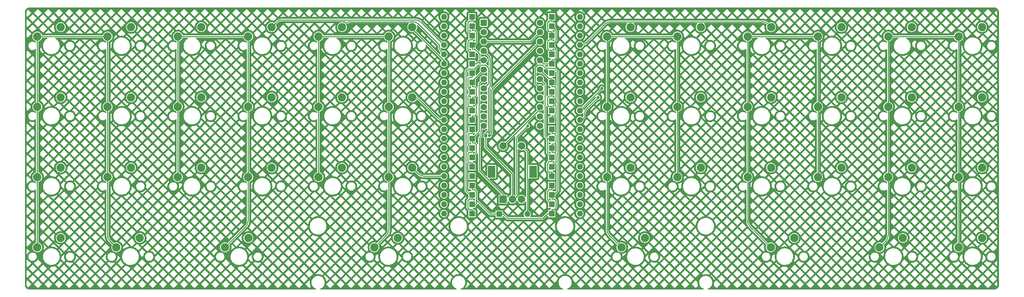
<source format=gbr>
%TF.GenerationSoftware,KiCad,Pcbnew,(6.0.7)*%
%TF.CreationDate,2022-11-26T03:08:02+01:00*%
%TF.ProjectId,skoosk pcb no leds rgb,736b6f6f-736b-4207-9063-62206e6f206c,rev?*%
%TF.SameCoordinates,Original*%
%TF.FileFunction,Copper,L2,Bot*%
%TF.FilePolarity,Positive*%
%FSLAX46Y46*%
G04 Gerber Fmt 4.6, Leading zero omitted, Abs format (unit mm)*
G04 Created by KiCad (PCBNEW (6.0.7)) date 2022-11-26 03:08:02*
%MOMM*%
%LPD*%
G01*
G04 APERTURE LIST*
%TA.AperFunction,ComponentPad*%
%ADD10R,1.600000X1.600000*%
%TD*%
%TA.AperFunction,ComponentPad*%
%ADD11O,1.600000X1.600000*%
%TD*%
%TA.AperFunction,ComponentPad*%
%ADD12C,2.250000*%
%TD*%
%TA.AperFunction,ComponentPad*%
%ADD13R,1.752600X1.752600*%
%TD*%
%TA.AperFunction,ComponentPad*%
%ADD14C,1.752600*%
%TD*%
%TA.AperFunction,ComponentPad*%
%ADD15R,2.000000X2.000000*%
%TD*%
%TA.AperFunction,ComponentPad*%
%ADD16C,2.000000*%
%TD*%
%TA.AperFunction,ComponentPad*%
%ADD17R,2.000000X3.200000*%
%TD*%
%TA.AperFunction,ComponentPad*%
%ADD18R,0.850000X0.850000*%
%TD*%
%TA.AperFunction,ComponentPad*%
%ADD19O,0.850000X0.850000*%
%TD*%
%TA.AperFunction,ViaPad*%
%ADD20C,0.800000*%
%TD*%
%TA.AperFunction,Conductor*%
%ADD21C,0.254000*%
%TD*%
G04 APERTURE END LIST*
D10*
%TO.P,D28,1,K*%
%TO.N,ROW5*%
X128270000Y-51689000D03*
D11*
%TO.P,D28,2,A*%
%TO.N,Net-(D28-Pad2)*%
X120650000Y-51689000D03*
%TD*%
D12*
%TO.P,MX30,1,COL*%
%TO.N,COL2*%
X105727500Y-57023000D03*
%TO.P,MX30,2,ROW*%
%TO.N,Net-(D30-Pad2)*%
X112077500Y-54483000D03*
%TD*%
D13*
%TO.P,U1,1,TX0/PD3*%
%TO.N,unconnected-(U1-Pad1)*%
X131445000Y-15194700D03*
D14*
%TO.P,U1,2,RX1/PD2*%
%TO.N,unconnected-(U1-Pad2)*%
X131445000Y-17734700D03*
%TO.P,U1,3,GND*%
%TO.N,GND*%
X131445000Y-20274700D03*
%TO.P,U1,4,GND*%
X131445000Y-22814700D03*
%TO.P,U1,5,2/PD1*%
%TO.N,ROW1*%
X131445000Y-25354700D03*
%TO.P,U1,6,3/PD0*%
%TO.N,ROW3*%
X131445000Y-27894700D03*
%TO.P,U1,7,4/PD4*%
%TO.N,ROW5*%
X131445000Y-30434700D03*
%TO.P,U1,8,5/PC6*%
%TO.N,ROW7*%
X131445000Y-32974700D03*
%TO.P,U1,9,6/PD7*%
%TO.N,COL1*%
X131445000Y-35514700D03*
%TO.P,U1,10,7/PE6*%
%TO.N,COL3*%
X131445000Y-38054700D03*
%TO.P,U1,11,8/PB4*%
%TO.N,COL5*%
X131445000Y-40594700D03*
%TO.P,U1,12,9/PB5*%
%TO.N,rotary_a*%
X131445000Y-43134700D03*
%TO.P,U1,13,10/PB6*%
%TO.N,rotary_b*%
X146685000Y-43134700D03*
%TO.P,U1,14,16/PB2*%
%TO.N,COL4*%
X146685000Y-40594700D03*
%TO.P,U1,15,14/PB3*%
%TO.N,COL2*%
X146685000Y-38054700D03*
%TO.P,U1,16,15/PB1*%
%TO.N,COL0*%
X146685000Y-35514700D03*
%TO.P,U1,17,A0/PF7*%
%TO.N,ROW6*%
X146685000Y-32974700D03*
%TO.P,U1,18,A1/PF6*%
%TO.N,ROW4*%
X146685000Y-30434700D03*
%TO.P,U1,19,A2/PF5*%
%TO.N,ROW2*%
X146685000Y-27894700D03*
%TO.P,U1,20,A3/PF4*%
%TO.N,ROW0*%
X146685000Y-25354700D03*
%TO.P,U1,21,VCC*%
%TO.N,VCC*%
X146685000Y-22814700D03*
%TO.P,U1,22,RST*%
%TO.N,Net-(SW1-Pad2)*%
X146685000Y-20274700D03*
%TO.P,U1,23,GND*%
%TO.N,GND*%
X146685000Y-17734700D03*
%TO.P,U1,24,RAW*%
%TO.N,unconnected-(U1-Pad24)*%
X146685000Y-15194700D03*
%TD*%
D12*
%TO.P,MX16,1,COL*%
%TO.N,COL1*%
X67627500Y-37973000D03*
%TO.P,MX16,2,ROW*%
%TO.N,Net-(D16-Pad2)*%
X73977500Y-35433000D03*
%TD*%
D10*
%TO.P,D3,1,K*%
%TO.N,ROW0*%
X128270000Y-18669000D03*
D11*
%TO.P,D3,2,A*%
%TO.N,Net-(D3-Pad2)*%
X120650000Y-18669000D03*
%TD*%
D12*
%TO.P,MX14,1,COL*%
%TO.N,COL0*%
X29527500Y-37973000D03*
%TO.P,MX14,2,ROW*%
%TO.N,Net-(D14-Pad2)*%
X35877500Y-35433000D03*
%TD*%
%TO.P,MX44,1,COL*%
%TO.N,COL5*%
X260096000Y-76073000D03*
%TO.P,MX44,2,ROW*%
%TO.N,Net-(D44-Pad2)*%
X266446000Y-73533000D03*
%TD*%
%TO.P,MX28,1,COL*%
%TO.N,COL1*%
X67627500Y-57023000D03*
%TO.P,MX28,2,ROW*%
%TO.N,Net-(D28-Pad2)*%
X73977500Y-54483000D03*
%TD*%
D10*
%TO.P,D14,1,K*%
%TO.N,ROW3*%
X128270000Y-31369000D03*
D11*
%TO.P,D14,2,A*%
%TO.N,Net-(D14-Pad2)*%
X120650000Y-31369000D03*
%TD*%
D10*
%TO.P,D43,1,K*%
%TO.N,ROW6*%
X149860000Y-61849000D03*
D11*
%TO.P,D43,2,A*%
%TO.N,Net-(D43-Pad2)*%
X157480000Y-61849000D03*
%TD*%
D12*
%TO.P,MX41,1,COL*%
%TO.N,COL3*%
X168741100Y-76079000D03*
%TO.P,MX41,2,ROW*%
%TO.N,Net-(D41-Pad2)*%
X175091100Y-73539000D03*
%TD*%
D10*
%TO.P,D2,1,K*%
%TO.N,ROW1*%
X128270000Y-16129000D03*
D11*
%TO.P,D2,2,A*%
%TO.N,Net-(D2-Pad2)*%
X120650000Y-16129000D03*
%TD*%
D10*
%TO.P,D23,1,K*%
%TO.N,ROW2*%
X149860000Y-31369000D03*
D11*
%TO.P,D23,2,A*%
%TO.N,Net-(D23-Pad2)*%
X157480000Y-31369000D03*
%TD*%
D12*
%TO.P,MX35,1,COL*%
%TO.N,COL5*%
X241046000Y-57023000D03*
%TO.P,MX35,2,ROW*%
%TO.N,Net-(D35-Pad2)*%
X247396000Y-54483000D03*
%TD*%
%TO.P,MX24,1,COL*%
%TO.N,COL5*%
X260096000Y-37973000D03*
%TO.P,MX24,2,ROW*%
%TO.N,Net-(D24-Pad2)*%
X266446000Y-35433000D03*
%TD*%
%TO.P,MX43,1,COL*%
%TO.N,COL5*%
X238658400Y-76073000D03*
%TO.P,MX43,2,ROW*%
%TO.N,Net-(D43-Pad2)*%
X245008400Y-73533000D03*
%TD*%
D15*
%TO.P,SW2,A,A*%
%TO.N,rotary_a*%
X136692000Y-63062500D03*
D16*
%TO.P,SW2,B,B*%
%TO.N,rotary_b*%
X141692000Y-63062500D03*
%TO.P,SW2,C,C*%
%TO.N,GND*%
X139192000Y-63062500D03*
D17*
%TO.P,SW2,MP*%
%TO.N,N/C*%
X133592000Y-55562500D03*
X144792000Y-55562500D03*
D16*
%TO.P,SW2,S1,S1*%
%TO.N,Net-(D51-Pad2)*%
X141692000Y-48562500D03*
%TO.P,SW2,S2,S2*%
%TO.N,COL2*%
X136692000Y-48562500D03*
%TD*%
D10*
%TO.P,D6,1,K*%
%TO.N,ROW1*%
X128270000Y-26289000D03*
D11*
%TO.P,D6,2,A*%
%TO.N,Net-(D6-Pad2)*%
X120650000Y-26289000D03*
%TD*%
D12*
%TO.P,MX26,1,COL*%
%TO.N,COL0*%
X29527500Y-57023000D03*
%TO.P,MX26,2,ROW*%
%TO.N,Net-(D26-Pad2)*%
X35877500Y-54483000D03*
%TD*%
D10*
%TO.P,D34,1,K*%
%TO.N,ROW5*%
X149860000Y-49149000D03*
D11*
%TO.P,D34,2,A*%
%TO.N,Net-(D34-Pad2)*%
X157480000Y-49149000D03*
%TD*%
D12*
%TO.P,MX7,1,COL*%
%TO.N,COL3*%
X164846000Y-18923000D03*
%TO.P,MX7,2,ROW*%
%TO.N,Net-(D7-Pad2)*%
X171196000Y-16383000D03*
%TD*%
D18*
%TO.P,SW1,1,1*%
%TO.N,GND*%
X131971257Y-45811315D03*
D19*
%TO.P,SW1,2,2*%
%TO.N,Net-(SW1-Pad2)*%
X132971257Y-45811315D03*
%TD*%
D12*
%TO.P,MX5,1,COL*%
%TO.N,COL2*%
X86677500Y-18923000D03*
%TO.P,MX5,2,ROW*%
%TO.N,Net-(D5-Pad2)*%
X93027500Y-16383000D03*
%TD*%
D10*
%TO.P,D5,1,K*%
%TO.N,ROW0*%
X128270000Y-23749000D03*
D11*
%TO.P,D5,2,A*%
%TO.N,Net-(D5-Pad2)*%
X120650000Y-23749000D03*
%TD*%
D12*
%TO.P,MX15,1,COL*%
%TO.N,COL1*%
X48577500Y-37973000D03*
%TO.P,MX15,2,ROW*%
%TO.N,Net-(D15-Pad2)*%
X54927500Y-35433000D03*
%TD*%
D10*
%TO.P,D40,1,K*%
%TO.N,ROW7*%
X128270000Y-66929000D03*
D11*
%TO.P,D40,2,A*%
%TO.N,Net-(D40-Pad2)*%
X120650000Y-66929000D03*
%TD*%
D10*
%TO.P,D4,1,K*%
%TO.N,ROW1*%
X128270000Y-21209000D03*
D11*
%TO.P,D4,2,A*%
%TO.N,Net-(D4-Pad2)*%
X120650000Y-21209000D03*
%TD*%
D10*
%TO.P,D24,1,K*%
%TO.N,ROW3*%
X149860000Y-28829000D03*
D11*
%TO.P,D24,2,A*%
%TO.N,Net-(D24-Pad2)*%
X157480000Y-28829000D03*
%TD*%
D12*
%TO.P,MX18,1,COL*%
%TO.N,COL2*%
X105727500Y-37973000D03*
%TO.P,MX18,2,ROW*%
%TO.N,Net-(D18-Pad2)*%
X112077500Y-35433000D03*
%TD*%
%TO.P,MX21,1,COL*%
%TO.N,COL4*%
X202946000Y-37973000D03*
%TO.P,MX21,2,ROW*%
%TO.N,Net-(D21-Pad2)*%
X209296000Y-35433000D03*
%TD*%
D10*
%TO.P,D39,1,K*%
%TO.N,ROW6*%
X128270000Y-64389000D03*
D11*
%TO.P,D39,2,A*%
%TO.N,Net-(D39-Pad2)*%
X120650000Y-64389000D03*
%TD*%
D12*
%TO.P,MX11,1,COL*%
%TO.N,COL5*%
X241046000Y-18923000D03*
%TO.P,MX11,2,ROW*%
%TO.N,Net-(D11-Pad2)*%
X247396000Y-16383000D03*
%TD*%
D10*
%TO.P,D27,1,K*%
%TO.N,ROW4*%
X128270000Y-49149000D03*
D11*
%TO.P,D27,2,A*%
%TO.N,Net-(D27-Pad2)*%
X120650000Y-49149000D03*
%TD*%
D10*
%TO.P,D30,1,K*%
%TO.N,ROW5*%
X128270000Y-56769000D03*
D11*
%TO.P,D30,2,A*%
%TO.N,Net-(D30-Pad2)*%
X120650000Y-56769000D03*
%TD*%
D10*
%TO.P,D22,1,K*%
%TO.N,ROW3*%
X149860000Y-33909000D03*
D11*
%TO.P,D22,2,A*%
%TO.N,Net-(D22-Pad2)*%
X157480000Y-33909000D03*
%TD*%
D10*
%TO.P,D18,1,K*%
%TO.N,ROW3*%
X128270000Y-41529000D03*
D11*
%TO.P,D18,2,A*%
%TO.N,Net-(D18-Pad2)*%
X120650000Y-41529000D03*
%TD*%
D12*
%TO.P,MX40,1,COL*%
%TO.N,COL2*%
X101803200Y-76073000D03*
%TO.P,MX40,2,ROW*%
%TO.N,Net-(D40-Pad2)*%
X108153200Y-73533000D03*
%TD*%
D10*
%TO.P,D21,1,K*%
%TO.N,ROW2*%
X149860000Y-36449000D03*
D11*
%TO.P,D21,2,A*%
%TO.N,Net-(D21-Pad2)*%
X157480000Y-36449000D03*
%TD*%
D10*
%TO.P,D36,1,K*%
%TO.N,ROW5*%
X149860000Y-44069000D03*
D11*
%TO.P,D36,2,A*%
%TO.N,Net-(D36-Pad2)*%
X157480000Y-44069000D03*
%TD*%
D12*
%TO.P,MX10,1,COL*%
%TO.N,COL4*%
X221996000Y-18923000D03*
%TO.P,MX10,2,ROW*%
%TO.N,Net-(D10-Pad2)*%
X228346000Y-16383000D03*
%TD*%
D10*
%TO.P,D31,1,K*%
%TO.N,ROW4*%
X149860000Y-56769000D03*
D11*
%TO.P,D31,2,A*%
%TO.N,Net-(D31-Pad2)*%
X157480000Y-56769000D03*
%TD*%
D10*
%TO.P,D32,1,K*%
%TO.N,ROW5*%
X149860000Y-54229000D03*
D11*
%TO.P,D32,2,A*%
%TO.N,Net-(D32-Pad2)*%
X157480000Y-54229000D03*
%TD*%
D12*
%TO.P,MX4,1,COL*%
%TO.N,COL1*%
X67627500Y-18923000D03*
%TO.P,MX4,2,ROW*%
%TO.N,Net-(D4-Pad2)*%
X73977500Y-16383000D03*
%TD*%
%TO.P,MX32,1,COL*%
%TO.N,COL3*%
X183896000Y-57023000D03*
%TO.P,MX32,2,ROW*%
%TO.N,Net-(D32-Pad2)*%
X190246000Y-54483000D03*
%TD*%
%TO.P,MX22,1,COL*%
%TO.N,COL4*%
X221996000Y-37973000D03*
%TO.P,MX22,2,ROW*%
%TO.N,Net-(D22-Pad2)*%
X228346000Y-35433000D03*
%TD*%
D10*
%TO.P,D35,1,K*%
%TO.N,ROW4*%
X149860000Y-46609000D03*
D11*
%TO.P,D35,2,A*%
%TO.N,Net-(D35-Pad2)*%
X157480000Y-46609000D03*
%TD*%
D10*
%TO.P,D12,1,K*%
%TO.N,ROW1*%
X149860000Y-13589000D03*
D11*
%TO.P,D12,2,A*%
%TO.N,Net-(D12-Pad2)*%
X157480000Y-13589000D03*
%TD*%
D12*
%TO.P,MX27,1,COL*%
%TO.N,COL1*%
X48577500Y-57023000D03*
%TO.P,MX27,2,ROW*%
%TO.N,Net-(D27-Pad2)*%
X54927500Y-54483000D03*
%TD*%
%TO.P,MX36,1,COL*%
%TO.N,COL5*%
X260096000Y-57023000D03*
%TO.P,MX36,2,ROW*%
%TO.N,Net-(D36-Pad2)*%
X266446000Y-54483000D03*
%TD*%
D10*
%TO.P,D9,1,K*%
%TO.N,ROW0*%
X149860000Y-21209000D03*
D11*
%TO.P,D9,2,A*%
%TO.N,Net-(D9-Pad2)*%
X157480000Y-21209000D03*
%TD*%
D12*
%TO.P,MX20,1,COL*%
%TO.N,COL3*%
X183896000Y-37973000D03*
%TO.P,MX20,2,ROW*%
%TO.N,Net-(D20-Pad2)*%
X190246000Y-35433000D03*
%TD*%
D10*
%TO.P,D15,1,K*%
%TO.N,ROW2*%
X128270000Y-33909000D03*
D11*
%TO.P,D15,2,A*%
%TO.N,Net-(D15-Pad2)*%
X120650000Y-33909000D03*
%TD*%
D10*
%TO.P,D51,1,K*%
%TO.N,ROW6*%
X135636000Y-67056000D03*
D11*
%TO.P,D51,2,A*%
%TO.N,Net-(D51-Pad2)*%
X143256000Y-67056000D03*
%TD*%
D10*
%TO.P,D7,1,K*%
%TO.N,ROW0*%
X149860000Y-26289000D03*
D11*
%TO.P,D7,2,A*%
%TO.N,Net-(D7-Pad2)*%
X157480000Y-26289000D03*
%TD*%
D12*
%TO.P,MX25,1,COL*%
%TO.N,COL0*%
X10477500Y-57023000D03*
%TO.P,MX25,2,ROW*%
%TO.N,Net-(D25-Pad2)*%
X16827500Y-54483000D03*
%TD*%
D10*
%TO.P,D33,1,K*%
%TO.N,ROW4*%
X149860000Y-51689000D03*
D11*
%TO.P,D33,2,A*%
%TO.N,Net-(D33-Pad2)*%
X157480000Y-51689000D03*
%TD*%
D10*
%TO.P,D17,1,K*%
%TO.N,ROW2*%
X128270000Y-38989000D03*
D11*
%TO.P,D17,2,A*%
%TO.N,Net-(D17-Pad2)*%
X120650000Y-38989000D03*
%TD*%
D10*
%TO.P,D16,1,K*%
%TO.N,ROW3*%
X128270000Y-36449000D03*
D11*
%TO.P,D16,2,A*%
%TO.N,Net-(D16-Pad2)*%
X120650000Y-36449000D03*
%TD*%
D12*
%TO.P,MX42,1,COL*%
%TO.N,COL4*%
X209219800Y-76073000D03*
%TO.P,MX42,2,ROW*%
%TO.N,Net-(D42-Pad2)*%
X215569800Y-73533000D03*
%TD*%
%TO.P,MX33,1,COL*%
%TO.N,COL4*%
X202946000Y-57023000D03*
%TO.P,MX33,2,ROW*%
%TO.N,Net-(D33-Pad2)*%
X209296000Y-54483000D03*
%TD*%
%TO.P,MX38,1,COL*%
%TO.N,COL0*%
X31902400Y-76073000D03*
%TO.P,MX38,2,ROW*%
%TO.N,Net-(D38-Pad2)*%
X38252400Y-73533000D03*
%TD*%
%TO.P,MX13,1,COL*%
%TO.N,COL0*%
X10477500Y-37973000D03*
%TO.P,MX13,2,ROW*%
%TO.N,Net-(D13-Pad2)*%
X16827500Y-35433000D03*
%TD*%
D10*
%TO.P,D42,1,K*%
%TO.N,ROW7*%
X149860000Y-64389000D03*
D11*
%TO.P,D42,2,A*%
%TO.N,Net-(D42-Pad2)*%
X157480000Y-64389000D03*
%TD*%
D12*
%TO.P,MX6,1,COL*%
%TO.N,COL2*%
X105727500Y-18923000D03*
%TO.P,MX6,2,ROW*%
%TO.N,Net-(D6-Pad2)*%
X112077500Y-16383000D03*
%TD*%
%TO.P,MX3,1,COL*%
%TO.N,COL1*%
X48577500Y-18923000D03*
%TO.P,MX3,2,ROW*%
%TO.N,Net-(D3-Pad2)*%
X54927500Y-16383000D03*
%TD*%
%TO.P,MX2,1,COL*%
%TO.N,COL0*%
X29527500Y-18923000D03*
%TO.P,MX2,2,ROW*%
%TO.N,Net-(D2-Pad2)*%
X35877500Y-16383000D03*
%TD*%
%TO.P,MX17,1,COL*%
%TO.N,COL2*%
X86677500Y-37973000D03*
%TO.P,MX17,2,ROW*%
%TO.N,Net-(D17-Pad2)*%
X93027500Y-35433000D03*
%TD*%
D10*
%TO.P,D11,1,K*%
%TO.N,ROW0*%
X149860000Y-16129000D03*
D11*
%TO.P,D11,2,A*%
%TO.N,Net-(D11-Pad2)*%
X157480000Y-16129000D03*
%TD*%
D12*
%TO.P,MX1,1,COL*%
%TO.N,COL0*%
X10477500Y-18923000D03*
%TO.P,MX1,2,ROW*%
%TO.N,Net-(D1-Pad2)*%
X16827500Y-16383000D03*
%TD*%
D10*
%TO.P,D25,1,K*%
%TO.N,ROW4*%
X128270000Y-44069000D03*
D11*
%TO.P,D25,2,A*%
%TO.N,Net-(D25-Pad2)*%
X120650000Y-44069000D03*
%TD*%
D12*
%TO.P,MX37,1,COL*%
%TO.N,COL0*%
X10477500Y-76073000D03*
%TO.P,MX37,2,ROW*%
%TO.N,Net-(D37-Pad2)*%
X16827500Y-73533000D03*
%TD*%
%TO.P,MX39,1,COL*%
%TO.N,COL1*%
X61315600Y-76073000D03*
%TO.P,MX39,2,ROW*%
%TO.N,Net-(D39-Pad2)*%
X67665600Y-73533000D03*
%TD*%
D10*
%TO.P,D19,1,K*%
%TO.N,ROW2*%
X149860000Y-41529000D03*
D11*
%TO.P,D19,2,A*%
%TO.N,Net-(D19-Pad2)*%
X157480000Y-41529000D03*
%TD*%
D10*
%TO.P,D8,1,K*%
%TO.N,ROW1*%
X149860000Y-23749000D03*
D11*
%TO.P,D8,2,A*%
%TO.N,Net-(D8-Pad2)*%
X157480000Y-23749000D03*
%TD*%
D12*
%TO.P,MX23,1,COL*%
%TO.N,COL5*%
X241046000Y-37973000D03*
%TO.P,MX23,2,ROW*%
%TO.N,Net-(D23-Pad2)*%
X247396000Y-35433000D03*
%TD*%
D10*
%TO.P,D44,1,K*%
%TO.N,ROW7*%
X149860000Y-59309000D03*
D11*
%TO.P,D44,2,A*%
%TO.N,Net-(D44-Pad2)*%
X157480000Y-59309000D03*
%TD*%
D12*
%TO.P,MX9,1,COL*%
%TO.N,COL4*%
X202946000Y-18923000D03*
%TO.P,MX9,2,ROW*%
%TO.N,Net-(D9-Pad2)*%
X209296000Y-16383000D03*
%TD*%
D10*
%TO.P,D20,1,K*%
%TO.N,ROW3*%
X149860000Y-38989000D03*
D11*
%TO.P,D20,2,A*%
%TO.N,Net-(D20-Pad2)*%
X157480000Y-38989000D03*
%TD*%
D12*
%TO.P,MX34,1,COL*%
%TO.N,COL4*%
X221996000Y-57023000D03*
%TO.P,MX34,2,ROW*%
%TO.N,Net-(D34-Pad2)*%
X228346000Y-54483000D03*
%TD*%
D10*
%TO.P,D26,1,K*%
%TO.N,ROW5*%
X128270000Y-46609000D03*
D11*
%TO.P,D26,2,A*%
%TO.N,Net-(D26-Pad2)*%
X120650000Y-46609000D03*
%TD*%
D10*
%TO.P,D1,1,K*%
%TO.N,ROW0*%
X128270000Y-13589000D03*
D11*
%TO.P,D1,2,A*%
%TO.N,Net-(D1-Pad2)*%
X120650000Y-13589000D03*
%TD*%
D10*
%TO.P,D13,1,K*%
%TO.N,ROW2*%
X128270000Y-28829000D03*
D11*
%TO.P,D13,2,A*%
%TO.N,Net-(D13-Pad2)*%
X120650000Y-28829000D03*
%TD*%
D12*
%TO.P,MX19,1,COL*%
%TO.N,COL3*%
X164846000Y-37973000D03*
%TO.P,MX19,2,ROW*%
%TO.N,Net-(D19-Pad2)*%
X171196000Y-35433000D03*
%TD*%
D10*
%TO.P,D29,1,K*%
%TO.N,ROW4*%
X128270000Y-54229000D03*
D11*
%TO.P,D29,2,A*%
%TO.N,Net-(D29-Pad2)*%
X120650000Y-54229000D03*
%TD*%
D12*
%TO.P,MX12,1,COL*%
%TO.N,COL5*%
X260096000Y-18923000D03*
%TO.P,MX12,2,ROW*%
%TO.N,Net-(D12-Pad2)*%
X266446000Y-16383000D03*
%TD*%
D10*
%TO.P,D10,1,K*%
%TO.N,ROW1*%
X149860000Y-18669000D03*
D11*
%TO.P,D10,2,A*%
%TO.N,Net-(D10-Pad2)*%
X157480000Y-18669000D03*
%TD*%
D10*
%TO.P,D41,1,K*%
%TO.N,ROW6*%
X149860000Y-66929000D03*
D11*
%TO.P,D41,2,A*%
%TO.N,Net-(D41-Pad2)*%
X157480000Y-66929000D03*
%TD*%
D12*
%TO.P,MX31,1,COL*%
%TO.N,COL3*%
X164846000Y-57023000D03*
%TO.P,MX31,2,ROW*%
%TO.N,Net-(D31-Pad2)*%
X171196000Y-54483000D03*
%TD*%
D10*
%TO.P,D37,1,K*%
%TO.N,ROW6*%
X128270000Y-59309000D03*
D11*
%TO.P,D37,2,A*%
%TO.N,Net-(D37-Pad2)*%
X120650000Y-59309000D03*
%TD*%
D12*
%TO.P,MX29,1,COL*%
%TO.N,COL2*%
X86677500Y-57023000D03*
%TO.P,MX29,2,ROW*%
%TO.N,Net-(D29-Pad2)*%
X93027500Y-54483000D03*
%TD*%
%TO.P,MX8,1,COL*%
%TO.N,COL3*%
X183896000Y-18923000D03*
%TO.P,MX8,2,ROW*%
%TO.N,Net-(D8-Pad2)*%
X190246000Y-16383000D03*
%TD*%
D10*
%TO.P,D38,1,K*%
%TO.N,ROW7*%
X128270000Y-61849000D03*
D11*
%TO.P,D38,2,A*%
%TO.N,Net-(D38-Pad2)*%
X120650000Y-61849000D03*
%TD*%
D20*
%TO.N,Net-(D19-Pad2)*%
X162433000Y-35433000D03*
%TO.N,Net-(D20-Pad2)*%
X163449000Y-33020000D03*
%TO.N,rotary_b*%
X143373800Y-43134700D03*
%TD*%
D21*
%TO.N,COL0*%
X10477500Y-76073000D02*
X10477500Y-57023000D01*
X10477500Y-18923000D02*
X10477500Y-37973000D01*
X29527500Y-37973000D02*
X29527500Y-57023000D01*
X30113287Y-74283887D02*
X31902400Y-76073000D01*
X10477500Y-37973000D02*
X10477500Y-57023000D01*
X29527500Y-57023000D02*
X29527500Y-72869673D01*
X29527500Y-18923000D02*
X29527500Y-37973000D01*
X10477500Y-18923000D02*
X29527500Y-18923000D01*
X29527520Y-72869673D02*
G75*
G03*
X30113288Y-74283886I1999980J-27D01*
G01*
%TO.N,ROW0*%
X150987100Y-22336100D02*
X150987100Y-24739300D01*
X127565500Y-19796100D02*
X128270000Y-19796100D01*
X127142800Y-17541800D02*
X128270000Y-18669000D01*
X149860000Y-21209000D02*
X150987100Y-22336100D01*
X150987200Y-17256200D02*
X150987200Y-20081800D01*
X147619300Y-26289000D02*
X146685000Y-25354700D01*
X149860000Y-26289000D02*
X149860000Y-25161900D01*
X127142900Y-22621900D02*
X127142900Y-20218700D01*
X128270000Y-23749000D02*
X127142900Y-22621900D01*
X127142800Y-15138900D02*
X127142800Y-17541800D01*
X150564500Y-25161900D02*
X149860000Y-25161900D01*
X150987100Y-24739300D02*
X150564500Y-25161900D01*
X150987200Y-20081800D02*
X149860000Y-21209000D01*
X128270000Y-18669000D02*
X128270000Y-19796100D01*
X127142900Y-20218700D02*
X127565500Y-19796100D01*
X149860000Y-26289000D02*
X147619300Y-26289000D01*
X149860000Y-16129000D02*
X150987200Y-17256200D01*
X128270000Y-14716100D02*
X127565600Y-14716100D01*
X128270000Y-13589000D02*
X128270000Y-14716100D01*
X127565600Y-14716100D02*
X127142800Y-15138900D01*
%TO.N,COL1*%
X67627500Y-18923000D02*
X67627500Y-37973000D01*
X67627500Y-68932673D02*
X67627500Y-57023000D01*
X48577500Y-57023000D02*
X48577500Y-37973000D01*
X48577500Y-18923000D02*
X48577500Y-37973000D01*
X61315600Y-76073000D02*
X67041714Y-70346886D01*
X48577500Y-18923000D02*
X67627500Y-18923000D01*
X67627500Y-57023000D02*
X67627500Y-37973000D01*
X67041728Y-70346900D02*
G75*
G03*
X67627500Y-68932673I-1414228J1414200D01*
G01*
%TO.N,ROW1*%
X149860000Y-18669000D02*
X149860000Y-19796100D01*
X149155500Y-14716100D02*
X149860000Y-14716100D01*
X149155500Y-19796100D02*
X149860000Y-19796100D01*
X128270000Y-22336100D02*
X128974500Y-22336100D01*
X130331400Y-23693000D02*
X130331400Y-25354700D01*
X128270000Y-21772500D02*
X129397100Y-20645400D01*
X128270000Y-16129000D02*
X128270000Y-17256100D01*
X128270000Y-21209000D02*
X128270000Y-21772500D01*
X128270000Y-21772500D02*
X128270000Y-22336100D01*
X129397100Y-17678700D02*
X128974500Y-17256100D01*
X149860000Y-22621900D02*
X149155600Y-22621900D01*
X148732900Y-17119200D02*
X148732900Y-15138700D01*
X149155600Y-17541900D02*
X148732900Y-17119200D01*
X129397100Y-20645400D02*
X129397100Y-17678700D01*
X148732900Y-15138700D02*
X149155500Y-14716100D01*
X149860000Y-18669000D02*
X149860000Y-17541900D01*
X128270000Y-26289000D02*
X129397100Y-26289000D01*
X128974500Y-17256100D02*
X128270000Y-17256100D01*
X148732900Y-22199200D02*
X148732900Y-20218700D01*
X149860000Y-23749000D02*
X149860000Y-22621900D01*
X148732900Y-20218700D02*
X149155500Y-19796100D01*
X149860000Y-17541900D02*
X149155600Y-17541900D01*
X149860000Y-13589000D02*
X149860000Y-14716100D01*
X149155600Y-22621900D02*
X148732900Y-22199200D01*
X131445000Y-25354700D02*
X130331400Y-25354700D01*
X130331400Y-25354700D02*
X129397100Y-26289000D01*
X128974500Y-22336100D02*
X130331400Y-23693000D01*
%TO.N,COL2*%
X105727500Y-37973000D02*
X105727500Y-57023000D01*
X86677500Y-18923000D02*
X105727500Y-18923000D01*
X105727500Y-57023000D02*
X105727500Y-71320273D01*
X136692000Y-48562500D02*
X146685000Y-38569500D01*
X105141713Y-72734487D02*
X101803200Y-76073000D01*
X105727500Y-18923000D02*
X105727500Y-37973000D01*
X146685000Y-38569500D02*
X146685000Y-38054700D01*
X86677500Y-57023000D02*
X86677500Y-37973000D01*
X86677500Y-37973000D02*
X86677500Y-18923000D01*
X105727480Y-71320273D02*
G75*
G02*
X105141712Y-72734486I-1999980J-27D01*
G01*
%TO.N,Net-(D4-Pad2)*%
X73977500Y-16383000D02*
X75311914Y-15048586D01*
X114489587Y-15048587D02*
X120650000Y-21209000D01*
X76726127Y-14462800D02*
X113075373Y-14462800D01*
X113075373Y-14462820D02*
G75*
G02*
X114489586Y-15048588I27J-1999980D01*
G01*
X75311900Y-15048572D02*
G75*
G02*
X76726127Y-14462800I1414200J-1414228D01*
G01*
%TO.N,COL3*%
X165431787Y-72769687D02*
X168741100Y-76079000D01*
X183896000Y-37973000D02*
X183896000Y-57023000D01*
X164846000Y-37973000D02*
X164846000Y-57023000D01*
X164846000Y-18923000D02*
X183896000Y-18923000D01*
X164846000Y-37973000D02*
X164846000Y-18923000D01*
X164846000Y-57023000D02*
X164846000Y-71355473D01*
X183896000Y-18923000D02*
X183896000Y-37973000D01*
X165431773Y-72769701D02*
G75*
G02*
X164846000Y-71355473I1414227J1414201D01*
G01*
%TO.N,Net-(D5-Pad2)*%
X93027500Y-16383000D02*
X93907813Y-15502687D01*
X113673687Y-15502687D02*
X119380000Y-21209000D01*
X119380000Y-21209000D02*
X119380000Y-21650573D01*
X120650000Y-23749000D02*
X119965786Y-23064786D01*
X95322027Y-14916900D02*
X112259473Y-14916900D01*
X119380020Y-21650573D02*
G75*
G03*
X119965787Y-23064785I1999980J-27D01*
G01*
X113673701Y-15502673D02*
G75*
G03*
X112259473Y-14916900I-1414201J-1414227D01*
G01*
X95322027Y-14916920D02*
G75*
G03*
X93907814Y-15502688I-27J-1999980D01*
G01*
%TO.N,Net-(D6-Pad2)*%
X112077500Y-16383000D02*
X112077500Y-16823000D01*
X120650000Y-26289000D02*
X120650000Y-25161900D01*
X120416400Y-25161900D02*
X120650000Y-25161900D01*
X112077500Y-16823000D02*
X120416400Y-25161900D01*
%TO.N,COL4*%
X202946000Y-18923000D02*
X202946000Y-37973000D01*
X202946000Y-37973000D02*
X202946000Y-57023000D01*
X221996000Y-18923000D02*
X221996000Y-37973000D01*
X202946000Y-57023000D02*
X202946000Y-68970773D01*
X203531787Y-70384987D02*
X209219800Y-76073000D01*
X202946000Y-18923000D02*
X221996000Y-18923000D01*
X221996000Y-37973000D02*
X221996000Y-57023000D01*
X202946020Y-68970773D02*
G75*
G03*
X203531788Y-70384986I1999980J-27D01*
G01*
%TO.N,COL5*%
X241046000Y-18923000D02*
X260096000Y-18923000D01*
X241046000Y-37973000D02*
X241046000Y-57023000D01*
X241046000Y-18923000D02*
X241046000Y-37973000D01*
X260096000Y-57023000D02*
X260096000Y-76073000D01*
X238658400Y-76073000D02*
X240460214Y-74271186D01*
X241046000Y-72856973D02*
X241046000Y-57023000D01*
X260096000Y-37973000D02*
X260096000Y-57023000D01*
X260096000Y-18923000D02*
X260096000Y-37973000D01*
X240460228Y-74271200D02*
G75*
G03*
X241046000Y-72856973I-1414228J1414200D01*
G01*
%TO.N,Net-(D9-Pad2)*%
X159192887Y-20623213D02*
X164307914Y-15508186D01*
X165722127Y-14922400D02*
X207006973Y-14922400D01*
X157480000Y-21209000D02*
X157778673Y-21209000D01*
X208421187Y-15508187D02*
X209296000Y-16383000D01*
X159192901Y-20623227D02*
G75*
G02*
X157778673Y-21209000I-1414201J1414227D01*
G01*
X207006973Y-14922420D02*
G75*
G02*
X208421186Y-15508188I27J-1999980D01*
G01*
X164307900Y-15508172D02*
G75*
G02*
X165722127Y-14922400I1414200J-1414228D01*
G01*
%TO.N,Net-(D18-Pad2)*%
X112598473Y-35433000D02*
X112077500Y-35433000D01*
X120650000Y-41529000D02*
X120351327Y-41529000D01*
X118937113Y-40943213D02*
X114012686Y-36018786D01*
X120351327Y-41528980D02*
G75*
G02*
X118937114Y-40943212I-27J1999980D01*
G01*
X112598473Y-35433020D02*
G75*
G02*
X114012685Y-36018787I27J-1999980D01*
G01*
%TO.N,Net-(D19-Pad2)*%
X158750000Y-39944427D02*
X158750000Y-40767000D01*
X157988000Y-41529000D02*
X157480000Y-41529000D01*
X158750000Y-40767000D02*
X157988000Y-41529000D01*
X162433000Y-35433000D02*
X159335786Y-38530214D01*
X159335772Y-38530200D02*
G75*
G03*
X158750000Y-39944427I1414228J-1414200D01*
G01*
%TO.N,Net-(D20-Pad2)*%
X157480000Y-38989000D02*
X163449000Y-33020000D01*
%TO.N,Net-(D30-Pad2)*%
X113777713Y-56183213D02*
X112077500Y-54483000D01*
X120650000Y-56769000D02*
X115191927Y-56769000D01*
X115191927Y-56768980D02*
G75*
G02*
X113777714Y-56183212I-27J1999980D01*
G01*
%TO.N,ROW2*%
X128270000Y-33909000D02*
X127142900Y-35036100D01*
X150987200Y-39979100D02*
X150987200Y-37576200D01*
X149860000Y-31369000D02*
X149860000Y-32496100D01*
X149860000Y-40401900D02*
X150564400Y-40401900D01*
X127565600Y-29956100D02*
X127102600Y-30419100D01*
X149032200Y-30241900D02*
X149860000Y-30241900D01*
X127102600Y-32741600D02*
X128270000Y-33909000D01*
X127565500Y-37861900D02*
X128270000Y-37861900D01*
X128270000Y-28829000D02*
X128270000Y-29956100D01*
X127102600Y-30419100D02*
X127102600Y-32741600D01*
X128270000Y-29956100D02*
X127565600Y-29956100D01*
X149860000Y-31369000D02*
X149860000Y-30241900D01*
X150987200Y-37576200D02*
X149860000Y-36449000D01*
X128270000Y-38989000D02*
X128270000Y-37861900D01*
X150987100Y-35321900D02*
X150987100Y-32918700D01*
X127142900Y-35036100D02*
X127142900Y-37439300D01*
X150987100Y-32918700D02*
X150564500Y-32496100D01*
X149860000Y-41529000D02*
X149860000Y-40401900D01*
X127142900Y-37439300D02*
X127565500Y-37861900D01*
X150564400Y-40401900D02*
X150987200Y-39979100D01*
X150564500Y-32496100D02*
X149860000Y-32496100D01*
X146685000Y-27894700D02*
X149032200Y-30241900D01*
X149860000Y-36449000D02*
X150987100Y-35321900D01*
%TO.N,ROW3*%
X128270000Y-31369000D02*
X128270000Y-31069700D01*
X149860000Y-33909000D02*
X149860000Y-35036100D01*
X128270000Y-41529000D02*
X128270000Y-40401900D01*
X128270000Y-31932500D02*
X128270000Y-31369000D01*
X128270000Y-36449000D02*
X129397100Y-37576100D01*
X129397100Y-34899300D02*
X128974500Y-35321900D01*
X129397100Y-37576100D02*
X129397100Y-39979300D01*
X149155600Y-37861900D02*
X148732900Y-37439200D01*
X149860000Y-38989000D02*
X149860000Y-37861900D01*
X128270000Y-31069700D02*
X131445000Y-27894700D01*
X148732900Y-37439200D02*
X148732900Y-35458700D01*
X128270000Y-36449000D02*
X128270000Y-35321900D01*
X128974400Y-32496100D02*
X129397100Y-32918800D01*
X129397100Y-32918800D02*
X129397100Y-34899300D01*
X148732900Y-35458700D02*
X149155500Y-35036100D01*
X128270000Y-31932500D02*
X128270000Y-32496100D01*
X129397100Y-39979300D02*
X128974500Y-40401900D01*
X149155500Y-35036100D02*
X149860000Y-35036100D01*
X149860000Y-37861900D02*
X149155600Y-37861900D01*
X128270000Y-32496100D02*
X128974400Y-32496100D01*
X128974500Y-35321900D02*
X128270000Y-35321900D01*
X128974500Y-40401900D02*
X128270000Y-40401900D01*
%TO.N,ROW4*%
X128270000Y-53101900D02*
X127565600Y-53101900D01*
X127142900Y-50698700D02*
X127565500Y-50276100D01*
X149860000Y-51689000D02*
X149860000Y-52816100D01*
X128270000Y-49149000D02*
X128270000Y-50276100D01*
X148732900Y-46609000D02*
X148732900Y-50561900D01*
X128270000Y-45196100D02*
X127565600Y-45196100D01*
X149860000Y-56769000D02*
X149860000Y-55641900D01*
X128270000Y-44069000D02*
X128270000Y-45196100D01*
X149860000Y-52816100D02*
X149155600Y-52816100D01*
X148021500Y-31771200D02*
X148021500Y-45897600D01*
X127142900Y-52679200D02*
X127142900Y-50698700D01*
X148021500Y-45897600D02*
X148732900Y-46609000D01*
X148732900Y-55219300D02*
X149155500Y-55641900D01*
X148732900Y-50561900D02*
X149860000Y-51689000D01*
X149155600Y-52816100D02*
X148732900Y-53238800D01*
X127142800Y-45618900D02*
X127142800Y-48021800D01*
X127565500Y-50276100D02*
X128270000Y-50276100D01*
X128270000Y-54229000D02*
X128270000Y-53101900D01*
X127565600Y-45196100D02*
X127142800Y-45618900D01*
X127142800Y-48021800D02*
X128270000Y-49149000D01*
X127565600Y-53101900D02*
X127142900Y-52679200D01*
X149860000Y-46609000D02*
X148732900Y-46609000D01*
X148732900Y-53238800D02*
X148732900Y-55219300D01*
X146685000Y-30434700D02*
X148021500Y-31771200D01*
X149155500Y-55641900D02*
X149860000Y-55641900D01*
%TO.N,Net-(D51-Pad2)*%
X143256000Y-67056000D02*
X143256000Y-50126500D01*
X143256000Y-50126500D02*
X141692000Y-48562500D01*
%TO.N,ROW6*%
X149860000Y-66929000D02*
X148732900Y-66929000D01*
X148152700Y-27464700D02*
X147365200Y-26677200D01*
X128270000Y-64389000D02*
X129397100Y-64389000D01*
X147452000Y-68209900D02*
X148732900Y-66929000D01*
X150564500Y-62976100D02*
X149860000Y-62976100D01*
X145446100Y-31735800D02*
X146685000Y-32974700D01*
X135636000Y-67056000D02*
X133191400Y-67056000D01*
X147365200Y-26677200D02*
X146129400Y-26677200D01*
X149860000Y-62412500D02*
X151493700Y-60778800D01*
X133191400Y-67056000D02*
X129397200Y-63261800D01*
X149860000Y-62412500D02*
X149860000Y-62976100D01*
X128270000Y-60436100D02*
X128974400Y-60436100D01*
X145446100Y-27360500D02*
X145446100Y-31735800D01*
X135636000Y-67056000D02*
X136763100Y-67056000D01*
X150594000Y-27464700D02*
X148152700Y-27464700D01*
X128270000Y-59309000D02*
X128270000Y-60436100D01*
X128974400Y-60436100D02*
X129397200Y-60858900D01*
X149860000Y-66929000D02*
X149860000Y-65801900D01*
X129397200Y-60858900D02*
X129397200Y-63261800D01*
X150987100Y-65379200D02*
X150987100Y-63398700D01*
X137917000Y-68209900D02*
X147452000Y-68209900D01*
X136763100Y-67056000D02*
X137917000Y-68209900D01*
X129397100Y-63261900D02*
X129397100Y-64389000D01*
X129397200Y-63261800D02*
X129397100Y-63261900D01*
X149860000Y-61849000D02*
X149860000Y-62412500D01*
X151493700Y-60778800D02*
X151493700Y-28364400D01*
X146129400Y-26677200D02*
X145446100Y-27360500D01*
X150564400Y-65801900D02*
X150987100Y-65379200D01*
X150987100Y-63398700D02*
X150564500Y-62976100D01*
X149860000Y-65801900D02*
X150564400Y-65801900D01*
X151493700Y-28364400D02*
X150594000Y-27464700D01*
%TO.N,ROW7*%
X131940600Y-26624700D02*
X132686600Y-27370700D01*
X128270000Y-66929000D02*
X128270000Y-65801900D01*
X130005200Y-26624700D02*
X131940600Y-26624700D01*
X126648400Y-60790900D02*
X126648400Y-28297200D01*
X128270000Y-61849000D02*
X128270000Y-62412500D01*
X128270000Y-62976100D02*
X127565600Y-62976100D01*
X128928100Y-27701800D02*
X130005200Y-26624700D01*
X148732800Y-63261800D02*
X149860000Y-64389000D01*
X126648400Y-28297200D02*
X127243800Y-27701800D01*
X128270000Y-62412500D02*
X128270000Y-62976100D01*
X132686600Y-31733100D02*
X131445000Y-32974700D01*
X127142900Y-63398800D02*
X127142900Y-65379300D01*
X128270000Y-62412500D02*
X126648400Y-60790900D01*
X127565600Y-62976100D02*
X127142900Y-63398800D01*
X148732800Y-60858900D02*
X148732800Y-63261800D01*
X127243800Y-27701800D02*
X128928100Y-27701800D01*
X127565500Y-65801900D02*
X128270000Y-65801900D01*
X149860000Y-59309000D02*
X149860000Y-60436100D01*
X149860000Y-60436100D02*
X149155600Y-60436100D01*
X132686600Y-27370700D02*
X132686600Y-31733100D01*
X149155600Y-60436100D02*
X148732800Y-60858900D01*
X127142900Y-65379300D02*
X127565500Y-65801900D01*
%TO.N,GND*%
X139192000Y-56166700D02*
X139192000Y-63062500D01*
X132686600Y-33003300D02*
X132686600Y-44361300D01*
X131971257Y-45811315D02*
X131971257Y-48945957D01*
X132686600Y-44361300D02*
X131971257Y-45076643D01*
X132190650Y-49165350D02*
X139192000Y-56166700D01*
X131971257Y-48945957D02*
X132190650Y-49165350D01*
X131445000Y-22814700D02*
X133165800Y-24535500D01*
X133165800Y-32524100D02*
X132686600Y-33003300D01*
X144145000Y-20274700D02*
X131445000Y-20274700D01*
X131971257Y-45076643D02*
X131971257Y-45811315D01*
X146685000Y-17734700D02*
X144145000Y-20274700D01*
X133165800Y-24535500D02*
X133165800Y-32524100D01*
%TO.N,Net-(SW1-Pad2)*%
X133594900Y-33364800D02*
X146685000Y-20274700D01*
X133594900Y-45187672D02*
X132971257Y-45811315D01*
X133594900Y-33364800D02*
X133594900Y-45187672D01*
%TO.N,rotary_a*%
X130238700Y-55282100D02*
X136692000Y-61735400D01*
X131445000Y-43134700D02*
X130692800Y-43886900D01*
X130692800Y-43886900D02*
X130692800Y-45970400D01*
X130238700Y-46424500D02*
X130238700Y-55282100D01*
X136692000Y-63062500D02*
X136692000Y-61735400D01*
X130692800Y-45970400D02*
X130238700Y-46424500D01*
%TO.N,rotary_b*%
X140314400Y-46194100D02*
X143373800Y-43134700D01*
X141692000Y-63062500D02*
X140314400Y-61684900D01*
X140314400Y-61684900D02*
X140314400Y-46194100D01*
%TO.N,ROW5*%
X128270000Y-46609000D02*
X128270000Y-47736100D01*
X130146900Y-31732800D02*
X131445000Y-30434700D01*
X150564400Y-45196100D02*
X150987100Y-45618800D01*
X130146900Y-44732100D02*
X130146900Y-31732800D01*
X149860000Y-49149000D02*
X149860000Y-48021900D01*
X150987200Y-50698900D02*
X150987200Y-53101800D01*
X129402000Y-48163700D02*
X129402000Y-50557000D01*
X149860000Y-50276100D02*
X150564400Y-50276100D01*
X149860000Y-45196100D02*
X150564400Y-45196100D01*
X150564400Y-50276100D02*
X150987200Y-50698900D01*
X149860000Y-49149000D02*
X149860000Y-50276100D01*
X128270000Y-46609000D02*
X130146900Y-44732100D01*
X150564500Y-48021900D02*
X149860000Y-48021900D01*
X128974400Y-47736100D02*
X129402000Y-48163700D01*
X150987100Y-47599300D02*
X150564500Y-48021900D01*
X129402000Y-50557000D02*
X128270000Y-51689000D01*
X128270000Y-47736100D02*
X128974400Y-47736100D01*
X150987100Y-45618800D02*
X150987100Y-47599300D01*
X149860000Y-44069000D02*
X149860000Y-45196100D01*
X150987200Y-53101800D02*
X149860000Y-54229000D01*
%TD*%
%TA.AperFunction,NonConductor*%
G36*
X113513572Y-15815525D02*
G01*
X113547612Y-15839766D01*
X116282961Y-18575116D01*
X119015595Y-21307750D01*
X119049621Y-21370062D01*
X119052500Y-21396845D01*
X119052500Y-21610899D01*
X119050585Y-21632778D01*
X119047448Y-21650569D01*
X119049361Y-21661422D01*
X119049361Y-21664826D01*
X119049927Y-21669711D01*
X119063507Y-21911576D01*
X119076259Y-21986635D01*
X119106473Y-22164472D01*
X119107293Y-22169301D01*
X119179660Y-22420503D01*
X119181013Y-22423770D01*
X119181016Y-22423778D01*
X119243727Y-22575178D01*
X119279698Y-22662023D01*
X119406148Y-22890823D01*
X119408190Y-22893701D01*
X119408195Y-22893709D01*
X119547973Y-23090711D01*
X119557421Y-23104027D01*
X119674972Y-23235570D01*
X119692206Y-23254855D01*
X119722683Y-23318978D01*
X119718356Y-23376912D01*
X119666628Y-23539978D01*
X119659303Y-23605280D01*
X119654562Y-23647547D01*
X119627091Y-23713014D01*
X119568587Y-23753236D01*
X119497625Y-23755443D01*
X119440252Y-23722597D01*
X116537741Y-20820086D01*
X117242017Y-20820086D01*
X118304092Y-21882161D01*
X118551363Y-21634890D01*
X118551363Y-21628671D01*
X118551843Y-21617692D01*
X118554500Y-21587333D01*
X118554500Y-21550931D01*
X117532836Y-20529267D01*
X117242017Y-20820086D01*
X116537741Y-20820086D01*
X115123528Y-19405873D01*
X115827804Y-19405873D01*
X116889879Y-20467948D01*
X117180698Y-20177129D01*
X116118624Y-19115054D01*
X115827804Y-19405873D01*
X115123528Y-19405873D01*
X113709314Y-17991659D01*
X114413590Y-17991659D01*
X115475665Y-19053734D01*
X115766485Y-18762915D01*
X114704409Y-17700840D01*
X114413590Y-17991659D01*
X113709314Y-17991659D01*
X113113525Y-17395870D01*
X113079499Y-17333558D01*
X113084564Y-17262743D01*
X113099407Y-17234505D01*
X113226641Y-17052795D01*
X113226644Y-17052789D01*
X113229801Y-17048281D01*
X113232124Y-17043299D01*
X113232127Y-17043294D01*
X113294843Y-16908799D01*
X113327820Y-16838079D01*
X113387849Y-16614050D01*
X113408063Y-16383000D01*
X113387849Y-16151950D01*
X113336810Y-15961472D01*
X113338500Y-15890496D01*
X113378294Y-15831700D01*
X113443558Y-15803752D01*
X113513572Y-15815525D01*
G37*
%TD.AperFunction*%
%TA.AperFunction,NonConductor*%
G36*
X161747734Y-35288588D02*
G01*
X161804569Y-35331135D01*
X161829380Y-35397655D01*
X161828623Y-35423086D01*
X161827318Y-35433000D01*
X161835587Y-35495806D01*
X161835789Y-35497343D01*
X161824850Y-35567491D01*
X161799962Y-35602884D01*
X159132265Y-38270581D01*
X159115442Y-38284698D01*
X159100634Y-38295067D01*
X159094313Y-38304095D01*
X159091780Y-38306628D01*
X159089040Y-38310087D01*
X159004530Y-38404656D01*
X158927405Y-38490960D01*
X158776131Y-38704166D01*
X158774423Y-38707256D01*
X158774422Y-38707258D01*
X158701311Y-38839547D01*
X158650854Y-38889493D01*
X158581404Y-38904232D01*
X158515011Y-38879083D01*
X158472754Y-38822031D01*
X158467432Y-38803076D01*
X158466795Y-38799861D01*
X158466194Y-38793728D01*
X158442496Y-38715236D01*
X158411980Y-38614160D01*
X158411439Y-38543165D01*
X158443507Y-38488647D01*
X161614606Y-35317549D01*
X161676918Y-35283523D01*
X161747734Y-35288588D01*
G37*
%TD.AperFunction*%
%TA.AperFunction,NonConductor*%
G36*
X150413276Y-17149502D02*
G01*
X150434250Y-17166405D01*
X150622795Y-17354950D01*
X150656821Y-17417262D01*
X150659700Y-17444045D01*
X150659700Y-17542500D01*
X150639698Y-17610621D01*
X150586042Y-17657114D01*
X150533700Y-17668500D01*
X150313500Y-17668500D01*
X150245379Y-17648498D01*
X150198886Y-17594842D01*
X150187500Y-17542500D01*
X150187500Y-17484153D01*
X150183730Y-17473794D01*
X150183729Y-17473791D01*
X150181320Y-17467173D01*
X150175634Y-17445953D01*
X150175406Y-17444662D01*
X150172497Y-17428161D01*
X150165559Y-17416145D01*
X150163460Y-17412508D01*
X150154179Y-17392604D01*
X150151769Y-17385983D01*
X150151767Y-17385980D01*
X150147998Y-17375624D01*
X150136381Y-17361779D01*
X150123787Y-17343792D01*
X150120263Y-17337688D01*
X150120261Y-17337686D01*
X150114751Y-17328142D01*
X150115432Y-17327749D01*
X150090794Y-17271451D01*
X150102011Y-17201346D01*
X150149349Y-17148435D01*
X150215780Y-17129500D01*
X150345155Y-17129500D01*
X150413276Y-17149502D01*
G37*
%TD.AperFunction*%
%TA.AperFunction,NonConductor*%
G36*
X127884621Y-17149502D02*
G01*
X127931114Y-17203158D01*
X127942500Y-17255500D01*
X127942500Y-17313847D01*
X127946270Y-17324206D01*
X127946271Y-17324209D01*
X127948680Y-17330827D01*
X127954366Y-17352047D01*
X127957503Y-17369839D01*
X127963016Y-17379387D01*
X127966540Y-17385492D01*
X127975821Y-17405396D01*
X127978231Y-17412017D01*
X127978233Y-17412020D01*
X127982002Y-17422376D01*
X127989085Y-17430817D01*
X127989086Y-17430819D01*
X127993619Y-17436221D01*
X128006213Y-17454208D01*
X128012542Y-17465170D01*
X128015249Y-17469858D01*
X128014568Y-17470251D01*
X128039206Y-17526549D01*
X128027989Y-17596654D01*
X127980651Y-17649565D01*
X127914220Y-17668500D01*
X127784844Y-17668500D01*
X127716723Y-17648498D01*
X127695749Y-17631595D01*
X127507205Y-17443051D01*
X127473179Y-17380739D01*
X127470300Y-17353956D01*
X127470300Y-17255500D01*
X127490302Y-17187379D01*
X127543958Y-17140886D01*
X127596300Y-17129500D01*
X127816500Y-17129500D01*
X127884621Y-17149502D01*
G37*
%TD.AperFunction*%
%TA.AperFunction,NonConductor*%
G36*
X129011721Y-19689502D02*
G01*
X129058214Y-19743158D01*
X129069600Y-19795500D01*
X129069600Y-20082500D01*
X129049598Y-20150621D01*
X128995942Y-20197114D01*
X128943600Y-20208500D01*
X128625780Y-20208500D01*
X128557659Y-20188498D01*
X128511166Y-20134842D01*
X128501062Y-20064568D01*
X128525366Y-20010213D01*
X128524751Y-20009858D01*
X128527591Y-20004940D01*
X128530852Y-19999292D01*
X128533787Y-19994208D01*
X128546381Y-19976221D01*
X128550914Y-19970819D01*
X128550915Y-19970817D01*
X128557998Y-19962376D01*
X128561767Y-19952020D01*
X128561769Y-19952017D01*
X128564179Y-19945396D01*
X128573460Y-19925492D01*
X128576984Y-19919387D01*
X128582497Y-19909839D01*
X128585634Y-19892047D01*
X128591320Y-19870827D01*
X128593729Y-19864209D01*
X128593730Y-19864206D01*
X128597500Y-19853847D01*
X128597500Y-19795500D01*
X128617502Y-19727379D01*
X128671158Y-19680886D01*
X128723500Y-19669500D01*
X128943600Y-19669500D01*
X129011721Y-19689502D01*
G37*
%TD.AperFunction*%
%TA.AperFunction,NonConductor*%
G36*
X150601821Y-19689502D02*
G01*
X150648314Y-19743158D01*
X150659700Y-19795500D01*
X150659700Y-19893955D01*
X150639698Y-19962076D01*
X150622795Y-19983050D01*
X150434250Y-20171595D01*
X150371938Y-20205621D01*
X150345155Y-20208500D01*
X150215780Y-20208500D01*
X150147659Y-20188498D01*
X150101166Y-20134842D01*
X150091062Y-20064568D01*
X150115366Y-20010213D01*
X150114751Y-20009858D01*
X150117591Y-20004940D01*
X150120852Y-19999292D01*
X150123787Y-19994208D01*
X150136381Y-19976221D01*
X150140914Y-19970819D01*
X150140915Y-19970817D01*
X150147998Y-19962376D01*
X150151767Y-19952020D01*
X150151769Y-19952017D01*
X150154179Y-19945396D01*
X150163460Y-19925492D01*
X150166984Y-19919387D01*
X150172497Y-19909839D01*
X150175634Y-19892047D01*
X150181320Y-19870827D01*
X150183729Y-19864209D01*
X150183730Y-19864206D01*
X150187500Y-19853847D01*
X150187500Y-19795500D01*
X150207502Y-19727379D01*
X150261158Y-19680886D01*
X150313500Y-19669500D01*
X150533700Y-19669500D01*
X150601821Y-19689502D01*
G37*
%TD.AperFunction*%
%TA.AperFunction,NonConductor*%
G36*
X127884621Y-22229502D02*
G01*
X127931114Y-22283158D01*
X127942500Y-22335500D01*
X127942500Y-22393847D01*
X127946270Y-22404206D01*
X127946271Y-22404209D01*
X127948680Y-22410827D01*
X127954366Y-22432047D01*
X127957503Y-22449839D01*
X127963016Y-22459387D01*
X127966540Y-22465492D01*
X127975821Y-22485396D01*
X127978231Y-22492017D01*
X127978233Y-22492020D01*
X127982002Y-22502376D01*
X127989085Y-22510817D01*
X127989086Y-22510819D01*
X127993619Y-22516221D01*
X128006213Y-22534208D01*
X128009731Y-22540300D01*
X128013634Y-22547061D01*
X128015249Y-22549858D01*
X128014568Y-22550251D01*
X128039206Y-22606549D01*
X128027989Y-22676654D01*
X127980651Y-22729565D01*
X127914220Y-22748500D01*
X127784844Y-22748500D01*
X127716723Y-22728498D01*
X127695749Y-22711595D01*
X127507305Y-22523151D01*
X127473279Y-22460839D01*
X127470400Y-22434056D01*
X127470400Y-22335500D01*
X127490402Y-22267379D01*
X127544058Y-22220886D01*
X127596400Y-22209500D01*
X127816500Y-22209500D01*
X127884621Y-22229502D01*
G37*
%TD.AperFunction*%
%TA.AperFunction,NonConductor*%
G36*
X150413276Y-22229502D02*
G01*
X150434250Y-22246405D01*
X150622695Y-22434850D01*
X150656721Y-22497162D01*
X150659600Y-22523945D01*
X150659600Y-22622500D01*
X150639598Y-22690621D01*
X150585942Y-22737114D01*
X150533600Y-22748500D01*
X150313500Y-22748500D01*
X150245379Y-22728498D01*
X150198886Y-22674842D01*
X150187500Y-22622500D01*
X150187500Y-22564153D01*
X150183730Y-22553794D01*
X150183729Y-22553791D01*
X150181320Y-22547173D01*
X150175634Y-22525953D01*
X150175140Y-22523151D01*
X150172497Y-22508161D01*
X150164140Y-22493686D01*
X150163460Y-22492508D01*
X150154179Y-22472604D01*
X150151769Y-22465983D01*
X150151767Y-22465980D01*
X150147998Y-22455624D01*
X150137662Y-22443305D01*
X150136381Y-22441779D01*
X150123787Y-22423792D01*
X150120263Y-22417688D01*
X150120261Y-22417686D01*
X150114751Y-22408142D01*
X150115432Y-22407749D01*
X150090794Y-22351451D01*
X150102011Y-22281346D01*
X150149349Y-22228435D01*
X150215780Y-22209500D01*
X150345155Y-22209500D01*
X150413276Y-22229502D01*
G37*
%TD.AperFunction*%
%TA.AperFunction,NonConductor*%
G36*
X130433419Y-25820002D02*
G01*
X130490255Y-25862549D01*
X130503812Y-25885303D01*
X130508469Y-25895406D01*
X130511802Y-25900122D01*
X130614283Y-26045130D01*
X130622687Y-26057022D01*
X130647248Y-26080948D01*
X130682084Y-26142807D01*
X130677947Y-26213683D01*
X130636149Y-26271071D01*
X130569959Y-26296750D01*
X130559325Y-26297200D01*
X130156246Y-26297200D01*
X130088125Y-26277198D01*
X130041632Y-26223542D01*
X130031528Y-26153268D01*
X130061022Y-26088688D01*
X130067150Y-26082105D01*
X130300293Y-25848962D01*
X130362604Y-25814938D01*
X130433419Y-25820002D01*
G37*
%TD.AperFunction*%
%TA.AperFunction,NonConductor*%
G36*
X130854901Y-23715557D02*
G01*
X130928994Y-23765064D01*
X130934297Y-23767342D01*
X130934300Y-23767344D01*
X131095272Y-23836503D01*
X131110825Y-23843185D01*
X131181470Y-23859170D01*
X131298210Y-23885586D01*
X131298215Y-23885587D01*
X131303847Y-23886861D01*
X131309618Y-23887088D01*
X131309620Y-23887088D01*
X131368253Y-23889392D01*
X131501597Y-23894631D01*
X131599524Y-23880432D01*
X131691737Y-23867062D01*
X131691742Y-23867061D01*
X131697451Y-23866233D01*
X131702915Y-23864378D01*
X131702920Y-23864377D01*
X131794328Y-23833348D01*
X131874053Y-23806285D01*
X131944987Y-23803329D01*
X132003648Y-23836503D01*
X132801395Y-24634250D01*
X132835421Y-24696562D01*
X132838300Y-24723345D01*
X132838300Y-26755054D01*
X132818298Y-26823175D01*
X132764642Y-26869668D01*
X132694368Y-26879772D01*
X132629788Y-26850278D01*
X132623205Y-26844150D01*
X132186181Y-26407127D01*
X132178754Y-26399022D01*
X132161447Y-26378396D01*
X132154360Y-26369950D01*
X132145640Y-26364916D01*
X132106640Y-26306297D01*
X132105513Y-26235310D01*
X132146387Y-26172010D01*
X132205241Y-26123061D01*
X132209674Y-26119374D01*
X132235196Y-26088688D01*
X132332530Y-25971657D01*
X132332530Y-25971656D01*
X132336221Y-25967219D01*
X132342659Y-25955724D01*
X132430100Y-25799585D01*
X132432920Y-25794550D01*
X132456050Y-25726412D01*
X132494677Y-25612620D01*
X132494678Y-25612615D01*
X132496533Y-25607151D01*
X132499691Y-25585376D01*
X132516528Y-25469252D01*
X132524931Y-25411297D01*
X132526413Y-25354700D01*
X132515012Y-25230621D01*
X132508834Y-25163382D01*
X132508833Y-25163379D01*
X132508305Y-25157628D01*
X132496333Y-25115178D01*
X132456154Y-24972715D01*
X132456153Y-24972713D01*
X132454586Y-24967156D01*
X132449916Y-24957685D01*
X132369611Y-24794844D01*
X132367056Y-24789663D01*
X132345788Y-24761181D01*
X132322869Y-24730489D01*
X132248646Y-24631093D01*
X132103323Y-24496757D01*
X131976197Y-24416547D01*
X131940835Y-24394235D01*
X131940830Y-24394233D01*
X131935951Y-24391154D01*
X131752138Y-24317820D01*
X131746478Y-24316694D01*
X131746474Y-24316693D01*
X131563705Y-24280338D01*
X131563702Y-24280338D01*
X131558038Y-24279211D01*
X131552263Y-24279135D01*
X131552259Y-24279135D01*
X131453756Y-24277846D01*
X131360153Y-24276621D01*
X131354456Y-24277600D01*
X131354455Y-24277600D01*
X131170807Y-24309156D01*
X131170806Y-24309156D01*
X131165110Y-24310135D01*
X130979440Y-24378633D01*
X130974479Y-24381585D01*
X130974478Y-24381585D01*
X130849323Y-24456044D01*
X130780552Y-24473684D01*
X130713162Y-24451343D01*
X130668549Y-24396115D01*
X130658900Y-24347759D01*
X130658900Y-23820322D01*
X130678902Y-23752201D01*
X130732558Y-23705708D01*
X130802832Y-23695604D01*
X130854901Y-23715557D01*
G37*
%TD.AperFunction*%
%TA.AperFunction,NonConductor*%
G36*
X148801621Y-26636502D02*
G01*
X148848114Y-26690158D01*
X148859500Y-26742500D01*
X148859500Y-27011200D01*
X148839498Y-27079321D01*
X148785842Y-27125814D01*
X148733500Y-27137200D01*
X148340546Y-27137200D01*
X148272425Y-27117198D01*
X148251451Y-27100296D01*
X147982750Y-26831595D01*
X147948725Y-26769283D01*
X147953789Y-26698468D01*
X147996336Y-26641632D01*
X148062856Y-26616821D01*
X148071845Y-26616500D01*
X148733500Y-26616500D01*
X148801621Y-26636502D01*
G37*
%TD.AperFunction*%
%TA.AperFunction,NonConductor*%
G36*
X130625089Y-26972202D02*
G01*
X130671582Y-27025858D01*
X130681686Y-27096132D01*
X130655918Y-27156206D01*
X130545163Y-27296699D01*
X130538051Y-27305720D01*
X130535360Y-27310836D01*
X130535358Y-27310838D01*
X130469114Y-27436748D01*
X130445905Y-27480861D01*
X130387218Y-27669862D01*
X130386539Y-27675597D01*
X130386539Y-27675598D01*
X130381529Y-27717929D01*
X130363958Y-27866392D01*
X130376901Y-28063870D01*
X130400466Y-28156657D01*
X130423743Y-28248311D01*
X130425615Y-28255683D01*
X130428032Y-28260927D01*
X130428035Y-28260934D01*
X130450458Y-28309573D01*
X130460813Y-28379811D01*
X130431550Y-28444496D01*
X130425127Y-28451419D01*
X129485595Y-29390951D01*
X129423283Y-29424977D01*
X129352468Y-29419912D01*
X129295632Y-29377365D01*
X129270821Y-29310845D01*
X129270500Y-29301856D01*
X129270500Y-28009252D01*
X129258867Y-27950769D01*
X129254720Y-27944562D01*
X129247497Y-27877378D01*
X129282400Y-27810654D01*
X129675937Y-27417118D01*
X130103951Y-26989104D01*
X130166263Y-26955079D01*
X130193046Y-26952200D01*
X130556968Y-26952200D01*
X130625089Y-26972202D01*
G37*
%TD.AperFunction*%
%TA.AperFunction,NonConductor*%
G36*
X147950478Y-27726111D02*
G01*
X147971809Y-27738427D01*
X147981071Y-27744328D01*
X148012157Y-27766094D01*
X148022808Y-27768948D01*
X148026058Y-27770463D01*
X148029413Y-27771684D01*
X148038961Y-27777197D01*
X148049815Y-27779111D01*
X148049818Y-27779112D01*
X148070487Y-27782756D01*
X148076343Y-27783789D01*
X148087058Y-27786164D01*
X148123716Y-27795986D01*
X148134691Y-27795026D01*
X148134693Y-27795026D01*
X148161515Y-27792679D01*
X148172497Y-27792200D01*
X148750863Y-27792200D01*
X148818984Y-27812202D01*
X148865477Y-27865858D01*
X148875581Y-27936132D01*
X148871865Y-27949673D01*
X148871133Y-27950769D01*
X148869996Y-27956486D01*
X148869995Y-27956489D01*
X148863895Y-27987158D01*
X148859500Y-28009252D01*
X148859500Y-29301856D01*
X148839498Y-29369977D01*
X148785842Y-29416470D01*
X148715568Y-29426574D01*
X148650988Y-29397080D01*
X148644405Y-29390951D01*
X147706803Y-28453349D01*
X147672777Y-28391037D01*
X147676585Y-28323753D01*
X147734677Y-28152620D01*
X147734678Y-28152615D01*
X147736533Y-28147151D01*
X147739564Y-28126251D01*
X147756528Y-28009252D01*
X147764931Y-27951297D01*
X147766413Y-27894700D01*
X147762008Y-27846760D01*
X147775693Y-27777095D01*
X147824869Y-27725887D01*
X147893924Y-27709396D01*
X147950478Y-27726111D01*
G37*
%TD.AperFunction*%
%TA.AperFunction,NonConductor*%
G36*
X127187532Y-28325389D02*
G01*
X127244368Y-28367936D01*
X127269179Y-28434456D01*
X127269500Y-28443445D01*
X127269500Y-29648748D01*
X127278713Y-29695061D01*
X127279638Y-29699713D01*
X127273310Y-29770427D01*
X127245154Y-29813390D01*
X127190995Y-29867549D01*
X127128683Y-29901575D01*
X127057868Y-29896510D01*
X127001032Y-29853963D01*
X126976221Y-29787443D01*
X126975900Y-29778454D01*
X126975900Y-28485045D01*
X126995902Y-28416924D01*
X127012805Y-28395950D01*
X127054405Y-28354350D01*
X127116717Y-28320324D01*
X127187532Y-28325389D01*
G37*
%TD.AperFunction*%
%TA.AperFunction,NonConductor*%
G36*
X132287750Y-31230244D02*
G01*
X132340454Y-31277812D01*
X132359100Y-31343775D01*
X132359100Y-31545255D01*
X132339098Y-31613376D01*
X132322195Y-31634350D01*
X132001391Y-31955154D01*
X131939079Y-31989180D01*
X131865606Y-31983089D01*
X131757502Y-31939960D01*
X131752138Y-31937820D01*
X131746478Y-31936694D01*
X131746474Y-31936693D01*
X131563705Y-31900338D01*
X131563702Y-31900338D01*
X131558038Y-31899211D01*
X131552263Y-31899135D01*
X131552259Y-31899135D01*
X131453756Y-31897846D01*
X131360153Y-31896621D01*
X131354456Y-31897600D01*
X131354455Y-31897600D01*
X131170807Y-31929156D01*
X131170806Y-31929156D01*
X131165110Y-31930135D01*
X130979440Y-31998633D01*
X130974479Y-32001585D01*
X130974478Y-32001585D01*
X130816500Y-32095572D01*
X130809361Y-32099819D01*
X130748878Y-32152861D01*
X130683477Y-32210216D01*
X130619073Y-32240093D01*
X130548740Y-32230407D01*
X130494809Y-32184234D01*
X130474400Y-32115484D01*
X130474400Y-31920645D01*
X130494402Y-31852524D01*
X130511305Y-31831549D01*
X130888758Y-31454097D01*
X130951070Y-31420072D01*
X131027591Y-31427425D01*
X131094460Y-31456154D01*
X131110825Y-31463185D01*
X131181470Y-31479170D01*
X131298210Y-31505586D01*
X131298215Y-31505587D01*
X131303847Y-31506861D01*
X131309618Y-31507088D01*
X131309620Y-31507088D01*
X131368253Y-31509392D01*
X131501597Y-31514631D01*
X131599524Y-31500432D01*
X131691737Y-31487062D01*
X131691742Y-31487061D01*
X131697451Y-31486233D01*
X131702915Y-31484378D01*
X131702920Y-31484377D01*
X131874053Y-31426285D01*
X131884850Y-31422620D01*
X132030365Y-31341128D01*
X132052482Y-31328742D01*
X132052483Y-31328741D01*
X132057519Y-31325921D01*
X132061956Y-31322231D01*
X132061963Y-31322226D01*
X132152531Y-31246901D01*
X132217695Y-31218720D01*
X132287750Y-31230244D01*
G37*
%TD.AperFunction*%
%TA.AperFunction,NonConductor*%
G36*
X145982112Y-31253659D02*
G01*
X145987498Y-31258607D01*
X146004445Y-31275116D01*
X146168994Y-31385064D01*
X146174297Y-31387342D01*
X146174300Y-31387344D01*
X146334460Y-31456154D01*
X146350825Y-31463185D01*
X146421470Y-31479170D01*
X146538210Y-31505586D01*
X146538215Y-31505587D01*
X146543847Y-31506861D01*
X146549618Y-31507088D01*
X146549620Y-31507088D01*
X146608253Y-31509392D01*
X146741597Y-31514631D01*
X146839524Y-31500432D01*
X146931737Y-31487062D01*
X146931742Y-31487061D01*
X146937451Y-31486233D01*
X146942915Y-31484378D01*
X146942920Y-31484377D01*
X147066759Y-31442339D01*
X147114053Y-31426285D01*
X147184987Y-31423329D01*
X147243648Y-31456503D01*
X147657095Y-31869950D01*
X147691121Y-31932262D01*
X147694000Y-31959045D01*
X147694000Y-32152861D01*
X147673998Y-32220982D01*
X147620342Y-32267475D01*
X147550068Y-32277579D01*
X147482471Y-32245385D01*
X147476339Y-32239716D01*
X147343323Y-32116757D01*
X147257392Y-32062539D01*
X147180835Y-32014235D01*
X147180830Y-32014233D01*
X147175951Y-32011154D01*
X146992138Y-31937820D01*
X146986478Y-31936694D01*
X146986474Y-31936693D01*
X146803705Y-31900338D01*
X146803702Y-31900338D01*
X146798038Y-31899211D01*
X146792263Y-31899135D01*
X146792259Y-31899135D01*
X146693756Y-31897846D01*
X146600153Y-31896621D01*
X146594456Y-31897600D01*
X146594455Y-31897600D01*
X146410807Y-31929156D01*
X146410806Y-31929156D01*
X146405110Y-31930135D01*
X146260522Y-31983477D01*
X146189689Y-31988289D01*
X146127816Y-31954361D01*
X145810505Y-31637051D01*
X145776480Y-31574738D01*
X145773600Y-31547955D01*
X145773600Y-31348883D01*
X145793602Y-31280762D01*
X145847258Y-31234269D01*
X145917532Y-31224165D01*
X145982112Y-31253659D01*
G37*
%TD.AperFunction*%
%TA.AperFunction,NonConductor*%
G36*
X151069012Y-28403321D02*
G01*
X151075595Y-28409450D01*
X151129295Y-28463150D01*
X151163321Y-28525462D01*
X151166200Y-28552245D01*
X151166200Y-32330455D01*
X151146198Y-32398576D01*
X151092542Y-32445069D01*
X151022268Y-32455173D01*
X150957688Y-32425679D01*
X150951104Y-32419550D01*
X150884862Y-32353307D01*
X150850837Y-32290994D01*
X150850379Y-32239631D01*
X150859293Y-32194816D01*
X150860500Y-32188748D01*
X150860500Y-30549252D01*
X150856105Y-30527158D01*
X150851288Y-30502939D01*
X150851288Y-30502938D01*
X150848867Y-30490769D01*
X150804552Y-30424448D01*
X150738231Y-30380133D01*
X150726062Y-30377712D01*
X150726061Y-30377712D01*
X150685816Y-30369707D01*
X150679748Y-30368500D01*
X150313500Y-30368500D01*
X150245379Y-30348498D01*
X150198886Y-30294842D01*
X150187500Y-30242500D01*
X150187500Y-30184153D01*
X150183730Y-30173794D01*
X150183729Y-30173791D01*
X150181320Y-30167173D01*
X150175634Y-30145953D01*
X150175406Y-30144662D01*
X150172497Y-30128161D01*
X150163460Y-30112508D01*
X150154179Y-30092604D01*
X150151769Y-30085983D01*
X150151767Y-30085980D01*
X150147998Y-30075624D01*
X150136381Y-30061779D01*
X150123787Y-30043792D01*
X150120263Y-30037688D01*
X150120261Y-30037686D01*
X150114751Y-30028142D01*
X150115432Y-30027749D01*
X150090794Y-29971451D01*
X150102011Y-29901346D01*
X150149349Y-29848435D01*
X150215780Y-29829500D01*
X150679748Y-29829500D01*
X150685816Y-29828293D01*
X150726061Y-29820288D01*
X150726062Y-29820288D01*
X150738231Y-29817867D01*
X150804552Y-29773552D01*
X150848867Y-29707231D01*
X150860500Y-29648748D01*
X150860500Y-28498545D01*
X150880502Y-28430424D01*
X150934158Y-28383931D01*
X151004432Y-28373827D01*
X151069012Y-28403321D01*
G37*
%TD.AperFunction*%
%TA.AperFunction,NonConductor*%
G36*
X132287750Y-28690244D02*
G01*
X132340454Y-28737812D01*
X132359100Y-28803775D01*
X132359100Y-29525136D01*
X132339098Y-29593257D01*
X132285442Y-29639750D01*
X132215168Y-29649854D01*
X132147573Y-29617661D01*
X132103323Y-29576757D01*
X131992414Y-29506779D01*
X131940835Y-29474235D01*
X131940830Y-29474233D01*
X131935951Y-29471154D01*
X131752138Y-29397820D01*
X131746478Y-29396694D01*
X131746474Y-29396693D01*
X131563705Y-29360338D01*
X131563702Y-29360338D01*
X131558038Y-29359211D01*
X131552263Y-29359135D01*
X131552259Y-29359135D01*
X131453756Y-29357846D01*
X131360153Y-29356621D01*
X131354456Y-29357600D01*
X131354455Y-29357600D01*
X131170807Y-29389156D01*
X131170806Y-29389156D01*
X131165110Y-29390135D01*
X130979440Y-29458633D01*
X130974479Y-29461585D01*
X130974478Y-29461585D01*
X130821862Y-29552382D01*
X130809361Y-29559819D01*
X130660571Y-29690304D01*
X130657004Y-29694829D01*
X130656999Y-29694834D01*
X130547567Y-29833649D01*
X130538051Y-29845720D01*
X130535360Y-29850836D01*
X130535358Y-29850838D01*
X130452876Y-30007611D01*
X130445905Y-30020861D01*
X130387218Y-30209862D01*
X130386539Y-30215597D01*
X130386539Y-30215598D01*
X130379669Y-30273649D01*
X130363958Y-30406392D01*
X130376901Y-30603870D01*
X130401258Y-30699776D01*
X130423743Y-30788311D01*
X130425615Y-30795683D01*
X130428032Y-30800927D01*
X130428035Y-30800934D01*
X130450458Y-30849573D01*
X130460813Y-30919811D01*
X130431550Y-30984496D01*
X130425127Y-30991419D01*
X129929333Y-31487213D01*
X129921229Y-31494640D01*
X129892150Y-31519040D01*
X129886637Y-31528589D01*
X129873175Y-31551906D01*
X129867277Y-31561165D01*
X129845506Y-31592257D01*
X129842654Y-31602901D01*
X129841140Y-31606147D01*
X129839914Y-31609515D01*
X129834403Y-31619061D01*
X129828807Y-31650798D01*
X129827813Y-31656433D01*
X129825436Y-31667156D01*
X129815613Y-31703816D01*
X129818700Y-31739091D01*
X129818920Y-31741611D01*
X129819400Y-31752594D01*
X129819400Y-32573756D01*
X129799398Y-32641877D01*
X129745742Y-32688370D01*
X129675468Y-32698474D01*
X129610888Y-32668980D01*
X129604305Y-32662851D01*
X129294846Y-32353392D01*
X129260820Y-32291080D01*
X129260362Y-32239716D01*
X129269293Y-32194816D01*
X129270500Y-32188748D01*
X129270500Y-30584544D01*
X129290502Y-30516423D01*
X129307405Y-30495449D01*
X130888757Y-28914097D01*
X130951069Y-28880071D01*
X131027590Y-28887425D01*
X131105509Y-28920902D01*
X131105518Y-28920905D01*
X131110825Y-28923185D01*
X131181470Y-28939170D01*
X131298210Y-28965586D01*
X131298215Y-28965587D01*
X131303847Y-28966861D01*
X131309618Y-28967088D01*
X131309620Y-28967088D01*
X131368253Y-28969392D01*
X131501597Y-28974631D01*
X131599524Y-28960432D01*
X131691737Y-28947062D01*
X131691742Y-28947061D01*
X131697451Y-28946233D01*
X131702915Y-28944378D01*
X131702920Y-28944377D01*
X131874053Y-28886285D01*
X131884850Y-28882620D01*
X132030365Y-28801128D01*
X132052482Y-28788742D01*
X132052483Y-28788741D01*
X132057519Y-28785921D01*
X132061956Y-28782231D01*
X132061963Y-28782226D01*
X132152531Y-28706901D01*
X132217695Y-28678720D01*
X132287750Y-28690244D01*
G37*
%TD.AperFunction*%
%TA.AperFunction,NonConductor*%
G36*
X127884621Y-32389502D02*
G01*
X127931114Y-32443158D01*
X127942500Y-32495500D01*
X127942500Y-32553847D01*
X127946270Y-32564206D01*
X127946271Y-32564209D01*
X127948680Y-32570827D01*
X127954366Y-32592047D01*
X127957503Y-32609839D01*
X127963016Y-32619387D01*
X127966540Y-32625492D01*
X127975821Y-32645396D01*
X127978231Y-32652017D01*
X127978233Y-32652020D01*
X127982002Y-32662376D01*
X127989085Y-32670817D01*
X127989086Y-32670819D01*
X127993619Y-32676221D01*
X128006213Y-32694208D01*
X128009691Y-32700231D01*
X128011722Y-32703749D01*
X128015249Y-32709858D01*
X128014568Y-32710251D01*
X128039206Y-32766549D01*
X128027989Y-32836654D01*
X127980651Y-32889565D01*
X127914220Y-32908500D01*
X127784844Y-32908500D01*
X127716723Y-32888498D01*
X127695749Y-32871595D01*
X127467005Y-32642851D01*
X127432979Y-32580539D01*
X127430100Y-32553756D01*
X127430100Y-32495500D01*
X127450102Y-32427379D01*
X127503758Y-32380886D01*
X127556100Y-32369500D01*
X127816500Y-32369500D01*
X127884621Y-32389502D01*
G37*
%TD.AperFunction*%
%TA.AperFunction,NonConductor*%
G36*
X127184412Y-33287020D02*
G01*
X127190995Y-33293149D01*
X127232595Y-33334749D01*
X127266621Y-33397061D01*
X127269500Y-33423844D01*
X127269500Y-34394156D01*
X127249498Y-34462277D01*
X127232595Y-34483251D01*
X127190995Y-34524851D01*
X127128683Y-34558877D01*
X127057868Y-34553812D01*
X127001032Y-34511265D01*
X126976221Y-34444745D01*
X126975900Y-34435756D01*
X126975900Y-33382244D01*
X126995902Y-33314123D01*
X127049558Y-33267630D01*
X127119832Y-33257526D01*
X127184412Y-33287020D01*
G37*
%TD.AperFunction*%
%TA.AperFunction,NonConductor*%
G36*
X130682912Y-33735990D02*
G01*
X130688321Y-33740960D01*
X130718382Y-33770244D01*
X130764445Y-33815116D01*
X130928994Y-33925064D01*
X130934297Y-33927342D01*
X130934300Y-33927344D01*
X131102215Y-33999486D01*
X131110825Y-34003185D01*
X131181470Y-34019170D01*
X131298210Y-34045586D01*
X131298215Y-34045587D01*
X131303847Y-34046861D01*
X131309618Y-34047088D01*
X131309620Y-34047088D01*
X131368253Y-34049392D01*
X131501597Y-34054631D01*
X131618518Y-34037678D01*
X131691737Y-34027062D01*
X131691742Y-34027061D01*
X131697451Y-34026233D01*
X131702915Y-34024378D01*
X131702920Y-34024377D01*
X131865837Y-33969074D01*
X131884850Y-33962620D01*
X132030365Y-33881128D01*
X132052482Y-33868742D01*
X132052483Y-33868741D01*
X132057519Y-33865921D01*
X132061957Y-33862230D01*
X132061963Y-33862226D01*
X132152531Y-33786901D01*
X132217695Y-33758720D01*
X132287750Y-33770244D01*
X132340454Y-33817812D01*
X132359100Y-33883775D01*
X132359100Y-34605136D01*
X132339098Y-34673257D01*
X132285442Y-34719750D01*
X132215168Y-34729854D01*
X132147573Y-34697661D01*
X132103323Y-34656757D01*
X131999690Y-34591370D01*
X131940835Y-34554235D01*
X131940830Y-34554233D01*
X131935951Y-34551154D01*
X131840420Y-34513041D01*
X131757502Y-34479960D01*
X131752138Y-34477820D01*
X131746478Y-34476694D01*
X131746474Y-34476693D01*
X131563705Y-34440338D01*
X131563702Y-34440338D01*
X131558038Y-34439211D01*
X131552263Y-34439135D01*
X131552259Y-34439135D01*
X131453756Y-34437846D01*
X131360153Y-34436621D01*
X131354456Y-34437600D01*
X131354455Y-34437600D01*
X131170807Y-34469156D01*
X131170806Y-34469156D01*
X131165110Y-34470135D01*
X130979440Y-34538633D01*
X130974479Y-34541585D01*
X130974478Y-34541585D01*
X130821862Y-34632382D01*
X130809361Y-34639819D01*
X130718217Y-34719750D01*
X130683477Y-34750216D01*
X130619073Y-34780093D01*
X130548740Y-34770407D01*
X130494809Y-34724234D01*
X130474400Y-34655484D01*
X130474400Y-33831214D01*
X130494402Y-33763093D01*
X130548058Y-33716600D01*
X130618332Y-33706496D01*
X130682912Y-33735990D01*
G37*
%TD.AperFunction*%
%TA.AperFunction,NonConductor*%
G36*
X145982112Y-28713659D02*
G01*
X145987498Y-28718607D01*
X146004445Y-28735116D01*
X146168994Y-28845064D01*
X146174297Y-28847342D01*
X146174300Y-28847344D01*
X146335272Y-28916503D01*
X146350825Y-28923185D01*
X146421470Y-28939170D01*
X146538210Y-28965586D01*
X146538215Y-28965587D01*
X146543847Y-28966861D01*
X146549618Y-28967088D01*
X146549620Y-28967088D01*
X146608253Y-28969392D01*
X146741597Y-28974631D01*
X146839524Y-28960432D01*
X146931737Y-28947062D01*
X146931742Y-28947061D01*
X146937451Y-28946233D01*
X146942915Y-28944378D01*
X146942920Y-28944377D01*
X147114053Y-28886285D01*
X147184988Y-28883329D01*
X147243649Y-28916503D01*
X148786612Y-30459466D01*
X148794039Y-30467570D01*
X148818039Y-30496173D01*
X148818041Y-30496175D01*
X148818440Y-30496650D01*
X148818387Y-30496694D01*
X148853817Y-30549944D01*
X148859500Y-30587359D01*
X148859500Y-32188748D01*
X148871133Y-32247231D01*
X148915448Y-32313552D01*
X148981769Y-32357867D01*
X148993938Y-32360288D01*
X148993939Y-32360288D01*
X149020102Y-32365492D01*
X149040252Y-32369500D01*
X149406500Y-32369500D01*
X149474621Y-32389502D01*
X149521114Y-32443158D01*
X149532500Y-32495500D01*
X149532500Y-32553847D01*
X149536270Y-32564206D01*
X149536271Y-32564209D01*
X149538680Y-32570827D01*
X149544366Y-32592047D01*
X149547503Y-32609839D01*
X149553016Y-32619387D01*
X149556540Y-32625492D01*
X149565821Y-32645396D01*
X149568231Y-32652017D01*
X149568233Y-32652020D01*
X149572002Y-32662376D01*
X149579085Y-32670817D01*
X149579086Y-32670819D01*
X149583619Y-32676221D01*
X149596213Y-32694208D01*
X149599691Y-32700231D01*
X149601722Y-32703749D01*
X149605249Y-32709858D01*
X149604568Y-32710251D01*
X149629206Y-32766549D01*
X149617989Y-32836654D01*
X149570651Y-32889565D01*
X149504220Y-32908500D01*
X149040252Y-32908500D01*
X149034184Y-32909707D01*
X148993939Y-32917712D01*
X148993938Y-32917712D01*
X148981769Y-32920133D01*
X148915448Y-32964448D01*
X148871133Y-33030769D01*
X148868712Y-33042938D01*
X148868712Y-33042939D01*
X148863774Y-33067767D01*
X148859500Y-33089252D01*
X148859500Y-34728748D01*
X148860707Y-34734816D01*
X148869621Y-34779631D01*
X148863293Y-34850345D01*
X148835138Y-34893307D01*
X148564096Y-35164350D01*
X148501783Y-35198375D01*
X148430968Y-35193311D01*
X148374132Y-35150764D01*
X148349321Y-35084244D01*
X148349000Y-35075255D01*
X148349000Y-31790996D01*
X148349479Y-31780014D01*
X148350811Y-31764784D01*
X148352786Y-31742215D01*
X148349933Y-31731569D01*
X148349933Y-31731566D01*
X148342967Y-31705570D01*
X148340587Y-31694837D01*
X148335911Y-31668318D01*
X148333997Y-31657461D01*
X148328484Y-31647912D01*
X148327262Y-31644553D01*
X148325748Y-31641306D01*
X148322894Y-31630657D01*
X148314775Y-31619061D01*
X148301128Y-31599572D01*
X148295223Y-31590302D01*
X148281763Y-31566988D01*
X148281761Y-31566986D01*
X148276250Y-31557440D01*
X148247177Y-31533045D01*
X148239073Y-31525618D01*
X147706803Y-30993348D01*
X147672777Y-30931036D01*
X147676585Y-30863752D01*
X147683984Y-30841957D01*
X147714487Y-30752098D01*
X147734677Y-30692620D01*
X147734678Y-30692615D01*
X147736533Y-30687151D01*
X147739691Y-30665376D01*
X147756528Y-30549252D01*
X147764931Y-30491297D01*
X147766413Y-30434700D01*
X147755327Y-30314050D01*
X147748834Y-30243382D01*
X147748833Y-30243379D01*
X147748305Y-30237628D01*
X147734467Y-30188562D01*
X147696154Y-30052715D01*
X147696153Y-30052713D01*
X147694586Y-30047156D01*
X147689328Y-30036492D01*
X147609611Y-29874844D01*
X147607056Y-29869663D01*
X147585788Y-29841181D01*
X147563167Y-29810889D01*
X147488646Y-29711093D01*
X147387571Y-29617660D01*
X147347568Y-29580681D01*
X147343323Y-29576757D01*
X147232414Y-29506779D01*
X147180835Y-29474235D01*
X147180830Y-29474233D01*
X147175951Y-29471154D01*
X146992138Y-29397820D01*
X146986478Y-29396694D01*
X146986474Y-29396693D01*
X146803705Y-29360338D01*
X146803702Y-29360338D01*
X146798038Y-29359211D01*
X146792263Y-29359135D01*
X146792259Y-29359135D01*
X146693756Y-29357846D01*
X146600153Y-29356621D01*
X146594456Y-29357600D01*
X146594455Y-29357600D01*
X146410807Y-29389156D01*
X146410806Y-29389156D01*
X146405110Y-29390135D01*
X146219440Y-29458633D01*
X146214479Y-29461585D01*
X146214478Y-29461585D01*
X146061862Y-29552382D01*
X146049361Y-29559819D01*
X146012304Y-29592317D01*
X145982677Y-29618299D01*
X145918273Y-29648176D01*
X145847940Y-29638490D01*
X145794009Y-29592317D01*
X145773600Y-29523567D01*
X145773600Y-28808883D01*
X145793602Y-28740762D01*
X145847258Y-28694269D01*
X145917532Y-28684165D01*
X145982112Y-28713659D01*
G37*
%TD.AperFunction*%
%TA.AperFunction,NonConductor*%
G36*
X127982341Y-34929502D02*
G01*
X128028834Y-34983158D01*
X128038938Y-35053432D01*
X128014634Y-35107787D01*
X128015249Y-35108142D01*
X128009739Y-35117686D01*
X128009737Y-35117688D01*
X128006213Y-35123792D01*
X127993619Y-35141779D01*
X127982002Y-35155624D01*
X127978233Y-35165980D01*
X127978231Y-35165983D01*
X127975821Y-35172604D01*
X127966540Y-35192508D01*
X127964441Y-35196145D01*
X127957503Y-35208161D01*
X127955589Y-35219019D01*
X127954366Y-35225953D01*
X127948680Y-35247173D01*
X127946271Y-35253791D01*
X127946270Y-35253794D01*
X127942500Y-35264153D01*
X127942500Y-35322500D01*
X127922498Y-35390621D01*
X127868842Y-35437114D01*
X127816500Y-35448500D01*
X127596400Y-35448500D01*
X127528279Y-35428498D01*
X127481786Y-35374842D01*
X127470400Y-35322500D01*
X127470400Y-35223944D01*
X127490402Y-35155823D01*
X127507305Y-35134849D01*
X127695749Y-34946405D01*
X127758061Y-34912379D01*
X127784844Y-34909500D01*
X127914220Y-34909500D01*
X127982341Y-34929502D01*
G37*
%TD.AperFunction*%
%TA.AperFunction,NonConductor*%
G36*
X150601721Y-34929502D02*
G01*
X150648214Y-34983158D01*
X150659600Y-35035500D01*
X150659600Y-35134055D01*
X150639598Y-35202176D01*
X150622695Y-35223150D01*
X150434250Y-35411595D01*
X150371938Y-35445621D01*
X150345155Y-35448500D01*
X150215780Y-35448500D01*
X150147659Y-35428498D01*
X150101166Y-35374842D01*
X150091062Y-35304568D01*
X150115366Y-35250213D01*
X150114751Y-35249858D01*
X150117591Y-35244940D01*
X150123124Y-35235357D01*
X150123787Y-35234208D01*
X150136381Y-35216221D01*
X150140914Y-35210819D01*
X150140915Y-35210817D01*
X150147998Y-35202376D01*
X150151767Y-35192020D01*
X150151769Y-35192017D01*
X150154179Y-35185396D01*
X150163460Y-35165492D01*
X150166984Y-35159387D01*
X150172497Y-35149839D01*
X150175634Y-35132047D01*
X150181320Y-35110827D01*
X150183729Y-35104209D01*
X150183730Y-35104206D01*
X150187500Y-35093847D01*
X150187500Y-35035500D01*
X150207502Y-34967379D01*
X150261158Y-34920886D01*
X150313500Y-34909500D01*
X150533600Y-34909500D01*
X150601721Y-34929502D01*
G37*
%TD.AperFunction*%
%TA.AperFunction,NonConductor*%
G36*
X151084232Y-35792089D02*
G01*
X151141068Y-35834636D01*
X151165879Y-35901156D01*
X151166200Y-35910145D01*
X151166200Y-36987855D01*
X151146198Y-37055976D01*
X151092542Y-37102469D01*
X151022268Y-37112573D01*
X150957688Y-37083079D01*
X150951105Y-37076950D01*
X150897405Y-37023250D01*
X150863379Y-36960938D01*
X150860500Y-36934155D01*
X150860500Y-35963845D01*
X150880502Y-35895724D01*
X150897405Y-35874750D01*
X150951105Y-35821050D01*
X151013417Y-35787024D01*
X151084232Y-35792089D01*
G37*
%TD.AperFunction*%
%TA.AperFunction,NonConductor*%
G36*
X130682912Y-36275990D02*
G01*
X130688321Y-36280960D01*
X130746912Y-36338036D01*
X130764445Y-36355116D01*
X130928994Y-36465064D01*
X130934297Y-36467342D01*
X130934300Y-36467344D01*
X131102215Y-36539486D01*
X131110825Y-36543185D01*
X131181470Y-36559170D01*
X131298210Y-36585586D01*
X131298215Y-36585587D01*
X131303847Y-36586861D01*
X131309618Y-36587088D01*
X131309620Y-36587088D01*
X131368253Y-36589392D01*
X131501597Y-36594631D01*
X131613904Y-36578347D01*
X131691737Y-36567062D01*
X131691742Y-36567061D01*
X131697451Y-36566233D01*
X131702915Y-36564378D01*
X131702920Y-36564377D01*
X131847882Y-36515169D01*
X131884850Y-36502620D01*
X132030365Y-36421128D01*
X132052482Y-36408742D01*
X132052483Y-36408741D01*
X132057519Y-36405921D01*
X132061957Y-36402230D01*
X132061963Y-36402226D01*
X132152531Y-36326901D01*
X132217695Y-36298720D01*
X132287750Y-36310244D01*
X132340454Y-36357812D01*
X132359100Y-36423775D01*
X132359100Y-37145136D01*
X132339098Y-37213257D01*
X132285442Y-37259750D01*
X132215168Y-37269854D01*
X132147573Y-37237661D01*
X132103323Y-37196757D01*
X132025047Y-37147369D01*
X131940835Y-37094235D01*
X131940830Y-37094233D01*
X131935951Y-37091154D01*
X131752138Y-37017820D01*
X131746478Y-37016694D01*
X131746474Y-37016693D01*
X131563705Y-36980338D01*
X131563702Y-36980338D01*
X131558038Y-36979211D01*
X131552263Y-36979135D01*
X131552259Y-36979135D01*
X131453756Y-36977846D01*
X131360153Y-36976621D01*
X131354456Y-36977600D01*
X131354455Y-36977600D01*
X131170807Y-37009156D01*
X131170806Y-37009156D01*
X131165110Y-37010135D01*
X130979440Y-37078633D01*
X130974479Y-37081585D01*
X130974478Y-37081585D01*
X130821862Y-37172382D01*
X130809361Y-37179819D01*
X130731207Y-37248358D01*
X130683477Y-37290216D01*
X130619073Y-37320093D01*
X130548740Y-37310407D01*
X130494809Y-37264234D01*
X130474400Y-37195484D01*
X130474400Y-36371214D01*
X130494402Y-36303093D01*
X130548058Y-36256600D01*
X130618332Y-36246496D01*
X130682912Y-36275990D01*
G37*
%TD.AperFunction*%
%TA.AperFunction,NonConductor*%
G36*
X129737432Y-35126290D02*
G01*
X129794268Y-35168837D01*
X129819079Y-35235357D01*
X129819400Y-35244346D01*
X129819400Y-37231055D01*
X129799398Y-37299176D01*
X129745742Y-37345669D01*
X129675468Y-37355773D01*
X129610888Y-37326279D01*
X129604305Y-37320150D01*
X129307405Y-37023250D01*
X129273379Y-36960938D01*
X129270500Y-36934155D01*
X129270500Y-35629252D01*
X129265813Y-35605687D01*
X129260379Y-35578369D01*
X129266707Y-35507655D01*
X129294863Y-35464693D01*
X129604305Y-35155251D01*
X129666617Y-35121225D01*
X129737432Y-35126290D01*
G37*
%TD.AperFunction*%
%TA.AperFunction,NonConductor*%
G36*
X150413276Y-37469502D02*
G01*
X150434250Y-37486405D01*
X150622795Y-37674950D01*
X150656821Y-37737262D01*
X150659700Y-37764045D01*
X150659700Y-37862500D01*
X150639698Y-37930621D01*
X150586042Y-37977114D01*
X150533700Y-37988500D01*
X150313500Y-37988500D01*
X150245379Y-37968498D01*
X150198886Y-37914842D01*
X150187500Y-37862500D01*
X150187500Y-37804153D01*
X150183730Y-37793794D01*
X150183729Y-37793791D01*
X150181320Y-37787173D01*
X150175634Y-37765953D01*
X150172497Y-37748161D01*
X150165559Y-37736145D01*
X150163460Y-37732508D01*
X150154179Y-37712604D01*
X150151769Y-37705983D01*
X150151767Y-37705980D01*
X150147998Y-37695624D01*
X150136381Y-37681779D01*
X150123787Y-37663792D01*
X150120263Y-37657688D01*
X150120261Y-37657686D01*
X150114751Y-37648142D01*
X150115432Y-37647749D01*
X150090794Y-37591451D01*
X150102011Y-37521346D01*
X150149349Y-37468435D01*
X150215780Y-37449500D01*
X150345155Y-37449500D01*
X150413276Y-37469502D01*
G37*
%TD.AperFunction*%
%TA.AperFunction,NonConductor*%
G36*
X128823276Y-37469502D02*
G01*
X128844250Y-37486405D01*
X129032695Y-37674850D01*
X129066721Y-37737162D01*
X129069600Y-37763945D01*
X129069600Y-37862500D01*
X129049598Y-37930621D01*
X128995942Y-37977114D01*
X128943600Y-37988500D01*
X128723500Y-37988500D01*
X128655379Y-37968498D01*
X128608886Y-37914842D01*
X128597500Y-37862500D01*
X128597500Y-37804153D01*
X128593730Y-37793794D01*
X128593729Y-37793791D01*
X128591320Y-37787173D01*
X128585634Y-37765953D01*
X128582497Y-37748161D01*
X128575559Y-37736145D01*
X128573460Y-37732508D01*
X128564179Y-37712604D01*
X128561769Y-37705983D01*
X128561767Y-37705980D01*
X128557998Y-37695624D01*
X128546381Y-37681779D01*
X128533787Y-37663792D01*
X128530263Y-37657688D01*
X128530261Y-37657686D01*
X128524751Y-37648142D01*
X128525432Y-37647749D01*
X128500794Y-37591451D01*
X128512011Y-37521346D01*
X128559349Y-37468435D01*
X128625780Y-37449500D01*
X128755155Y-37449500D01*
X128823276Y-37469502D01*
G37*
%TD.AperFunction*%
%TA.AperFunction,NonConductor*%
G36*
X130682912Y-38815990D02*
G01*
X130688321Y-38820960D01*
X130747987Y-38879083D01*
X130764445Y-38895116D01*
X130769248Y-38898326D01*
X130769249Y-38898326D01*
X130819014Y-38931578D01*
X130928994Y-39005064D01*
X130934297Y-39007342D01*
X130934300Y-39007344D01*
X131102215Y-39079486D01*
X131110825Y-39083185D01*
X131161759Y-39094710D01*
X131298210Y-39125586D01*
X131298215Y-39125587D01*
X131303847Y-39126861D01*
X131309618Y-39127088D01*
X131309620Y-39127088D01*
X131368253Y-39129392D01*
X131501597Y-39134631D01*
X131610497Y-39118841D01*
X131691737Y-39107062D01*
X131691742Y-39107061D01*
X131697451Y-39106233D01*
X131702915Y-39104378D01*
X131702920Y-39104377D01*
X131875326Y-39045853D01*
X131884850Y-39042620D01*
X132030365Y-38961128D01*
X132052482Y-38948742D01*
X132052483Y-38948741D01*
X132057519Y-38945921D01*
X132061957Y-38942230D01*
X132061963Y-38942226D01*
X132152531Y-38866901D01*
X132217695Y-38838720D01*
X132287750Y-38850244D01*
X132340454Y-38897812D01*
X132359100Y-38963775D01*
X132359100Y-39685136D01*
X132339098Y-39753257D01*
X132285442Y-39799750D01*
X132215168Y-39809854D01*
X132147573Y-39777661D01*
X132103323Y-39736757D01*
X132021185Y-39684932D01*
X131940835Y-39634235D01*
X131940830Y-39634233D01*
X131935951Y-39631154D01*
X131778935Y-39568511D01*
X131757502Y-39559960D01*
X131752138Y-39557820D01*
X131746478Y-39556694D01*
X131746474Y-39556693D01*
X131563705Y-39520338D01*
X131563702Y-39520338D01*
X131558038Y-39519211D01*
X131552263Y-39519135D01*
X131552259Y-39519135D01*
X131453756Y-39517846D01*
X131360153Y-39516621D01*
X131354456Y-39517600D01*
X131354455Y-39517600D01*
X131170807Y-39549156D01*
X131170806Y-39549156D01*
X131165110Y-39550135D01*
X130979440Y-39618633D01*
X130974479Y-39621585D01*
X130974478Y-39621585D01*
X130821862Y-39712382D01*
X130809361Y-39719819D01*
X130719347Y-39798759D01*
X130683477Y-39830216D01*
X130619073Y-39860093D01*
X130548740Y-39850407D01*
X130494809Y-39804234D01*
X130474400Y-39735484D01*
X130474400Y-38911214D01*
X130494402Y-38843093D01*
X130548058Y-38796600D01*
X130618332Y-38786496D01*
X130682912Y-38815990D01*
G37*
%TD.AperFunction*%
%TA.AperFunction,NonConductor*%
G36*
X147661536Y-38789730D02*
G01*
X147692329Y-38853701D01*
X147694000Y-38874151D01*
X147694000Y-39772861D01*
X147673998Y-39840982D01*
X147620342Y-39887475D01*
X147550068Y-39897579D01*
X147482471Y-39865385D01*
X147482344Y-39865267D01*
X147369803Y-39761235D01*
X147347568Y-39740681D01*
X147343323Y-39736757D01*
X147261185Y-39684932D01*
X147180835Y-39634235D01*
X147180830Y-39634233D01*
X147175951Y-39631154D01*
X147018935Y-39568511D01*
X146997502Y-39559960D01*
X146992138Y-39557820D01*
X146986478Y-39556694D01*
X146986474Y-39556693D01*
X146803705Y-39520338D01*
X146803702Y-39520338D01*
X146798038Y-39519211D01*
X146792263Y-39519135D01*
X146792259Y-39519135D01*
X146693756Y-39517846D01*
X146600153Y-39516621D01*
X146594458Y-39517600D01*
X146594453Y-39517600D01*
X146509095Y-39532267D01*
X146438571Y-39524090D01*
X146383664Y-39479083D01*
X146361805Y-39411535D01*
X146379936Y-39342892D01*
X146398663Y-39318992D01*
X146550047Y-39167608D01*
X146612359Y-39133582D01*
X146644089Y-39130800D01*
X146678819Y-39132164D01*
X146741597Y-39134631D01*
X146850497Y-39118841D01*
X146931737Y-39107062D01*
X146931742Y-39107061D01*
X146937451Y-39106233D01*
X146942915Y-39104378D01*
X146942920Y-39104377D01*
X147115326Y-39045853D01*
X147124850Y-39042620D01*
X147270365Y-38961128D01*
X147292482Y-38948742D01*
X147292483Y-38948741D01*
X147297519Y-38945921D01*
X147313092Y-38932969D01*
X147445241Y-38823061D01*
X147449674Y-38819374D01*
X147471126Y-38793581D01*
X147530064Y-38753998D01*
X147601046Y-38752562D01*
X147661536Y-38789730D01*
G37*
%TD.AperFunction*%
%TA.AperFunction,NonConductor*%
G36*
X130682912Y-41355990D02*
G01*
X130688321Y-41360960D01*
X130715036Y-41386984D01*
X130764445Y-41435116D01*
X130769248Y-41438326D01*
X130769249Y-41438326D01*
X130788537Y-41451214D01*
X130928994Y-41545064D01*
X130934297Y-41547342D01*
X130934300Y-41547344D01*
X131100837Y-41618894D01*
X131110825Y-41623185D01*
X131178208Y-41638432D01*
X131298210Y-41665586D01*
X131298215Y-41665587D01*
X131303847Y-41666861D01*
X131309618Y-41667088D01*
X131309620Y-41667088D01*
X131368253Y-41669392D01*
X131501597Y-41674631D01*
X131601234Y-41660184D01*
X131691737Y-41647062D01*
X131691742Y-41647061D01*
X131697451Y-41646233D01*
X131702915Y-41644378D01*
X131702920Y-41644377D01*
X131862225Y-41590300D01*
X131884850Y-41582620D01*
X132016598Y-41508838D01*
X132052482Y-41488742D01*
X132052483Y-41488741D01*
X132057519Y-41485921D01*
X132061957Y-41482230D01*
X132061963Y-41482226D01*
X132152531Y-41406901D01*
X132217695Y-41378720D01*
X132287750Y-41390244D01*
X132340454Y-41437812D01*
X132359100Y-41503775D01*
X132359100Y-42225136D01*
X132339098Y-42293257D01*
X132285442Y-42339750D01*
X132215168Y-42349854D01*
X132147573Y-42317661D01*
X132103323Y-42276757D01*
X132017392Y-42222539D01*
X131940835Y-42174235D01*
X131940830Y-42174233D01*
X131935951Y-42171154D01*
X131752138Y-42097820D01*
X131746478Y-42096694D01*
X131746474Y-42096693D01*
X131563705Y-42060338D01*
X131563702Y-42060338D01*
X131558038Y-42059211D01*
X131552263Y-42059135D01*
X131552259Y-42059135D01*
X131453756Y-42057846D01*
X131360153Y-42056621D01*
X131354456Y-42057600D01*
X131354455Y-42057600D01*
X131170807Y-42089156D01*
X131170806Y-42089156D01*
X131165110Y-42090135D01*
X130979440Y-42158633D01*
X130974479Y-42161585D01*
X130974478Y-42161585D01*
X130821862Y-42252382D01*
X130809361Y-42259819D01*
X130713104Y-42344234D01*
X130683477Y-42370216D01*
X130619073Y-42400093D01*
X130548740Y-42390407D01*
X130494809Y-42344234D01*
X130474400Y-42275484D01*
X130474400Y-41451214D01*
X130494402Y-41383093D01*
X130548058Y-41336600D01*
X130618332Y-41326496D01*
X130682912Y-41355990D01*
G37*
%TD.AperFunction*%
%TA.AperFunction,NonConductor*%
G36*
X127184412Y-37944422D02*
G01*
X127190995Y-37950551D01*
X127245137Y-38004693D01*
X127279163Y-38067005D01*
X127279621Y-38118369D01*
X127274107Y-38146090D01*
X127269500Y-38169252D01*
X127269500Y-39808748D01*
X127270707Y-39814816D01*
X127276941Y-39846154D01*
X127281133Y-39867231D01*
X127325448Y-39933552D01*
X127391769Y-39977867D01*
X127403938Y-39980288D01*
X127403939Y-39980288D01*
X127423099Y-39984099D01*
X127450252Y-39989500D01*
X127914220Y-39989500D01*
X127982341Y-40009502D01*
X128028834Y-40063158D01*
X128038938Y-40133432D01*
X128014634Y-40187787D01*
X128015249Y-40188142D01*
X128009739Y-40197686D01*
X128009737Y-40197688D01*
X128006213Y-40203792D01*
X127993619Y-40221779D01*
X127982002Y-40235624D01*
X127978233Y-40245980D01*
X127978231Y-40245983D01*
X127975821Y-40252604D01*
X127966540Y-40272508D01*
X127964624Y-40275828D01*
X127957503Y-40288161D01*
X127954366Y-40305953D01*
X127948680Y-40327173D01*
X127946271Y-40333791D01*
X127946270Y-40333794D01*
X127942500Y-40344153D01*
X127942500Y-40402500D01*
X127922498Y-40470621D01*
X127868842Y-40517114D01*
X127816500Y-40528500D01*
X127450252Y-40528500D01*
X127444184Y-40529707D01*
X127403939Y-40537712D01*
X127403938Y-40537712D01*
X127391769Y-40540133D01*
X127325448Y-40584448D01*
X127281133Y-40650769D01*
X127278712Y-40662938D01*
X127278712Y-40662939D01*
X127273774Y-40687767D01*
X127269500Y-40709252D01*
X127269500Y-42348748D01*
X127270707Y-42354816D01*
X127276084Y-42381846D01*
X127281133Y-42407231D01*
X127325448Y-42473552D01*
X127391769Y-42517867D01*
X127403938Y-42520288D01*
X127403939Y-42520288D01*
X127444184Y-42528293D01*
X127450252Y-42529500D01*
X129089748Y-42529500D01*
X129095816Y-42528293D01*
X129136061Y-42520288D01*
X129136062Y-42520288D01*
X129148231Y-42517867D01*
X129214552Y-42473552D01*
X129258867Y-42407231D01*
X129263917Y-42381846D01*
X129269293Y-42354816D01*
X129270500Y-42348748D01*
X129270500Y-40709252D01*
X129266226Y-40687767D01*
X129260379Y-40658369D01*
X129266707Y-40587655D01*
X129294863Y-40544693D01*
X129604305Y-40235251D01*
X129666617Y-40201225D01*
X129737432Y-40206290D01*
X129794268Y-40248837D01*
X129819079Y-40315357D01*
X129819400Y-40324346D01*
X129819400Y-44544255D01*
X129799398Y-44612376D01*
X129782495Y-44633350D01*
X129485595Y-44930250D01*
X129423283Y-44964276D01*
X129352468Y-44959211D01*
X129295632Y-44916664D01*
X129270821Y-44850144D01*
X129270500Y-44841155D01*
X129270500Y-43249252D01*
X129267647Y-43234909D01*
X129261288Y-43202939D01*
X129261288Y-43202938D01*
X129258867Y-43190769D01*
X129214552Y-43124448D01*
X129148231Y-43080133D01*
X129136062Y-43077712D01*
X129136061Y-43077712D01*
X129095816Y-43069707D01*
X129089748Y-43068500D01*
X127450252Y-43068500D01*
X127444184Y-43069707D01*
X127403939Y-43077712D01*
X127403938Y-43077712D01*
X127391769Y-43080133D01*
X127325448Y-43124448D01*
X127281133Y-43190769D01*
X127278712Y-43202938D01*
X127278712Y-43202939D01*
X127272353Y-43234909D01*
X127269500Y-43249252D01*
X127269500Y-44888748D01*
X127278713Y-44935061D01*
X127279638Y-44939713D01*
X127273310Y-45010427D01*
X127245154Y-45053390D01*
X127190995Y-45107549D01*
X127128683Y-45141575D01*
X127057868Y-45136510D01*
X127001032Y-45093963D01*
X126976221Y-45027443D01*
X126975900Y-45018454D01*
X126975900Y-38039646D01*
X126995902Y-37971525D01*
X127049558Y-37925032D01*
X127119832Y-37914928D01*
X127184412Y-37944422D01*
G37*
%TD.AperFunction*%
%TA.AperFunction,NonConductor*%
G36*
X133258432Y-32998789D02*
G01*
X133315268Y-33041336D01*
X133340079Y-33107856D01*
X133323528Y-33179829D01*
X133321183Y-33183892D01*
X133315277Y-33193165D01*
X133293506Y-33224257D01*
X133290654Y-33234901D01*
X133289140Y-33238147D01*
X133287914Y-33241515D01*
X133282403Y-33251061D01*
X133278763Y-33271706D01*
X133275813Y-33288433D01*
X133273436Y-33299156D01*
X133263613Y-33335816D01*
X133263910Y-33339207D01*
X133262576Y-33342616D01*
X133265620Y-33358754D01*
X133266920Y-33373611D01*
X133267400Y-33384594D01*
X133267400Y-44356363D01*
X133262548Y-44372887D01*
X133264929Y-44377417D01*
X133267400Y-44402246D01*
X133267400Y-44999827D01*
X133247398Y-45067948D01*
X133230495Y-45088922D01*
X133166750Y-45152667D01*
X133104438Y-45186693D01*
X133061865Y-45188579D01*
X133057598Y-45188040D01*
X133050229Y-45186189D01*
X133042631Y-45186149D01*
X133042629Y-45186149D01*
X132978032Y-45185811D01*
X132898836Y-45185397D01*
X132891457Y-45187169D01*
X132891453Y-45187169D01*
X132759003Y-45218967D01*
X132758999Y-45218968D01*
X132751624Y-45220739D01*
X132678248Y-45258611D01*
X132608542Y-45272080D01*
X132543762Y-45246182D01*
X132540809Y-45241763D01*
X132530496Y-45234872D01*
X132530494Y-45234870D01*
X132505703Y-45218305D01*
X132460175Y-45163828D01*
X132451328Y-45093384D01*
X132486610Y-45024444D01*
X132617684Y-44893371D01*
X132904179Y-44606876D01*
X132912283Y-44599450D01*
X132915864Y-44596445D01*
X132941350Y-44575060D01*
X132960330Y-44542186D01*
X132966222Y-44532939D01*
X132987995Y-44501843D01*
X132990848Y-44491194D01*
X132992356Y-44487960D01*
X132993583Y-44484588D01*
X132999097Y-44475039D01*
X133005687Y-44437667D01*
X133008062Y-44426953D01*
X133017887Y-44390284D01*
X133017590Y-44386892D01*
X133018924Y-44383483D01*
X133015880Y-44367346D01*
X133014580Y-44352489D01*
X133014100Y-44341506D01*
X133014100Y-33369737D01*
X133018952Y-33353212D01*
X133016571Y-33348682D01*
X133014100Y-33323853D01*
X133014100Y-33191145D01*
X133034102Y-33123024D01*
X133051005Y-33102050D01*
X133125305Y-33027750D01*
X133187617Y-32993724D01*
X133258432Y-32998789D01*
G37*
%TD.AperFunction*%
%TA.AperFunction,NonConductor*%
G36*
X129110277Y-45089502D02*
G01*
X129156770Y-45143158D01*
X129166874Y-45213432D01*
X129137380Y-45278012D01*
X129131251Y-45284595D01*
X128844251Y-45571595D01*
X128781939Y-45605621D01*
X128755156Y-45608500D01*
X128625780Y-45608500D01*
X128557659Y-45588498D01*
X128511166Y-45534842D01*
X128501062Y-45464568D01*
X128525366Y-45410213D01*
X128524751Y-45409858D01*
X128528184Y-45403912D01*
X128533787Y-45394208D01*
X128546381Y-45376221D01*
X128550914Y-45370819D01*
X128550915Y-45370817D01*
X128557998Y-45362376D01*
X128561767Y-45352020D01*
X128561769Y-45352017D01*
X128564179Y-45345396D01*
X128573460Y-45325492D01*
X128576984Y-45319387D01*
X128582497Y-45309839D01*
X128585634Y-45292047D01*
X128591320Y-45270827D01*
X128593729Y-45264209D01*
X128593730Y-45264206D01*
X128597500Y-45253847D01*
X128597500Y-45195500D01*
X128617502Y-45127379D01*
X128671158Y-45080886D01*
X128723500Y-45069500D01*
X129042156Y-45069500D01*
X129110277Y-45089502D01*
G37*
%TD.AperFunction*%
%TA.AperFunction,NonConductor*%
G36*
X148557512Y-37727420D02*
G01*
X148564095Y-37733549D01*
X148835154Y-38004608D01*
X148869180Y-38066920D01*
X148869638Y-38118284D01*
X148864107Y-38146090D01*
X148859500Y-38169252D01*
X148859500Y-39808748D01*
X148860707Y-39814816D01*
X148866941Y-39846154D01*
X148871133Y-39867231D01*
X148915448Y-39933552D01*
X148981769Y-39977867D01*
X148993938Y-39980288D01*
X148993939Y-39980288D01*
X149013099Y-39984099D01*
X149040252Y-39989500D01*
X149504220Y-39989500D01*
X149572341Y-40009502D01*
X149618834Y-40063158D01*
X149628938Y-40133432D01*
X149604634Y-40187787D01*
X149605249Y-40188142D01*
X149599739Y-40197686D01*
X149599737Y-40197688D01*
X149596213Y-40203792D01*
X149583619Y-40221779D01*
X149572002Y-40235624D01*
X149568233Y-40245980D01*
X149568231Y-40245983D01*
X149565821Y-40252604D01*
X149556540Y-40272508D01*
X149554624Y-40275828D01*
X149547503Y-40288161D01*
X149544366Y-40305953D01*
X149538680Y-40327173D01*
X149536271Y-40333791D01*
X149536270Y-40333794D01*
X149532500Y-40344153D01*
X149532500Y-40402500D01*
X149512498Y-40470621D01*
X149458842Y-40517114D01*
X149406500Y-40528500D01*
X149040252Y-40528500D01*
X149034184Y-40529707D01*
X148993939Y-40537712D01*
X148993938Y-40537712D01*
X148981769Y-40540133D01*
X148915448Y-40584448D01*
X148871133Y-40650769D01*
X148868712Y-40662938D01*
X148868712Y-40662939D01*
X148863774Y-40687767D01*
X148859500Y-40709252D01*
X148859500Y-42348748D01*
X148860707Y-42354816D01*
X148866084Y-42381846D01*
X148871133Y-42407231D01*
X148915448Y-42473552D01*
X148981769Y-42517867D01*
X148993938Y-42520288D01*
X148993939Y-42520288D01*
X149034184Y-42528293D01*
X149040252Y-42529500D01*
X150679748Y-42529500D01*
X150685816Y-42528293D01*
X150726061Y-42520288D01*
X150726062Y-42520288D01*
X150738231Y-42517867D01*
X150804552Y-42473552D01*
X150848867Y-42407231D01*
X150853917Y-42381846D01*
X150859293Y-42354816D01*
X150860500Y-42348748D01*
X150860500Y-40709252D01*
X150850362Y-40658285D01*
X150856690Y-40587571D01*
X150884846Y-40544609D01*
X150951105Y-40478350D01*
X151013417Y-40444324D01*
X151084232Y-40449389D01*
X151141068Y-40491936D01*
X151165879Y-40558456D01*
X151166200Y-40567445D01*
X151166200Y-45030556D01*
X151146198Y-45098677D01*
X151092542Y-45145170D01*
X151022268Y-45155274D01*
X150957688Y-45125780D01*
X150951105Y-45119651D01*
X150884846Y-45053392D01*
X150850820Y-44991080D01*
X150850362Y-44939716D01*
X150859293Y-44894816D01*
X150859293Y-44894814D01*
X150860500Y-44888748D01*
X150860500Y-43249252D01*
X150857647Y-43234909D01*
X150851288Y-43202939D01*
X150851288Y-43202938D01*
X150848867Y-43190769D01*
X150804552Y-43124448D01*
X150738231Y-43080133D01*
X150726062Y-43077712D01*
X150726061Y-43077712D01*
X150685816Y-43069707D01*
X150679748Y-43068500D01*
X149040252Y-43068500D01*
X149034184Y-43069707D01*
X148993939Y-43077712D01*
X148993938Y-43077712D01*
X148981769Y-43080133D01*
X148915448Y-43124448D01*
X148871133Y-43190769D01*
X148868712Y-43202938D01*
X148868712Y-43202939D01*
X148862353Y-43234909D01*
X148859500Y-43249252D01*
X148859500Y-44888748D01*
X148860707Y-44894814D01*
X148860707Y-44894816D01*
X148865322Y-44918015D01*
X148871133Y-44947231D01*
X148915448Y-45013552D01*
X148981769Y-45057867D01*
X148993938Y-45060288D01*
X148993939Y-45060288D01*
X149032450Y-45067948D01*
X149040252Y-45069500D01*
X149406500Y-45069500D01*
X149474621Y-45089502D01*
X149521114Y-45143158D01*
X149532500Y-45195500D01*
X149532500Y-45253847D01*
X149536270Y-45264206D01*
X149536271Y-45264209D01*
X149538680Y-45270827D01*
X149544366Y-45292047D01*
X149547503Y-45309839D01*
X149553016Y-45319387D01*
X149556540Y-45325492D01*
X149565821Y-45345396D01*
X149568231Y-45352017D01*
X149568233Y-45352020D01*
X149572002Y-45362376D01*
X149579085Y-45370817D01*
X149579086Y-45370819D01*
X149583619Y-45376221D01*
X149596213Y-45394208D01*
X149601722Y-45403749D01*
X149605249Y-45409858D01*
X149604568Y-45410251D01*
X149629206Y-45466549D01*
X149617989Y-45536654D01*
X149570651Y-45589565D01*
X149504220Y-45608500D01*
X149040252Y-45608500D01*
X149034184Y-45609707D01*
X148993939Y-45617712D01*
X148993938Y-45617712D01*
X148981769Y-45620133D01*
X148915448Y-45664448D01*
X148871133Y-45730769D01*
X148868712Y-45742938D01*
X148868712Y-45742939D01*
X148863774Y-45767767D01*
X148859500Y-45789252D01*
X148859500Y-45968254D01*
X148839498Y-46036375D01*
X148785842Y-46082868D01*
X148715568Y-46092972D01*
X148650988Y-46063478D01*
X148644405Y-46057350D01*
X148385905Y-45798851D01*
X148351880Y-45736538D01*
X148349000Y-45709755D01*
X148349000Y-37822644D01*
X148369002Y-37754523D01*
X148422658Y-37708030D01*
X148492932Y-37697926D01*
X148557512Y-37727420D01*
G37*
%TD.AperFunction*%
%TA.AperFunction,NonConductor*%
G36*
X130283333Y-45162989D02*
G01*
X130340168Y-45205536D01*
X130364979Y-45272056D01*
X130365300Y-45281045D01*
X130365300Y-45782554D01*
X130345298Y-45850675D01*
X130328396Y-45871649D01*
X130021127Y-46178919D01*
X130013023Y-46186345D01*
X129983950Y-46210740D01*
X129978437Y-46220289D01*
X129964975Y-46243606D01*
X129959077Y-46252865D01*
X129937306Y-46283957D01*
X129934454Y-46294601D01*
X129932940Y-46297847D01*
X129931714Y-46301215D01*
X129926203Y-46310761D01*
X129921729Y-46336134D01*
X129919613Y-46348133D01*
X129917236Y-46358856D01*
X129907413Y-46395516D01*
X129908374Y-46406499D01*
X129910720Y-46433311D01*
X129911200Y-46444294D01*
X129911200Y-47920313D01*
X129891198Y-47988434D01*
X129837542Y-48034927D01*
X129767268Y-48045031D01*
X129702688Y-48015537D01*
X129682059Y-47992685D01*
X129681678Y-47992142D01*
X129675730Y-47982814D01*
X129656750Y-47949940D01*
X129627682Y-47925549D01*
X129619579Y-47918124D01*
X129457222Y-47755767D01*
X129294846Y-47593392D01*
X129260821Y-47531079D01*
X129260362Y-47479715D01*
X129269293Y-47434816D01*
X129270500Y-47428748D01*
X129270500Y-46123844D01*
X129290502Y-46055723D01*
X129307401Y-46034753D01*
X130150207Y-45191948D01*
X130212517Y-45157924D01*
X130283333Y-45162989D01*
G37*
%TD.AperFunction*%
%TA.AperFunction,NonConductor*%
G36*
X149572341Y-47629502D02*
G01*
X149618834Y-47683158D01*
X149628938Y-47753432D01*
X149604634Y-47807787D01*
X149605249Y-47808142D01*
X149599739Y-47817686D01*
X149599737Y-47817688D01*
X149596213Y-47823792D01*
X149583619Y-47841779D01*
X149572002Y-47855624D01*
X149568233Y-47865980D01*
X149568231Y-47865983D01*
X149565821Y-47872604D01*
X149556540Y-47892508D01*
X149554441Y-47896145D01*
X149547503Y-47908161D01*
X149544878Y-47923051D01*
X149544366Y-47925953D01*
X149538680Y-47947173D01*
X149536271Y-47953791D01*
X149536270Y-47953794D01*
X149532500Y-47964153D01*
X149532500Y-48022500D01*
X149512498Y-48090621D01*
X149458842Y-48137114D01*
X149406500Y-48148500D01*
X149186400Y-48148500D01*
X149118279Y-48128498D01*
X149071786Y-48074842D01*
X149060400Y-48022500D01*
X149060400Y-47735500D01*
X149080402Y-47667379D01*
X149134058Y-47620886D01*
X149186400Y-47609500D01*
X149504220Y-47609500D01*
X149572341Y-47629502D01*
G37*
%TD.AperFunction*%
%TA.AperFunction,NonConductor*%
G36*
X127884621Y-47629502D02*
G01*
X127931114Y-47683158D01*
X127942500Y-47735500D01*
X127942500Y-47793847D01*
X127946270Y-47804206D01*
X127946271Y-47804209D01*
X127948680Y-47810827D01*
X127954366Y-47832047D01*
X127957503Y-47849839D01*
X127963016Y-47859387D01*
X127966540Y-47865492D01*
X127975821Y-47885396D01*
X127978231Y-47892017D01*
X127978233Y-47892020D01*
X127982002Y-47902376D01*
X127989085Y-47910817D01*
X127989086Y-47910819D01*
X127993619Y-47916221D01*
X128006213Y-47934208D01*
X128011722Y-47943749D01*
X128015249Y-47949858D01*
X128014568Y-47950251D01*
X128039206Y-48006549D01*
X128027989Y-48076654D01*
X127980651Y-48129565D01*
X127914220Y-48148500D01*
X127784844Y-48148500D01*
X127716723Y-48128498D01*
X127695749Y-48111595D01*
X127507205Y-47923051D01*
X127473179Y-47860739D01*
X127470300Y-47833956D01*
X127470300Y-47735500D01*
X127490302Y-47667379D01*
X127543958Y-47620886D01*
X127596300Y-47609500D01*
X127816500Y-47609500D01*
X127884621Y-47629502D01*
G37*
%TD.AperFunction*%
%TA.AperFunction,NonConductor*%
G36*
X127184412Y-48527020D02*
G01*
X127190995Y-48533149D01*
X127232595Y-48574749D01*
X127266621Y-48637061D01*
X127269500Y-48663844D01*
X127269500Y-49968748D01*
X127270707Y-49974816D01*
X127279621Y-50019631D01*
X127273293Y-50090345D01*
X127245137Y-50133307D01*
X127190995Y-50187449D01*
X127128683Y-50221475D01*
X127057868Y-50216410D01*
X127001032Y-50173863D01*
X126976221Y-50107343D01*
X126975900Y-50098354D01*
X126975900Y-48622244D01*
X126995902Y-48554123D01*
X127049558Y-48507630D01*
X127119832Y-48497526D01*
X127184412Y-48527020D01*
G37*
%TD.AperFunction*%
%TA.AperFunction,NonConductor*%
G36*
X151084232Y-48069489D02*
G01*
X151141068Y-48112035D01*
X151165879Y-48178555D01*
X151166200Y-48187545D01*
X151166200Y-50110555D01*
X151146198Y-50178676D01*
X151092542Y-50225169D01*
X151022268Y-50235273D01*
X150957688Y-50205779D01*
X150951105Y-50199650D01*
X150884846Y-50133391D01*
X150850820Y-50071079D01*
X150850362Y-50019715D01*
X150859293Y-49974816D01*
X150860500Y-49968748D01*
X150860500Y-48329252D01*
X150855938Y-48306316D01*
X150850379Y-48278369D01*
X150856707Y-48207655D01*
X150884862Y-48164693D01*
X150951104Y-48098450D01*
X151013416Y-48064425D01*
X151084232Y-48069489D01*
G37*
%TD.AperFunction*%
%TA.AperFunction,NonConductor*%
G36*
X129016621Y-50169502D02*
G01*
X129063114Y-50223158D01*
X129074500Y-50275500D01*
X129074500Y-50369155D01*
X129054498Y-50437276D01*
X129037595Y-50458250D01*
X128844250Y-50651595D01*
X128781938Y-50685621D01*
X128755155Y-50688500D01*
X128625780Y-50688500D01*
X128557659Y-50668498D01*
X128511166Y-50614842D01*
X128501062Y-50544568D01*
X128525366Y-50490213D01*
X128524751Y-50489858D01*
X128528184Y-50483912D01*
X128533787Y-50474208D01*
X128546381Y-50456221D01*
X128550914Y-50450819D01*
X128550915Y-50450817D01*
X128557998Y-50442376D01*
X128561767Y-50432020D01*
X128561769Y-50432017D01*
X128564179Y-50425396D01*
X128573460Y-50405492D01*
X128576984Y-50399387D01*
X128582497Y-50389839D01*
X128585634Y-50372047D01*
X128591320Y-50350827D01*
X128593729Y-50344209D01*
X128593730Y-50344206D01*
X128597500Y-50333847D01*
X128597500Y-50275500D01*
X128617502Y-50207379D01*
X128671158Y-50160886D01*
X128723500Y-50149500D01*
X128948500Y-50149500D01*
X129016621Y-50169502D01*
G37*
%TD.AperFunction*%
%TA.AperFunction,NonConductor*%
G36*
X149474621Y-50169502D02*
G01*
X149521114Y-50223158D01*
X149532500Y-50275500D01*
X149532500Y-50333847D01*
X149536270Y-50344206D01*
X149536271Y-50344209D01*
X149538680Y-50350827D01*
X149544366Y-50372047D01*
X149547503Y-50389839D01*
X149553016Y-50399387D01*
X149556540Y-50405492D01*
X149565821Y-50425396D01*
X149568231Y-50432017D01*
X149568233Y-50432020D01*
X149572002Y-50442376D01*
X149579085Y-50450817D01*
X149579086Y-50450819D01*
X149583619Y-50456221D01*
X149596213Y-50474208D01*
X149601722Y-50483749D01*
X149605249Y-50489858D01*
X149604568Y-50490251D01*
X149629206Y-50546549D01*
X149617989Y-50616654D01*
X149570651Y-50669565D01*
X149504220Y-50688500D01*
X149374844Y-50688500D01*
X149306723Y-50668498D01*
X149285749Y-50651595D01*
X149097305Y-50463151D01*
X149063279Y-50400839D01*
X149060400Y-50374056D01*
X149060400Y-50275500D01*
X149080402Y-50207379D01*
X149134058Y-50160886D01*
X149186400Y-50149500D01*
X149406500Y-50149500D01*
X149474621Y-50169502D01*
G37*
%TD.AperFunction*%
%TA.AperFunction,NonConductor*%
G36*
X150601821Y-52709502D02*
G01*
X150648314Y-52763158D01*
X150659700Y-52815500D01*
X150659700Y-52913955D01*
X150639698Y-52982076D01*
X150622795Y-53003050D01*
X150434250Y-53191595D01*
X150371938Y-53225621D01*
X150345155Y-53228500D01*
X150215780Y-53228500D01*
X150147659Y-53208498D01*
X150101166Y-53154842D01*
X150091062Y-53084568D01*
X150115366Y-53030213D01*
X150114751Y-53029858D01*
X150118184Y-53023912D01*
X150122453Y-53016519D01*
X150123787Y-53014208D01*
X150136381Y-52996221D01*
X150140914Y-52990819D01*
X150140915Y-52990817D01*
X150147998Y-52982376D01*
X150151767Y-52972020D01*
X150151769Y-52972017D01*
X150154179Y-52965396D01*
X150163460Y-52945492D01*
X150166984Y-52939387D01*
X150172497Y-52929839D01*
X150175634Y-52912047D01*
X150181320Y-52890827D01*
X150183729Y-52884209D01*
X150183730Y-52884206D01*
X150187500Y-52873847D01*
X150187500Y-52815500D01*
X150207502Y-52747379D01*
X150261158Y-52700886D01*
X150313500Y-52689500D01*
X150533700Y-52689500D01*
X150601821Y-52709502D01*
G37*
%TD.AperFunction*%
%TA.AperFunction,NonConductor*%
G36*
X140850412Y-49419050D02*
G01*
X140855822Y-49424020D01*
X140878542Y-49446153D01*
X140933264Y-49499461D01*
X140938060Y-49502666D01*
X140938063Y-49502668D01*
X141020738Y-49557909D01*
X141116717Y-49622040D01*
X141122020Y-49624318D01*
X141122023Y-49624320D01*
X141294529Y-49698434D01*
X141319436Y-49709135D01*
X141399088Y-49727158D01*
X141528995Y-49756554D01*
X141529001Y-49756555D01*
X141534632Y-49757829D01*
X141540403Y-49758056D01*
X141540405Y-49758056D01*
X141608211Y-49760720D01*
X141755098Y-49766491D01*
X141864275Y-49750661D01*
X141967738Y-49735660D01*
X141967743Y-49735659D01*
X141973452Y-49734831D01*
X141978916Y-49732976D01*
X141978921Y-49732975D01*
X142176907Y-49665768D01*
X142176912Y-49665766D01*
X142182379Y-49663910D01*
X142187422Y-49661086D01*
X142193954Y-49657428D01*
X142263163Y-49641595D01*
X142329945Y-49665693D01*
X142344614Y-49678268D01*
X142891595Y-50225249D01*
X142925621Y-50287561D01*
X142928500Y-50314344D01*
X142928500Y-62332473D01*
X142908498Y-62400594D01*
X142854842Y-62447087D01*
X142784568Y-62457191D01*
X142719988Y-62427697D01*
X142701542Y-62407862D01*
X142663757Y-62357261D01*
X142607255Y-62281596D01*
X142591420Y-62260391D01*
X142591420Y-62260390D01*
X142587967Y-62255767D01*
X142460992Y-62138392D01*
X142430189Y-62109918D01*
X142430186Y-62109916D01*
X142425949Y-62105999D01*
X142239350Y-61988264D01*
X142034421Y-61906506D01*
X142028761Y-61905380D01*
X142028757Y-61905379D01*
X141823691Y-61864589D01*
X141823688Y-61864589D01*
X141818024Y-61863462D01*
X141812249Y-61863386D01*
X141812245Y-61863386D01*
X141701504Y-61861937D01*
X141597406Y-61860574D01*
X141591709Y-61861553D01*
X141591708Y-61861553D01*
X141385654Y-61896959D01*
X141385653Y-61896959D01*
X141379957Y-61897938D01*
X141172957Y-61974304D01*
X141172167Y-61972164D01*
X141111898Y-61981873D01*
X141046827Y-61953477D01*
X141038621Y-61945966D01*
X140678805Y-61586151D01*
X140644780Y-61523838D01*
X140641900Y-61497055D01*
X140641900Y-59910068D01*
X141139900Y-59910068D01*
X141139900Y-61271751D01*
X141820741Y-60590910D01*
X141139900Y-59910068D01*
X140641900Y-59910068D01*
X140641900Y-59205792D01*
X141139900Y-59205792D01*
X142172879Y-60238771D01*
X142430500Y-59981150D01*
X142430500Y-58372242D01*
X142172879Y-58114621D01*
X141139900Y-59147600D01*
X141139900Y-59205792D01*
X140641900Y-59205792D01*
X140641900Y-57081641D01*
X141139900Y-57081641D01*
X141139900Y-58443324D01*
X141820741Y-57762482D01*
X141139900Y-57081641D01*
X140641900Y-57081641D01*
X140641900Y-56377365D01*
X141139900Y-56377365D01*
X142172879Y-57410344D01*
X142430500Y-57152723D01*
X142430500Y-55543815D01*
X142172879Y-55286194D01*
X141139900Y-56319173D01*
X141139900Y-56377365D01*
X140641900Y-56377365D01*
X140641900Y-54253214D01*
X141139900Y-54253214D01*
X141139900Y-55614897D01*
X141820741Y-54934055D01*
X141139900Y-54253214D01*
X140641900Y-54253214D01*
X140641900Y-53548938D01*
X141139900Y-53548938D01*
X142172879Y-54581917D01*
X142430500Y-54324296D01*
X142430500Y-52715387D01*
X142172879Y-52457766D01*
X141139900Y-53490746D01*
X141139900Y-53548938D01*
X140641900Y-53548938D01*
X140641900Y-51424787D01*
X141139900Y-51424787D01*
X141139900Y-52786469D01*
X141820741Y-52105628D01*
X141139900Y-51424787D01*
X140641900Y-51424787D01*
X140641900Y-50720511D01*
X141139900Y-50720511D01*
X142172879Y-51753490D01*
X142430500Y-51495869D01*
X142430500Y-50468430D01*
X142159616Y-50197546D01*
X142133529Y-50206402D01*
X142128024Y-50208131D01*
X142106380Y-50214389D01*
X142100798Y-50215865D01*
X142078377Y-50221248D01*
X142072730Y-50222468D01*
X142050599Y-50226719D01*
X142044911Y-50227677D01*
X141826557Y-50259337D01*
X141820831Y-50260034D01*
X141798409Y-50262243D01*
X141792650Y-50262677D01*
X141769623Y-50263884D01*
X141763850Y-50264054D01*
X141741315Y-50264201D01*
X141735546Y-50264107D01*
X141545576Y-50256643D01*
X141139900Y-50662319D01*
X141139900Y-50720511D01*
X140641900Y-50720511D01*
X140641900Y-49514274D01*
X140661902Y-49446153D01*
X140715558Y-49399660D01*
X140785832Y-49389556D01*
X140850412Y-49419050D01*
G37*
%TD.AperFunction*%
%TA.AperFunction,NonConductor*%
G36*
X132287750Y-43930244D02*
G01*
X132340454Y-43977812D01*
X132359100Y-44043775D01*
X132359100Y-44173454D01*
X132339098Y-44241575D01*
X132322196Y-44262549D01*
X131753684Y-44831062D01*
X131745580Y-44838488D01*
X131716507Y-44862883D01*
X131710994Y-44872432D01*
X131697532Y-44895749D01*
X131691634Y-44905008D01*
X131669863Y-44936100D01*
X131667011Y-44946744D01*
X131665497Y-44949990D01*
X131664271Y-44953358D01*
X131658760Y-44962904D01*
X131656846Y-44973760D01*
X131652170Y-45000276D01*
X131649793Y-45010999D01*
X131639970Y-45047659D01*
X131640931Y-45058643D01*
X131639971Y-45069621D01*
X131636296Y-45069300D01*
X131626191Y-45119597D01*
X131576796Y-45170594D01*
X131528773Y-45185815D01*
X131526509Y-45185815D01*
X131520438Y-45187023D01*
X131520434Y-45187023D01*
X131480196Y-45195027D01*
X131480195Y-45195027D01*
X131468026Y-45197448D01*
X131401705Y-45241763D01*
X131357390Y-45308084D01*
X131354969Y-45320253D01*
X131354969Y-45320254D01*
X131351590Y-45337244D01*
X131345757Y-45366567D01*
X131345757Y-46256063D01*
X131357390Y-46314546D01*
X131401705Y-46380867D01*
X131412018Y-46387758D01*
X131450506Y-46413475D01*
X131468026Y-46425182D01*
X131480195Y-46427603D01*
X131480196Y-46427603D01*
X131520295Y-46435579D01*
X131526509Y-46436815D01*
X131530739Y-46436815D01*
X131595939Y-46463142D01*
X131636949Y-46521097D01*
X131643757Y-46561953D01*
X131643757Y-48926163D01*
X131643277Y-48937146D01*
X131641334Y-48959357D01*
X131639970Y-48974941D01*
X131642823Y-48985588D01*
X131649791Y-49011592D01*
X131652170Y-49022324D01*
X131658760Y-49059696D01*
X131664271Y-49069242D01*
X131665497Y-49072610D01*
X131667011Y-49075856D01*
X131669863Y-49086500D01*
X131691634Y-49117592D01*
X131697532Y-49126851D01*
X131716507Y-49159717D01*
X131732868Y-49173445D01*
X131745579Y-49184111D01*
X131753684Y-49191538D01*
X131979332Y-49417187D01*
X131979343Y-49417197D01*
X138827595Y-56265450D01*
X138861621Y-56327762D01*
X138864500Y-56354545D01*
X138864500Y-61815823D01*
X138844498Y-61883944D01*
X138790842Y-61930437D01*
X138782113Y-61934034D01*
X138672957Y-61974304D01*
X138667996Y-61977256D01*
X138667995Y-61977256D01*
X138488984Y-62083757D01*
X138483341Y-62087114D01*
X138317457Y-62232590D01*
X138180863Y-62405860D01*
X138143404Y-62477058D01*
X138130008Y-62502519D01*
X138080589Y-62553491D01*
X138011456Y-62569654D01*
X137944560Y-62545875D01*
X137901140Y-62489704D01*
X137892500Y-62443851D01*
X137892500Y-62042752D01*
X137886750Y-62013843D01*
X137883288Y-61996439D01*
X137883288Y-61996438D01*
X137880867Y-61984269D01*
X137836552Y-61917948D01*
X137770231Y-61873633D01*
X137758062Y-61871212D01*
X137758061Y-61871212D01*
X137717816Y-61863207D01*
X137711748Y-61862000D01*
X137147179Y-61862000D01*
X137079058Y-61841998D01*
X137032565Y-61788342D01*
X137021659Y-61725015D01*
X137022326Y-61717396D01*
X137022326Y-61717392D01*
X137023286Y-61706415D01*
X137020433Y-61695769D01*
X137020433Y-61695766D01*
X137013467Y-61669770D01*
X137011087Y-61659037D01*
X137008805Y-61646097D01*
X137004497Y-61621661D01*
X136998984Y-61612112D01*
X136997762Y-61608753D01*
X136996248Y-61605506D01*
X136993394Y-61594857D01*
X136971628Y-61563771D01*
X136965723Y-61554502D01*
X136952263Y-61531188D01*
X136952261Y-61531186D01*
X136946750Y-61521640D01*
X136917677Y-61497245D01*
X136909573Y-61489818D01*
X136010664Y-60590909D01*
X136868164Y-60590909D01*
X137641255Y-61364000D01*
X137711748Y-61364000D01*
X137717933Y-61364152D01*
X137742045Y-61365337D01*
X137748210Y-61365792D01*
X137772791Y-61368213D01*
X137778928Y-61368970D01*
X137802808Y-61372512D01*
X137808902Y-61373569D01*
X137867385Y-61385202D01*
X137879379Y-61388206D01*
X137925525Y-61402204D01*
X137937167Y-61406370D01*
X137982589Y-61425184D01*
X137993768Y-61430471D01*
X138036302Y-61453206D01*
X138046909Y-61459563D01*
X138092918Y-61490306D01*
X138366500Y-61216724D01*
X138366500Y-59965095D01*
X137930239Y-59528834D01*
X136868164Y-60590909D01*
X136010664Y-60590909D01*
X134954061Y-59534306D01*
X134596451Y-59176696D01*
X135453950Y-59176696D01*
X136516025Y-60238771D01*
X137578100Y-59176696D01*
X136516025Y-58114621D01*
X135453950Y-59176696D01*
X134596451Y-59176696D01*
X133280754Y-57861000D01*
X134138254Y-57861000D01*
X135101811Y-58824558D01*
X136163887Y-57762482D01*
X136868163Y-57762482D01*
X137930239Y-58824558D01*
X138366500Y-58388297D01*
X138366500Y-57136668D01*
X137930239Y-56700407D01*
X136868163Y-57762482D01*
X136163887Y-57762482D01*
X135290500Y-56889096D01*
X135290500Y-57182248D01*
X135290348Y-57188433D01*
X135289163Y-57212545D01*
X135288708Y-57218710D01*
X135286287Y-57243291D01*
X135285530Y-57249428D01*
X135281988Y-57273308D01*
X135280931Y-57279402D01*
X135269298Y-57337885D01*
X135266294Y-57349879D01*
X135252296Y-57396025D01*
X135248130Y-57407667D01*
X135229316Y-57453089D01*
X135224029Y-57464268D01*
X135201294Y-57506802D01*
X135194937Y-57517409D01*
X135150622Y-57583730D01*
X135143256Y-57593661D01*
X135112664Y-57630937D01*
X135104360Y-57640098D01*
X135069598Y-57674860D01*
X135060437Y-57683164D01*
X135023161Y-57713756D01*
X135013230Y-57721122D01*
X134946909Y-57765437D01*
X134936302Y-57771794D01*
X134893768Y-57794529D01*
X134882589Y-57799816D01*
X134837167Y-57818630D01*
X134825525Y-57822796D01*
X134779379Y-57836794D01*
X134767385Y-57839798D01*
X134708902Y-57851431D01*
X134702808Y-57852488D01*
X134678928Y-57856030D01*
X134672791Y-57856787D01*
X134648210Y-57859208D01*
X134642045Y-57859663D01*
X134617933Y-57860848D01*
X134611748Y-57861000D01*
X134138254Y-57861000D01*
X133280754Y-57861000D01*
X132997849Y-57578095D01*
X132963823Y-57515783D01*
X132968888Y-57444968D01*
X133011435Y-57388132D01*
X133077955Y-57363321D01*
X133086944Y-57363000D01*
X134611748Y-57363000D01*
X134643687Y-57356647D01*
X134658061Y-57353788D01*
X134658062Y-57353788D01*
X134670231Y-57351367D01*
X134736552Y-57307052D01*
X134780867Y-57240731D01*
X134786169Y-57214079D01*
X134791293Y-57188316D01*
X134792500Y-57182248D01*
X134792500Y-56348269D01*
X135453950Y-56348269D01*
X136516025Y-57410344D01*
X137578100Y-56348269D01*
X136516025Y-55286194D01*
X135453950Y-56348269D01*
X134792500Y-56348269D01*
X134792500Y-54060669D01*
X135290500Y-54060669D01*
X135290500Y-55807442D01*
X136163887Y-54934055D01*
X135290500Y-54060669D01*
X134792500Y-54060669D01*
X134792500Y-53942752D01*
X134787783Y-53919036D01*
X134783288Y-53896439D01*
X134783288Y-53896438D01*
X134780867Y-53884269D01*
X134736552Y-53817948D01*
X134670231Y-53773633D01*
X134658062Y-53771212D01*
X134658061Y-53771212D01*
X134617816Y-53763207D01*
X134611748Y-53762000D01*
X132572252Y-53762000D01*
X132566184Y-53763207D01*
X132525939Y-53771212D01*
X132525938Y-53771212D01*
X132513769Y-53773633D01*
X132447448Y-53817948D01*
X132403133Y-53884269D01*
X132400712Y-53896438D01*
X132400712Y-53896439D01*
X132396217Y-53919036D01*
X132391500Y-53942752D01*
X132391500Y-56667556D01*
X132371498Y-56735677D01*
X132317842Y-56782170D01*
X132247568Y-56792274D01*
X132182988Y-56762780D01*
X132176405Y-56756651D01*
X130603105Y-55183351D01*
X130569079Y-55121039D01*
X130566200Y-55094256D01*
X130566200Y-54934055D01*
X131211309Y-54934055D01*
X131893500Y-55616247D01*
X131893500Y-54251864D01*
X131211309Y-54934055D01*
X130566200Y-54934055D01*
X130566200Y-52662795D01*
X131064200Y-52662795D01*
X131064200Y-54376888D01*
X131921246Y-53519842D01*
X131665404Y-53264000D01*
X132881365Y-53264000D01*
X134493831Y-53264000D01*
X133687598Y-52457766D01*
X132881365Y-53264000D01*
X131665404Y-53264000D01*
X131064200Y-52662795D01*
X130566200Y-52662795D01*
X130566200Y-52105628D01*
X131211309Y-52105628D01*
X132273384Y-53167703D01*
X133335460Y-52105628D01*
X132273384Y-51043553D01*
X131211309Y-52105628D01*
X130566200Y-52105628D01*
X130566200Y-49834368D01*
X131064200Y-49834368D01*
X131064200Y-51548461D01*
X131921246Y-50691415D01*
X131064200Y-49834368D01*
X130566200Y-49834368D01*
X130566200Y-46612345D01*
X130586202Y-46544224D01*
X130603105Y-46523249D01*
X130740716Y-46385639D01*
X130910379Y-46215976D01*
X130918483Y-46208550D01*
X130939105Y-46191246D01*
X130947550Y-46184160D01*
X130966523Y-46151298D01*
X130972428Y-46142028D01*
X130987872Y-46119972D01*
X130987872Y-46119971D01*
X130994194Y-46110943D01*
X130997048Y-46100294D01*
X130998562Y-46097047D01*
X130999784Y-46093688D01*
X131005297Y-46084139D01*
X131011887Y-46046763D01*
X131014267Y-46036030D01*
X131021233Y-46010034D01*
X131021233Y-46010031D01*
X131024086Y-45999385D01*
X131020779Y-45961586D01*
X131020300Y-45950604D01*
X131020300Y-44300397D01*
X131040302Y-44232276D01*
X131093958Y-44185783D01*
X131164232Y-44175679D01*
X131174100Y-44177502D01*
X131216347Y-44187062D01*
X131298210Y-44205586D01*
X131298215Y-44205587D01*
X131303847Y-44206861D01*
X131309618Y-44207088D01*
X131309620Y-44207088D01*
X131368253Y-44209392D01*
X131501597Y-44214631D01*
X131599524Y-44200432D01*
X131691737Y-44187062D01*
X131691742Y-44187061D01*
X131697451Y-44186233D01*
X131702915Y-44184378D01*
X131702920Y-44184377D01*
X131879382Y-44124476D01*
X131884850Y-44122620D01*
X132057519Y-44025921D01*
X132061957Y-44022230D01*
X132061963Y-44022226D01*
X132152531Y-43946901D01*
X132217695Y-43918720D01*
X132287750Y-43930244D01*
G37*
%TD.AperFunction*%
%TA.AperFunction,NonConductor*%
G36*
X140324677Y-62160114D02*
G01*
X140338143Y-62171797D01*
X140577777Y-62411431D01*
X140611803Y-62473743D01*
X140606738Y-62544558D01*
X140600195Y-62559183D01*
X140578131Y-62601120D01*
X140576416Y-62606643D01*
X140576414Y-62606648D01*
X140563392Y-62648584D01*
X140524089Y-62707710D01*
X140459060Y-62736200D01*
X140388951Y-62725010D01*
X140336021Y-62677693D01*
X140321792Y-62645425D01*
X140317565Y-62630436D01*
X140219980Y-62432553D01*
X140206950Y-62415103D01*
X140148090Y-62336281D01*
X140123358Y-62269731D01*
X140138532Y-62200375D01*
X140188794Y-62150233D01*
X140258186Y-62135224D01*
X140324677Y-62160114D01*
G37*
%TD.AperFunction*%
%TA.AperFunction,NonConductor*%
G36*
X129011821Y-62869502D02*
G01*
X129058314Y-62923158D01*
X129069700Y-62975500D01*
X129069700Y-63204956D01*
X129069221Y-63215937D01*
X129068668Y-63222263D01*
X129065813Y-63232916D01*
X129067090Y-63247503D01*
X129067434Y-63251435D01*
X129067422Y-63273542D01*
X129067415Y-63273621D01*
X129041479Y-63339710D01*
X128983929Y-63381286D01*
X128941907Y-63388500D01*
X128625780Y-63388500D01*
X128557659Y-63368498D01*
X128511166Y-63314842D01*
X128501062Y-63244568D01*
X128525366Y-63190213D01*
X128524751Y-63189858D01*
X128527591Y-63184940D01*
X128533787Y-63174208D01*
X128546381Y-63156221D01*
X128550914Y-63150819D01*
X128550915Y-63150817D01*
X128557998Y-63142376D01*
X128561767Y-63132020D01*
X128561769Y-63132017D01*
X128564179Y-63125396D01*
X128573460Y-63105492D01*
X128576984Y-63099387D01*
X128582497Y-63089839D01*
X128585634Y-63072047D01*
X128591320Y-63050827D01*
X128593729Y-63044209D01*
X128593730Y-63044206D01*
X128597500Y-63033847D01*
X128597500Y-62975500D01*
X128617502Y-62907379D01*
X128671158Y-62860886D01*
X128723500Y-62849500D01*
X128943700Y-62849500D01*
X129011821Y-62869502D01*
G37*
%TD.AperFunction*%
%TA.AperFunction,NonConductor*%
G36*
X149474621Y-62869502D02*
G01*
X149521114Y-62923158D01*
X149532500Y-62975500D01*
X149532500Y-63033847D01*
X149536270Y-63044206D01*
X149536271Y-63044209D01*
X149538680Y-63050827D01*
X149544366Y-63072047D01*
X149547503Y-63089839D01*
X149553016Y-63099387D01*
X149556540Y-63105492D01*
X149565821Y-63125396D01*
X149568231Y-63132017D01*
X149568233Y-63132020D01*
X149572002Y-63142376D01*
X149579085Y-63150817D01*
X149579086Y-63150819D01*
X149583619Y-63156221D01*
X149596213Y-63174208D01*
X149602467Y-63185040D01*
X149605249Y-63189858D01*
X149604568Y-63190251D01*
X149629206Y-63246549D01*
X149617989Y-63316654D01*
X149570651Y-63369565D01*
X149504220Y-63388500D01*
X149374844Y-63388500D01*
X149306723Y-63368498D01*
X149285749Y-63351595D01*
X149097205Y-63163051D01*
X149063179Y-63100739D01*
X149060300Y-63073956D01*
X149060300Y-62975500D01*
X149080302Y-62907379D01*
X149133958Y-62860886D01*
X149186300Y-62849500D01*
X149406500Y-62849500D01*
X149474621Y-62869502D01*
G37*
%TD.AperFunction*%
%TA.AperFunction,NonConductor*%
G36*
X129871508Y-50708589D02*
G01*
X129907437Y-50769823D01*
X129911200Y-50800387D01*
X129911200Y-55262306D01*
X129910720Y-55273289D01*
X129907413Y-55311084D01*
X129916692Y-55345711D01*
X129917234Y-55347735D01*
X129919613Y-55358467D01*
X129926203Y-55395839D01*
X129931714Y-55405385D01*
X129932940Y-55408753D01*
X129934454Y-55411999D01*
X129937306Y-55422643D01*
X129959077Y-55453735D01*
X129964975Y-55462994D01*
X129983950Y-55495860D01*
X130003791Y-55512508D01*
X130013029Y-55520260D01*
X130021133Y-55527687D01*
X136140350Y-61646905D01*
X136174376Y-61709217D01*
X136169311Y-61780032D01*
X136126764Y-61836868D01*
X136060244Y-61861679D01*
X136051255Y-61862000D01*
X135672252Y-61862000D01*
X135666184Y-61863207D01*
X135625939Y-61871212D01*
X135625938Y-61871212D01*
X135613769Y-61873633D01*
X135547448Y-61917948D01*
X135503133Y-61984269D01*
X135500712Y-61996438D01*
X135500712Y-61996439D01*
X135497250Y-62013843D01*
X135491500Y-62042752D01*
X135491500Y-64082248D01*
X135492707Y-64088316D01*
X135499869Y-64124320D01*
X135503133Y-64140731D01*
X135547448Y-64207052D01*
X135613769Y-64251367D01*
X135625938Y-64253788D01*
X135625939Y-64253788D01*
X135663806Y-64261320D01*
X135672252Y-64263000D01*
X137711748Y-64263000D01*
X137720194Y-64261320D01*
X137758061Y-64253788D01*
X137758062Y-64253788D01*
X137770231Y-64251367D01*
X137836552Y-64207052D01*
X137880867Y-64140731D01*
X137884132Y-64124320D01*
X137891293Y-64088316D01*
X137892500Y-64082248D01*
X137892500Y-63685628D01*
X137912502Y-63617507D01*
X137966158Y-63571014D01*
X138036432Y-63560910D01*
X138101012Y-63590404D01*
X138132926Y-63632877D01*
X138147883Y-63665321D01*
X138275222Y-63845502D01*
X138433264Y-63999461D01*
X138438060Y-64002666D01*
X138438063Y-64002668D01*
X138522261Y-64058927D01*
X138616717Y-64122040D01*
X138622020Y-64124318D01*
X138622023Y-64124320D01*
X138814129Y-64206855D01*
X138819436Y-64209135D01*
X138899088Y-64227158D01*
X139028995Y-64256554D01*
X139029001Y-64256555D01*
X139034632Y-64257829D01*
X139040403Y-64258056D01*
X139040405Y-64258056D01*
X139108211Y-64260720D01*
X139255098Y-64266491D01*
X139364275Y-64250661D01*
X139467738Y-64235660D01*
X139467743Y-64235659D01*
X139473452Y-64234831D01*
X139478916Y-64232976D01*
X139478921Y-64232975D01*
X139676907Y-64165768D01*
X139676912Y-64165766D01*
X139682379Y-64163910D01*
X139708239Y-64149428D01*
X139817153Y-64088433D01*
X139874884Y-64056102D01*
X139879391Y-64052354D01*
X140040086Y-63918704D01*
X140044518Y-63915018D01*
X140098985Y-63849529D01*
X140181908Y-63749826D01*
X140181910Y-63749823D01*
X140185602Y-63745384D01*
X140284648Y-63568525D01*
X140290586Y-63557922D01*
X140290587Y-63557920D01*
X140293410Y-63552879D01*
X140295266Y-63547412D01*
X140295268Y-63547407D01*
X140320407Y-63473348D01*
X140361244Y-63415272D01*
X140426997Y-63388493D01*
X140496789Y-63401514D01*
X140548462Y-63450201D01*
X140555351Y-63465026D01*
X140555511Y-63464952D01*
X140647883Y-63665321D01*
X140775222Y-63845502D01*
X140933264Y-63999461D01*
X140938060Y-64002666D01*
X140938063Y-64002668D01*
X141022261Y-64058927D01*
X141116717Y-64122040D01*
X141122020Y-64124318D01*
X141122023Y-64124320D01*
X141314129Y-64206855D01*
X141319436Y-64209135D01*
X141399088Y-64227158D01*
X141528995Y-64256554D01*
X141529001Y-64256555D01*
X141534632Y-64257829D01*
X141540403Y-64258056D01*
X141540405Y-64258056D01*
X141608211Y-64260720D01*
X141755098Y-64266491D01*
X141864275Y-64250661D01*
X141967738Y-64235660D01*
X141967743Y-64235659D01*
X141973452Y-64234831D01*
X141978916Y-64232976D01*
X141978921Y-64232975D01*
X142176907Y-64165768D01*
X142176912Y-64165766D01*
X142182379Y-64163910D01*
X142208239Y-64149428D01*
X142317153Y-64088433D01*
X142374884Y-64056102D01*
X142379391Y-64052354D01*
X142540086Y-63918704D01*
X142544518Y-63915018D01*
X142598985Y-63849529D01*
X142681908Y-63749826D01*
X142681910Y-63749823D01*
X142685602Y-63745384D01*
X142692567Y-63732947D01*
X142743303Y-63683287D01*
X142812835Y-63668940D01*
X142879085Y-63694462D01*
X142921021Y-63751750D01*
X142928500Y-63794515D01*
X142928500Y-66021883D01*
X142908498Y-66090004D01*
X142860875Y-66133545D01*
X142710972Y-66211912D01*
X142710968Y-66211915D01*
X142705512Y-66214767D01*
X142700712Y-66218627D01*
X142700711Y-66218627D01*
X142686483Y-66230067D01*
X142552600Y-66337711D01*
X142426480Y-66488016D01*
X142423516Y-66493408D01*
X142423513Y-66493412D01*
X142346263Y-66633929D01*
X142331956Y-66659954D01*
X142272628Y-66846978D01*
X142250757Y-67041963D01*
X142267175Y-67237483D01*
X142321258Y-67426091D01*
X142324076Y-67431574D01*
X142408123Y-67595113D01*
X142408126Y-67595117D01*
X142410944Y-67600601D01*
X142446454Y-67645404D01*
X142472397Y-67678136D01*
X142499034Y-67743946D01*
X142485863Y-67813710D01*
X142437066Y-67865279D01*
X142373651Y-67882400D01*
X138104844Y-67882400D01*
X138036723Y-67862398D01*
X138015749Y-67845495D01*
X137554654Y-67384400D01*
X138559954Y-67384400D01*
X140128950Y-67384400D01*
X139344452Y-66599902D01*
X138559954Y-67384400D01*
X137554654Y-67384400D01*
X137008688Y-66838434D01*
X137001261Y-66830330D01*
X136983946Y-66809695D01*
X136983947Y-66809695D01*
X136976860Y-66801250D01*
X136943995Y-66782275D01*
X136934735Y-66776377D01*
X136903643Y-66754606D01*
X136892999Y-66751754D01*
X136889753Y-66750240D01*
X136886385Y-66749014D01*
X136876839Y-66743503D01*
X136839468Y-66736913D01*
X136828744Y-66734536D01*
X136792084Y-66724713D01*
X136773484Y-66726341D01*
X136703881Y-66712355D01*
X136652887Y-66662957D01*
X136636500Y-66600821D01*
X136636500Y-66236252D01*
X136632226Y-66214767D01*
X136627288Y-66189939D01*
X136627288Y-66189938D01*
X136624867Y-66177769D01*
X136580552Y-66111448D01*
X136514231Y-66067133D01*
X136502062Y-66064712D01*
X136502061Y-66064712D01*
X136461816Y-66056707D01*
X136455748Y-66055500D01*
X134816252Y-66055500D01*
X134810184Y-66056707D01*
X134769939Y-66064712D01*
X134769938Y-66064712D01*
X134757769Y-66067133D01*
X134691448Y-66111448D01*
X134647133Y-66177769D01*
X134644712Y-66189938D01*
X134644712Y-66189939D01*
X134639774Y-66214767D01*
X134635500Y-66236252D01*
X134635500Y-66602500D01*
X134615498Y-66670621D01*
X134561842Y-66717114D01*
X134509500Y-66728500D01*
X133379245Y-66728500D01*
X133311124Y-66708498D01*
X133290150Y-66691595D01*
X132618936Y-66020381D01*
X137095546Y-66020381D01*
X137096296Y-66022475D01*
X137110294Y-66068621D01*
X137113298Y-66080615D01*
X137124931Y-66139098D01*
X137125988Y-66145192D01*
X137129530Y-66169072D01*
X137130287Y-66175209D01*
X137132708Y-66199790D01*
X137133163Y-66205955D01*
X137134348Y-66230067D01*
X137134500Y-66236252D01*
X137134500Y-66314960D01*
X137142883Y-66319324D01*
X137180019Y-66340765D01*
X137189291Y-66346673D01*
X137207063Y-66359118D01*
X137225852Y-66369965D01*
X137235124Y-66375872D01*
X137270253Y-66400469D01*
X137278975Y-66407161D01*
X137312498Y-66435290D01*
X137320601Y-66442715D01*
X137350923Y-66473036D01*
X137358350Y-66481142D01*
X137372316Y-66497786D01*
X138057304Y-67182774D01*
X138992314Y-66247764D01*
X139696590Y-66247764D01*
X140758666Y-67309839D01*
X141820741Y-66247764D01*
X140758666Y-65185688D01*
X139696590Y-66247764D01*
X138992314Y-66247764D01*
X137930239Y-65185688D01*
X137095546Y-66020381D01*
X132618936Y-66020381D01*
X131432104Y-64833550D01*
X132625523Y-64833550D01*
X133687598Y-65895626D01*
X134749673Y-64833550D01*
X135453950Y-64833550D01*
X136177900Y-65557500D01*
X136455748Y-65557500D01*
X136461933Y-65557652D01*
X136486045Y-65558837D01*
X136492210Y-65559292D01*
X136516791Y-65561713D01*
X136522928Y-65562470D01*
X136546808Y-65566012D01*
X136552902Y-65567069D01*
X136611385Y-65578702D01*
X136623379Y-65581706D01*
X136669525Y-65595704D01*
X136681167Y-65599870D01*
X136726589Y-65618684D01*
X136737768Y-65623971D01*
X136770294Y-65641356D01*
X137578100Y-64833550D01*
X138282377Y-64833550D01*
X139344452Y-65895626D01*
X140406527Y-64833550D01*
X141110804Y-64833550D01*
X142172879Y-65895626D01*
X142430500Y-65638005D01*
X142430500Y-64595732D01*
X142425712Y-64598413D01*
X142420613Y-64601116D01*
X142400472Y-64611213D01*
X142395255Y-64613681D01*
X142374190Y-64623060D01*
X142368864Y-64625287D01*
X142347878Y-64633501D01*
X142342455Y-64635481D01*
X142133528Y-64706402D01*
X142128024Y-64708131D01*
X142106380Y-64714389D01*
X142100798Y-64715865D01*
X142078377Y-64721248D01*
X142072730Y-64722468D01*
X142050599Y-64726719D01*
X142044911Y-64727677D01*
X141826557Y-64759337D01*
X141820831Y-64760034D01*
X141798409Y-64762243D01*
X141792650Y-64762677D01*
X141769623Y-64763884D01*
X141763850Y-64764054D01*
X141741315Y-64764201D01*
X141735546Y-64764107D01*
X141515080Y-64755445D01*
X141509320Y-64755086D01*
X141486865Y-64753171D01*
X141481124Y-64752549D01*
X141458263Y-64749539D01*
X141452559Y-64748654D01*
X141430380Y-64744693D01*
X141424724Y-64743549D01*
X141242123Y-64702231D01*
X141110804Y-64833550D01*
X140406527Y-64833550D01*
X140083195Y-64510218D01*
X139925712Y-64598412D01*
X139920613Y-64601116D01*
X139900472Y-64611213D01*
X139895255Y-64613681D01*
X139874190Y-64623060D01*
X139868864Y-64625287D01*
X139847878Y-64633501D01*
X139842455Y-64635481D01*
X139633528Y-64706402D01*
X139628024Y-64708131D01*
X139606380Y-64714389D01*
X139600798Y-64715865D01*
X139578377Y-64721248D01*
X139572730Y-64722468D01*
X139550599Y-64726719D01*
X139544911Y-64727677D01*
X139326557Y-64759337D01*
X139320831Y-64760034D01*
X139298409Y-64762243D01*
X139292650Y-64762677D01*
X139269623Y-64763884D01*
X139263850Y-64764054D01*
X139241315Y-64764201D01*
X139235546Y-64764107D01*
X139015080Y-64755445D01*
X139009320Y-64755086D01*
X138986865Y-64753171D01*
X138981124Y-64752549D01*
X138958263Y-64749539D01*
X138952559Y-64748654D01*
X138930380Y-64744693D01*
X138924724Y-64743549D01*
X138709528Y-64694855D01*
X138703928Y-64693452D01*
X138682207Y-64687479D01*
X138676681Y-64685823D01*
X138654751Y-64678698D01*
X138649307Y-64676790D01*
X138628213Y-64668852D01*
X138622853Y-64666694D01*
X138501410Y-64614517D01*
X138282377Y-64833550D01*
X137578100Y-64833550D01*
X137505550Y-64761000D01*
X135672252Y-64761000D01*
X135666067Y-64760848D01*
X135641955Y-64759663D01*
X135635790Y-64759208D01*
X135611209Y-64756787D01*
X135605072Y-64756030D01*
X135581192Y-64752488D01*
X135575098Y-64751431D01*
X135542544Y-64744956D01*
X135453950Y-64833550D01*
X134749673Y-64833550D01*
X133687598Y-63771475D01*
X132625523Y-64833550D01*
X131432104Y-64833550D01*
X130017891Y-63419337D01*
X131211309Y-63419337D01*
X132273384Y-64481412D01*
X133335460Y-63419337D01*
X134039736Y-63419337D01*
X135101811Y-64481412D01*
X135119805Y-64463417D01*
X135089063Y-64417409D01*
X135082706Y-64406802D01*
X135059971Y-64364268D01*
X135054684Y-64353089D01*
X135035870Y-64307667D01*
X135031704Y-64296025D01*
X135017706Y-64249879D01*
X135014702Y-64237885D01*
X135003069Y-64179402D01*
X135002012Y-64173308D01*
X134998470Y-64149428D01*
X134997713Y-64143291D01*
X134995292Y-64118710D01*
X134994837Y-64112545D01*
X134993652Y-64088433D01*
X134993500Y-64082248D01*
X134993500Y-62465572D01*
X134039736Y-63419337D01*
X133335460Y-63419337D01*
X132273384Y-62357261D01*
X131211309Y-63419337D01*
X130017891Y-63419337D01*
X129761605Y-63163051D01*
X129727579Y-63100739D01*
X129724700Y-63073956D01*
X129724700Y-62430727D01*
X130222700Y-62430727D01*
X130859171Y-63067198D01*
X131921246Y-62005123D01*
X132625523Y-62005123D01*
X133687598Y-63067198D01*
X134749673Y-62005123D01*
X133687598Y-60943048D01*
X132625523Y-62005123D01*
X131921246Y-62005123D01*
X130859171Y-60943048D01*
X130222700Y-61579519D01*
X130222700Y-62430727D01*
X129724700Y-62430727D01*
X129724700Y-60878696D01*
X129725179Y-60867714D01*
X129725726Y-60861466D01*
X129728486Y-60829915D01*
X129725633Y-60819269D01*
X129725633Y-60819266D01*
X129718667Y-60793270D01*
X129716287Y-60782537D01*
X129714271Y-60771106D01*
X129709697Y-60745161D01*
X129704184Y-60735612D01*
X129702962Y-60732253D01*
X129701448Y-60729006D01*
X129698594Y-60718357D01*
X129690260Y-60706454D01*
X129676828Y-60687272D01*
X129670923Y-60678002D01*
X129657463Y-60654688D01*
X129657461Y-60654686D01*
X129651950Y-60645140D01*
X129622882Y-60620749D01*
X129614779Y-60613324D01*
X129592365Y-60590910D01*
X131211309Y-60590910D01*
X132273384Y-61652985D01*
X133335460Y-60590910D01*
X132273384Y-59528834D01*
X131211309Y-60590910D01*
X129592365Y-60590910D01*
X129454990Y-60453535D01*
X129294846Y-60293392D01*
X129260821Y-60231079D01*
X129260362Y-60179715D01*
X129269293Y-60134816D01*
X129269293Y-60134814D01*
X129270500Y-60128748D01*
X129270500Y-59176696D01*
X129797095Y-59176696D01*
X130859171Y-60238771D01*
X131921246Y-59176696D01*
X130859171Y-58114621D01*
X129797095Y-59176696D01*
X129270500Y-59176696D01*
X129270500Y-58489252D01*
X129268220Y-58477789D01*
X129261288Y-58442939D01*
X129261288Y-58442938D01*
X129258867Y-58430769D01*
X129214552Y-58364448D01*
X129148231Y-58320133D01*
X129136062Y-58317712D01*
X129136061Y-58317712D01*
X129095816Y-58309707D01*
X129089748Y-58308500D01*
X127450252Y-58308500D01*
X127444184Y-58309707D01*
X127403939Y-58317712D01*
X127403938Y-58317712D01*
X127391769Y-58320133D01*
X127325448Y-58364448D01*
X127281133Y-58430769D01*
X127278712Y-58442938D01*
X127278712Y-58442939D01*
X127271780Y-58477789D01*
X127269500Y-58489252D01*
X127269500Y-60128748D01*
X127270707Y-60134814D01*
X127270707Y-60134816D01*
X127275322Y-60158015D01*
X127281133Y-60187231D01*
X127325448Y-60253552D01*
X127391769Y-60297867D01*
X127403938Y-60300288D01*
X127403939Y-60300288D01*
X127444184Y-60308293D01*
X127450252Y-60309500D01*
X127816500Y-60309500D01*
X127884621Y-60329502D01*
X127931114Y-60383158D01*
X127942500Y-60435500D01*
X127942500Y-60493847D01*
X127946270Y-60504206D01*
X127946271Y-60504209D01*
X127948680Y-60510827D01*
X127954366Y-60532047D01*
X127957503Y-60549839D01*
X127963016Y-60559387D01*
X127966540Y-60565492D01*
X127975821Y-60585396D01*
X127978231Y-60592017D01*
X127978233Y-60592020D01*
X127982002Y-60602376D01*
X127989085Y-60610817D01*
X127989086Y-60610819D01*
X127993619Y-60616221D01*
X128006213Y-60634208D01*
X128009731Y-60640300D01*
X128012525Y-60645140D01*
X128015249Y-60649858D01*
X128014568Y-60650251D01*
X128039206Y-60706549D01*
X128027989Y-60776654D01*
X127980651Y-60829565D01*
X127914220Y-60848500D01*
X127450252Y-60848500D01*
X127444184Y-60849707D01*
X127403939Y-60857712D01*
X127403938Y-60857712D01*
X127391769Y-60860133D01*
X127381452Y-60867027D01*
X127381449Y-60867028D01*
X127351275Y-60887190D01*
X127283523Y-60908406D01*
X127215055Y-60889624D01*
X127192177Y-60871522D01*
X127012805Y-60692151D01*
X126978780Y-60629839D01*
X126975900Y-60603055D01*
X126975900Y-58039000D01*
X129589247Y-58039000D01*
X129590664Y-58040563D01*
X129621256Y-58077839D01*
X129628622Y-58087770D01*
X129672937Y-58154091D01*
X129679294Y-58164698D01*
X129702029Y-58207232D01*
X129707316Y-58218411D01*
X129726130Y-58263833D01*
X129730296Y-58275475D01*
X129744294Y-58321621D01*
X129747298Y-58333615D01*
X129758931Y-58392098D01*
X129759988Y-58398192D01*
X129763530Y-58422072D01*
X129764287Y-58428209D01*
X129766708Y-58452790D01*
X129767163Y-58458955D01*
X129768348Y-58483067D01*
X129768500Y-58489252D01*
X129768500Y-58501015D01*
X130507032Y-57762482D01*
X129768500Y-57023950D01*
X129768500Y-57588748D01*
X129768348Y-57594933D01*
X129767163Y-57619045D01*
X129766708Y-57625210D01*
X129764287Y-57649791D01*
X129763530Y-57655928D01*
X129759988Y-57679808D01*
X129758931Y-57685902D01*
X129747298Y-57744385D01*
X129744294Y-57756379D01*
X129730296Y-57802525D01*
X129726130Y-57814167D01*
X129707316Y-57859589D01*
X129702029Y-57870768D01*
X129679294Y-57913302D01*
X129672937Y-57923909D01*
X129628622Y-57990230D01*
X129621256Y-58000161D01*
X129590664Y-58037437D01*
X129589247Y-58039000D01*
X126975900Y-58039000D01*
X126975900Y-57588748D01*
X127269500Y-57588748D01*
X127270707Y-57594816D01*
X127278691Y-57634952D01*
X127281133Y-57647231D01*
X127288026Y-57657547D01*
X127299594Y-57674860D01*
X127325448Y-57713552D01*
X127391769Y-57757867D01*
X127403938Y-57760288D01*
X127403939Y-57760288D01*
X127429826Y-57765437D01*
X127450252Y-57769500D01*
X129089748Y-57769500D01*
X129110174Y-57765437D01*
X129136061Y-57760288D01*
X129136062Y-57760288D01*
X129148231Y-57757867D01*
X129214552Y-57713552D01*
X129240406Y-57674860D01*
X129251974Y-57657547D01*
X129258867Y-57647231D01*
X129261310Y-57634952D01*
X129269293Y-57594816D01*
X129270500Y-57588748D01*
X129270500Y-55949252D01*
X129265679Y-55925015D01*
X129261288Y-55902939D01*
X129261288Y-55902938D01*
X129258867Y-55890769D01*
X129214552Y-55824448D01*
X129148231Y-55780133D01*
X129136062Y-55777712D01*
X129136061Y-55777712D01*
X129095816Y-55769707D01*
X129089748Y-55768500D01*
X127450252Y-55768500D01*
X127444184Y-55769707D01*
X127403939Y-55777712D01*
X127403938Y-55777712D01*
X127391769Y-55780133D01*
X127325448Y-55824448D01*
X127281133Y-55890769D01*
X127278712Y-55902938D01*
X127278712Y-55902939D01*
X127274321Y-55925015D01*
X127269500Y-55949252D01*
X127269500Y-57588748D01*
X126975900Y-57588748D01*
X126975900Y-53279544D01*
X126995902Y-53211423D01*
X127049558Y-53164930D01*
X127119832Y-53154826D01*
X127184412Y-53184320D01*
X127190995Y-53190449D01*
X127245154Y-53244608D01*
X127279180Y-53306920D01*
X127279638Y-53358284D01*
X127274134Y-53385955D01*
X127269500Y-53409252D01*
X127269500Y-55048748D01*
X127281133Y-55107231D01*
X127325448Y-55173552D01*
X127391769Y-55217867D01*
X127403938Y-55220288D01*
X127403939Y-55220288D01*
X127437397Y-55226943D01*
X127450252Y-55229500D01*
X129089748Y-55229500D01*
X129102603Y-55226943D01*
X129136061Y-55220288D01*
X129136062Y-55220288D01*
X129148231Y-55217867D01*
X129214552Y-55173552D01*
X129258867Y-55107231D01*
X129270500Y-55048748D01*
X129270500Y-53409252D01*
X129266226Y-53387767D01*
X129261288Y-53362939D01*
X129261288Y-53362938D01*
X129258867Y-53350769D01*
X129214552Y-53284448D01*
X129148231Y-53240133D01*
X129136062Y-53237712D01*
X129136061Y-53237712D01*
X129095816Y-53229707D01*
X129089748Y-53228500D01*
X128723500Y-53228500D01*
X128655379Y-53208498D01*
X128608886Y-53154842D01*
X128597500Y-53102500D01*
X128597500Y-53044153D01*
X128593730Y-53033795D01*
X128593729Y-53033790D01*
X128591320Y-53027173D01*
X128585634Y-53005953D01*
X128584697Y-53000639D01*
X128582497Y-52988161D01*
X128573460Y-52972508D01*
X128564179Y-52952604D01*
X128561769Y-52945983D01*
X128561767Y-52945980D01*
X128557998Y-52935624D01*
X128546381Y-52921779D01*
X128533787Y-52903792D01*
X128530263Y-52897688D01*
X128530261Y-52897686D01*
X128524751Y-52888142D01*
X128525432Y-52887749D01*
X128500794Y-52831451D01*
X128512011Y-52761346D01*
X128559349Y-52708435D01*
X128625780Y-52689500D01*
X129089748Y-52689500D01*
X129109018Y-52685667D01*
X129136061Y-52680288D01*
X129136062Y-52680288D01*
X129148231Y-52677867D01*
X129170788Y-52662795D01*
X129204239Y-52640443D01*
X129214552Y-52633552D01*
X129258867Y-52567231D01*
X129264679Y-52538015D01*
X129269293Y-52514816D01*
X129270500Y-52508748D01*
X129270500Y-51203844D01*
X129290502Y-51135724D01*
X129307405Y-51114750D01*
X129619573Y-50802582D01*
X129627677Y-50795155D01*
X129631252Y-50792156D01*
X129656750Y-50770760D01*
X129663124Y-50759721D01*
X129672896Y-50742794D01*
X129675730Y-50737886D01*
X129681678Y-50728558D01*
X129682056Y-50728019D01*
X129737551Y-50683744D01*
X129808177Y-50676500D01*
X129871508Y-50708589D01*
G37*
%TD.AperFunction*%
%TA.AperFunction,NonConductor*%
G36*
X145540929Y-40280893D02*
G01*
X145597764Y-40323440D01*
X145622575Y-40389960D01*
X145622023Y-40413755D01*
X145603958Y-40566392D01*
X145616901Y-40763870D01*
X145665615Y-40955683D01*
X145748469Y-41135406D01*
X145777855Y-41176986D01*
X145846772Y-41274502D01*
X145862687Y-41297022D01*
X145866829Y-41301057D01*
X145920792Y-41353625D01*
X146004445Y-41435116D01*
X146009248Y-41438326D01*
X146009249Y-41438326D01*
X146028537Y-41451214D01*
X146168994Y-41545064D01*
X146174297Y-41547342D01*
X146174300Y-41547344D01*
X146340837Y-41618894D01*
X146350825Y-41623185D01*
X146418208Y-41638432D01*
X146538210Y-41665586D01*
X146538215Y-41665587D01*
X146543847Y-41666861D01*
X146549618Y-41667088D01*
X146549620Y-41667088D01*
X146608253Y-41669392D01*
X146741597Y-41674631D01*
X146841234Y-41660184D01*
X146931737Y-41647062D01*
X146931742Y-41647061D01*
X146937451Y-41646233D01*
X146942915Y-41644378D01*
X146942920Y-41644377D01*
X147102225Y-41590300D01*
X147124850Y-41582620D01*
X147256598Y-41508838D01*
X147292482Y-41488742D01*
X147292483Y-41488741D01*
X147297519Y-41485921D01*
X147318878Y-41468157D01*
X147445241Y-41363061D01*
X147449674Y-41359374D01*
X147454456Y-41353625D01*
X147471126Y-41333581D01*
X147530064Y-41293998D01*
X147601046Y-41292562D01*
X147661536Y-41329730D01*
X147692329Y-41393701D01*
X147694000Y-41414151D01*
X147694000Y-42312861D01*
X147673998Y-42380982D01*
X147620342Y-42427475D01*
X147550068Y-42437579D01*
X147482471Y-42405385D01*
X147482344Y-42405267D01*
X147369803Y-42301235D01*
X147347568Y-42280681D01*
X147343323Y-42276757D01*
X147257392Y-42222539D01*
X147180835Y-42174235D01*
X147180830Y-42174233D01*
X147175951Y-42171154D01*
X146992138Y-42097820D01*
X146986478Y-42096694D01*
X146986474Y-42096693D01*
X146803705Y-42060338D01*
X146803702Y-42060338D01*
X146798038Y-42059211D01*
X146792263Y-42059135D01*
X146792259Y-42059135D01*
X146693756Y-42057846D01*
X146600153Y-42056621D01*
X146594456Y-42057600D01*
X146594455Y-42057600D01*
X146410807Y-42089156D01*
X146410806Y-42089156D01*
X146405110Y-42090135D01*
X146219440Y-42158633D01*
X146214479Y-42161585D01*
X146214478Y-42161585D01*
X146061862Y-42252382D01*
X146049361Y-42259819D01*
X145900571Y-42390304D01*
X145897004Y-42394829D01*
X145896999Y-42394834D01*
X145784469Y-42537579D01*
X145778051Y-42545720D01*
X145775360Y-42550836D01*
X145775358Y-42550838D01*
X145693104Y-42707177D01*
X145685905Y-42720861D01*
X145627218Y-42909862D01*
X145626539Y-42915597D01*
X145626539Y-42915598D01*
X145624521Y-42932650D01*
X145603958Y-43106392D01*
X145616901Y-43303870D01*
X145665615Y-43495683D01*
X145748469Y-43675406D01*
X145862687Y-43837022D01*
X146004445Y-43975116D01*
X146168994Y-44085064D01*
X146174297Y-44087342D01*
X146174300Y-44087344D01*
X146342215Y-44159486D01*
X146350825Y-44163185D01*
X146421470Y-44179170D01*
X146538210Y-44205586D01*
X146538215Y-44205587D01*
X146543847Y-44206861D01*
X146549618Y-44207088D01*
X146549620Y-44207088D01*
X146608253Y-44209392D01*
X146741597Y-44214631D01*
X146839524Y-44200432D01*
X146931737Y-44187062D01*
X146931742Y-44187061D01*
X146937451Y-44186233D01*
X146942915Y-44184378D01*
X146942920Y-44184377D01*
X147119382Y-44124476D01*
X147124850Y-44122620D01*
X147297519Y-44025921D01*
X147383812Y-43954151D01*
X147445241Y-43903061D01*
X147449674Y-43899374D01*
X147471126Y-43873581D01*
X147530064Y-43833998D01*
X147601046Y-43832562D01*
X147661536Y-43869730D01*
X147692329Y-43933701D01*
X147694000Y-43954151D01*
X147694000Y-45877806D01*
X147693520Y-45888789D01*
X147690213Y-45926584D01*
X147693066Y-45937231D01*
X147700034Y-45963235D01*
X147702413Y-45973967D01*
X147709003Y-46011339D01*
X147714514Y-46020885D01*
X147715740Y-46024253D01*
X147717254Y-46027499D01*
X147720106Y-46038143D01*
X147741877Y-46069235D01*
X147747775Y-46078494D01*
X147766750Y-46111360D01*
X147778278Y-46121033D01*
X147795822Y-46135754D01*
X147803927Y-46143181D01*
X148368496Y-46707751D01*
X148402521Y-46770063D01*
X148405400Y-46796846D01*
X148405400Y-50542106D01*
X148404920Y-50553089D01*
X148401613Y-50590884D01*
X148411021Y-50625993D01*
X148411434Y-50627535D01*
X148413813Y-50638267D01*
X148420403Y-50675639D01*
X148425914Y-50685185D01*
X148427140Y-50688553D01*
X148428654Y-50691799D01*
X148431506Y-50702443D01*
X148453277Y-50733535D01*
X148459175Y-50742794D01*
X148478150Y-50775660D01*
X148486595Y-50782746D01*
X148507229Y-50800060D01*
X148515333Y-50807487D01*
X148822595Y-51114749D01*
X148856621Y-51177061D01*
X148859500Y-51203844D01*
X148859500Y-52508748D01*
X148860707Y-52514816D01*
X148869638Y-52559716D01*
X148863310Y-52630430D01*
X148835154Y-52673392D01*
X148515334Y-52993212D01*
X148507230Y-53000639D01*
X148478150Y-53025040D01*
X148472637Y-53034589D01*
X148459175Y-53057906D01*
X148453277Y-53067165D01*
X148431506Y-53098257D01*
X148428654Y-53108901D01*
X148427140Y-53112147D01*
X148425914Y-53115515D01*
X148420403Y-53125061D01*
X148415576Y-53152437D01*
X148413813Y-53162433D01*
X148411436Y-53173156D01*
X148401613Y-53209816D01*
X148402574Y-53220799D01*
X148404920Y-53247611D01*
X148405400Y-53258594D01*
X148405400Y-55199506D01*
X148404920Y-55210489D01*
X148402894Y-55233649D01*
X148401613Y-55248284D01*
X148404466Y-55258931D01*
X148411434Y-55284935D01*
X148413813Y-55295667D01*
X148420403Y-55333039D01*
X148425914Y-55342585D01*
X148427140Y-55345953D01*
X148428654Y-55349199D01*
X148431506Y-55359843D01*
X148453277Y-55390935D01*
X148459175Y-55400194D01*
X148478150Y-55433060D01*
X148486595Y-55440146D01*
X148507222Y-55457454D01*
X148515327Y-55464881D01*
X148835138Y-55784693D01*
X148869163Y-55847005D01*
X148869621Y-55898369D01*
X148864321Y-55925015D01*
X148859500Y-55949252D01*
X148859500Y-57588748D01*
X148860707Y-57594816D01*
X148868691Y-57634952D01*
X148871133Y-57647231D01*
X148878026Y-57657547D01*
X148889594Y-57674860D01*
X148915448Y-57713552D01*
X148981769Y-57757867D01*
X148993938Y-57760288D01*
X148993939Y-57760288D01*
X149019826Y-57765437D01*
X149040252Y-57769500D01*
X150679748Y-57769500D01*
X150700174Y-57765437D01*
X150726061Y-57760288D01*
X150726062Y-57760288D01*
X150738231Y-57757867D01*
X150804552Y-57713552D01*
X150830406Y-57674860D01*
X150841974Y-57657547D01*
X150848867Y-57647231D01*
X150851310Y-57634952D01*
X150859293Y-57594816D01*
X150860500Y-57588748D01*
X150860500Y-55949252D01*
X150855679Y-55925015D01*
X150851288Y-55902939D01*
X150851288Y-55902938D01*
X150848867Y-55890769D01*
X150804552Y-55824448D01*
X150738231Y-55780133D01*
X150726062Y-55777712D01*
X150726061Y-55777712D01*
X150685816Y-55769707D01*
X150679748Y-55768500D01*
X150313500Y-55768500D01*
X150245379Y-55748498D01*
X150198886Y-55694842D01*
X150187500Y-55642500D01*
X150187500Y-55584153D01*
X150183730Y-55573794D01*
X150183729Y-55573791D01*
X150181320Y-55567173D01*
X150175634Y-55545953D01*
X150174411Y-55539019D01*
X150172497Y-55528161D01*
X150164660Y-55514587D01*
X150163460Y-55512508D01*
X150154179Y-55492604D01*
X150151769Y-55485983D01*
X150151767Y-55485980D01*
X150147998Y-55475624D01*
X150137401Y-55462994D01*
X150136381Y-55461779D01*
X150123787Y-55443792D01*
X150120263Y-55437688D01*
X150120261Y-55437686D01*
X150114751Y-55428142D01*
X150115432Y-55427749D01*
X150090794Y-55371451D01*
X150102011Y-55301346D01*
X150149349Y-55248435D01*
X150215780Y-55229500D01*
X150679748Y-55229500D01*
X150692603Y-55226943D01*
X150726061Y-55220288D01*
X150726062Y-55220288D01*
X150738231Y-55217867D01*
X150804552Y-55173552D01*
X150848867Y-55107231D01*
X150860500Y-55048748D01*
X150860500Y-53743845D01*
X150880502Y-53675724D01*
X150897405Y-53654750D01*
X150951105Y-53601050D01*
X151013417Y-53567024D01*
X151084232Y-53572089D01*
X151141068Y-53614636D01*
X151165879Y-53681156D01*
X151166200Y-53690145D01*
X151166200Y-60590955D01*
X151146198Y-60659076D01*
X151129295Y-60680050D01*
X150937824Y-60871521D01*
X150875512Y-60905547D01*
X150804697Y-60900482D01*
X150778727Y-60887191D01*
X150748550Y-60867027D01*
X150748546Y-60867025D01*
X150738231Y-60860133D01*
X150726062Y-60857712D01*
X150726061Y-60857712D01*
X150685816Y-60849707D01*
X150679748Y-60848500D01*
X150215780Y-60848500D01*
X150147659Y-60828498D01*
X150101166Y-60774842D01*
X150091062Y-60704568D01*
X150115366Y-60650213D01*
X150114751Y-60649858D01*
X150117662Y-60644817D01*
X150120270Y-60640300D01*
X150123787Y-60634208D01*
X150136381Y-60616221D01*
X150140914Y-60610819D01*
X150140915Y-60610817D01*
X150147998Y-60602376D01*
X150151767Y-60592020D01*
X150151769Y-60592017D01*
X150154179Y-60585396D01*
X150163460Y-60565492D01*
X150166984Y-60559387D01*
X150172497Y-60549839D01*
X150175634Y-60532047D01*
X150181320Y-60510827D01*
X150183729Y-60504209D01*
X150183730Y-60504206D01*
X150187500Y-60493847D01*
X150187500Y-60435500D01*
X150207502Y-60367379D01*
X150261158Y-60320886D01*
X150313500Y-60309500D01*
X150679748Y-60309500D01*
X150685816Y-60308293D01*
X150726061Y-60300288D01*
X150726062Y-60300288D01*
X150738231Y-60297867D01*
X150804552Y-60253552D01*
X150848867Y-60187231D01*
X150854679Y-60158015D01*
X150859293Y-60134816D01*
X150859293Y-60134814D01*
X150860500Y-60128748D01*
X150860500Y-58489252D01*
X150858220Y-58477789D01*
X150851288Y-58442939D01*
X150851288Y-58442938D01*
X150848867Y-58430769D01*
X150804552Y-58364448D01*
X150738231Y-58320133D01*
X150726062Y-58317712D01*
X150726061Y-58317712D01*
X150685816Y-58309707D01*
X150679748Y-58308500D01*
X149040252Y-58308500D01*
X149034184Y-58309707D01*
X148993939Y-58317712D01*
X148993938Y-58317712D01*
X148981769Y-58320133D01*
X148915448Y-58364448D01*
X148871133Y-58430769D01*
X148868712Y-58442938D01*
X148868712Y-58442939D01*
X148861780Y-58477789D01*
X148859500Y-58489252D01*
X148859500Y-60128748D01*
X148868713Y-60175061D01*
X148869638Y-60179713D01*
X148863310Y-60250427D01*
X148835155Y-60293390D01*
X148515227Y-60613319D01*
X148507123Y-60620745D01*
X148478050Y-60645140D01*
X148472538Y-60654688D01*
X148472537Y-60654689D01*
X148459075Y-60678006D01*
X148453177Y-60687265D01*
X148431406Y-60718357D01*
X148428554Y-60729001D01*
X148427040Y-60732247D01*
X148425814Y-60735615D01*
X148420303Y-60745161D01*
X148415998Y-60769574D01*
X148413713Y-60782533D01*
X148411336Y-60793256D01*
X148401513Y-60829916D01*
X148402774Y-60844327D01*
X148404820Y-60867711D01*
X148405300Y-60878694D01*
X148405300Y-63242006D01*
X148404820Y-63252989D01*
X148403123Y-63272389D01*
X148401513Y-63290784D01*
X148409994Y-63322433D01*
X148411334Y-63327435D01*
X148413713Y-63338167D01*
X148420303Y-63375539D01*
X148425814Y-63385085D01*
X148427040Y-63388453D01*
X148428554Y-63391699D01*
X148431406Y-63402343D01*
X148453177Y-63433435D01*
X148459075Y-63442694D01*
X148478050Y-63475560D01*
X148486495Y-63482646D01*
X148507129Y-63499960D01*
X148515233Y-63507387D01*
X148822595Y-63814749D01*
X148856621Y-63877061D01*
X148859500Y-63903844D01*
X148859500Y-65208748D01*
X148860707Y-65214816D01*
X148865322Y-65238015D01*
X148871133Y-65267231D01*
X148915448Y-65333552D01*
X148981769Y-65377867D01*
X148993938Y-65380288D01*
X148993939Y-65380288D01*
X149034184Y-65388293D01*
X149040252Y-65389500D01*
X149504220Y-65389500D01*
X149572341Y-65409502D01*
X149618834Y-65463158D01*
X149628938Y-65533432D01*
X149604634Y-65587787D01*
X149605249Y-65588142D01*
X149599739Y-65597686D01*
X149599737Y-65597688D01*
X149596213Y-65603792D01*
X149583619Y-65621779D01*
X149572002Y-65635624D01*
X149568233Y-65645980D01*
X149568231Y-65645983D01*
X149565821Y-65652604D01*
X149556540Y-65672508D01*
X149547503Y-65688161D01*
X149545512Y-65699456D01*
X149544366Y-65705953D01*
X149538680Y-65727173D01*
X149536271Y-65733791D01*
X149536270Y-65733794D01*
X149532500Y-65744153D01*
X149532500Y-65802500D01*
X149512498Y-65870621D01*
X149458842Y-65917114D01*
X149406500Y-65928500D01*
X149040252Y-65928500D01*
X149034184Y-65929707D01*
X148993939Y-65937712D01*
X148993938Y-65937712D01*
X148981769Y-65940133D01*
X148915448Y-65984448D01*
X148871133Y-66050769D01*
X148868712Y-66062938D01*
X148868712Y-66062939D01*
X148863774Y-66087767D01*
X148859500Y-66109252D01*
X148859500Y-66473820D01*
X148839498Y-66541941D01*
X148785842Y-66588434D01*
X148722521Y-66599341D01*
X148714896Y-66598674D01*
X148714892Y-66598674D01*
X148703916Y-66597714D01*
X148667258Y-66607536D01*
X148656543Y-66609911D01*
X148650687Y-66610944D01*
X148630018Y-66614588D01*
X148630015Y-66614589D01*
X148619161Y-66616503D01*
X148609613Y-66622016D01*
X148606258Y-66623237D01*
X148603008Y-66624752D01*
X148592357Y-66627606D01*
X148583326Y-66633929D01*
X148583327Y-66633929D01*
X148561272Y-66649372D01*
X148552002Y-66655277D01*
X148528688Y-66668737D01*
X148528686Y-66668739D01*
X148519140Y-66674250D01*
X148512054Y-66682695D01*
X148494745Y-66703323D01*
X148487318Y-66711427D01*
X147905577Y-67293169D01*
X147353251Y-67845495D01*
X147290939Y-67879520D01*
X147264156Y-67882400D01*
X144139609Y-67882400D01*
X144071488Y-67862398D01*
X144024995Y-67808742D01*
X144014891Y-67738468D01*
X144044227Y-67674070D01*
X144073481Y-67640179D01*
X144073487Y-67640171D01*
X144077509Y-67635511D01*
X144082135Y-67627369D01*
X144147007Y-67513173D01*
X144174425Y-67464909D01*
X144201207Y-67384400D01*
X144722425Y-67384400D01*
X145785805Y-67384400D01*
X145001306Y-66599902D01*
X144742395Y-66858813D01*
X144756965Y-67007402D01*
X144757259Y-67010912D01*
X144758217Y-67024618D01*
X144758414Y-67028128D01*
X144759003Y-67042183D01*
X144759101Y-67045698D01*
X144759293Y-67059433D01*
X144759293Y-67062953D01*
X144758901Y-67091024D01*
X144758802Y-67094543D01*
X144758226Y-67108281D01*
X144758030Y-67111799D01*
X144757048Y-67125832D01*
X144756753Y-67129339D01*
X144755413Y-67142997D01*
X144755021Y-67146486D01*
X144730430Y-67341147D01*
X144729510Y-67347232D01*
X144725337Y-67370901D01*
X144724120Y-67376939D01*
X144722425Y-67384400D01*
X144201207Y-67384400D01*
X144236358Y-67278732D01*
X144260949Y-67084071D01*
X144261341Y-67056000D01*
X144242194Y-66860728D01*
X144240413Y-66854829D01*
X144240412Y-66854824D01*
X144187265Y-66678793D01*
X144185484Y-66672894D01*
X144093370Y-66499653D01*
X143969361Y-66347602D01*
X143848677Y-66247764D01*
X145353445Y-66247764D01*
X146415520Y-67309839D01*
X147477595Y-66247764D01*
X146415520Y-65185688D01*
X145353445Y-66247764D01*
X143848677Y-66247764D01*
X143818180Y-66222535D01*
X143730884Y-66175334D01*
X143649571Y-66131368D01*
X143599162Y-66081373D01*
X143583500Y-66020532D01*
X143583500Y-64975819D01*
X144081500Y-64975819D01*
X145001306Y-65895626D01*
X146063382Y-64833550D01*
X146767658Y-64833550D01*
X147829733Y-65895626D01*
X148379097Y-65346262D01*
X148371069Y-65305902D01*
X148370012Y-65299808D01*
X148366470Y-65275928D01*
X148365713Y-65269791D01*
X148363292Y-65245210D01*
X148362837Y-65239045D01*
X148361652Y-65214933D01*
X148361500Y-65208748D01*
X148361500Y-64303242D01*
X147829733Y-63771475D01*
X146767658Y-64833550D01*
X146063382Y-64833550D01*
X145001306Y-63771475D01*
X144081500Y-64691281D01*
X144081500Y-64975819D01*
X143583500Y-64975819D01*
X143583500Y-63419337D01*
X145353445Y-63419337D01*
X146415520Y-64481412D01*
X147477595Y-63419337D01*
X146415520Y-62357261D01*
X145353445Y-63419337D01*
X143583500Y-63419337D01*
X143583500Y-62147392D01*
X144081500Y-62147392D01*
X145001306Y-63067198D01*
X146063382Y-62005123D01*
X146767658Y-62005123D01*
X147829733Y-63067198D01*
X147907300Y-62989631D01*
X147907300Y-61020615D01*
X147829733Y-60943048D01*
X146767658Y-62005123D01*
X146063382Y-62005123D01*
X145001306Y-60943048D01*
X144081500Y-61862854D01*
X144081500Y-62147392D01*
X143583500Y-62147392D01*
X143583500Y-60590910D01*
X145353445Y-60590910D01*
X146415520Y-61652985D01*
X147477595Y-60590910D01*
X146415520Y-59528834D01*
X145353445Y-60590910D01*
X143583500Y-60590910D01*
X143583500Y-59318965D01*
X144081500Y-59318965D01*
X145001306Y-60238771D01*
X146063382Y-59176696D01*
X146767658Y-59176696D01*
X147829733Y-60238771D01*
X148361500Y-59707004D01*
X148361500Y-58646388D01*
X147829733Y-58114621D01*
X146767658Y-59176696D01*
X146063382Y-59176696D01*
X145001306Y-58114621D01*
X144081500Y-59034427D01*
X144081500Y-59318965D01*
X143583500Y-59318965D01*
X143583500Y-57861000D01*
X145451963Y-57861000D01*
X146415520Y-58824558D01*
X147477595Y-57762482D01*
X146490500Y-56775387D01*
X146490500Y-57182248D01*
X146490348Y-57188433D01*
X146489163Y-57212545D01*
X146488708Y-57218710D01*
X146486287Y-57243291D01*
X146485530Y-57249428D01*
X146481988Y-57273308D01*
X146480931Y-57279402D01*
X146469298Y-57337885D01*
X146466294Y-57349879D01*
X146452296Y-57396025D01*
X146448130Y-57407667D01*
X146429316Y-57453089D01*
X146424029Y-57464268D01*
X146401294Y-57506802D01*
X146394937Y-57517409D01*
X146350622Y-57583730D01*
X146343256Y-57593661D01*
X146312664Y-57630937D01*
X146304360Y-57640098D01*
X146269598Y-57674860D01*
X146260437Y-57683164D01*
X146223161Y-57713756D01*
X146213230Y-57721122D01*
X146146909Y-57765437D01*
X146136302Y-57771794D01*
X146093768Y-57794529D01*
X146082589Y-57799816D01*
X146037167Y-57818630D01*
X146025525Y-57822796D01*
X145979379Y-57836794D01*
X145967385Y-57839798D01*
X145908902Y-57851431D01*
X145902808Y-57852488D01*
X145878928Y-57856030D01*
X145872791Y-57856787D01*
X145848210Y-57859208D01*
X145842045Y-57859663D01*
X145817933Y-57860848D01*
X145811748Y-57861000D01*
X145451963Y-57861000D01*
X143583500Y-57861000D01*
X143583500Y-57478986D01*
X143603502Y-57410865D01*
X143657158Y-57364372D01*
X143734080Y-57355407D01*
X143772252Y-57363000D01*
X145811748Y-57363000D01*
X145843687Y-57356647D01*
X145858061Y-57353788D01*
X145858062Y-57353788D01*
X145870231Y-57351367D01*
X145936552Y-57307052D01*
X145980867Y-57240731D01*
X145986169Y-57214079D01*
X145991293Y-57188316D01*
X145992500Y-57182248D01*
X145992500Y-56348269D01*
X146767658Y-56348269D01*
X147829733Y-57410344D01*
X148361500Y-56878577D01*
X148361500Y-56015334D01*
X148174673Y-55828506D01*
X148158043Y-55814552D01*
X148149937Y-55807124D01*
X148119615Y-55776801D01*
X148112190Y-55768698D01*
X148084061Y-55735175D01*
X148077369Y-55726453D01*
X148052772Y-55691324D01*
X148046865Y-55682052D01*
X148036018Y-55663263D01*
X148023573Y-55645491D01*
X148017665Y-55636219D01*
X147996224Y-55599083D01*
X147991149Y-55589334D01*
X147975111Y-55554942D01*
X147974848Y-55553213D01*
X147973444Y-55551367D01*
X147972626Y-55549612D01*
X147968421Y-55539456D01*
X147967318Y-55536423D01*
X147965942Y-55533473D01*
X147961742Y-55523336D01*
X147961077Y-55521510D01*
X147960966Y-55519774D01*
X147959735Y-55517823D01*
X147946753Y-55482157D01*
X147943448Y-55471674D01*
X147932348Y-55430251D01*
X147929968Y-55419519D01*
X147926197Y-55398136D01*
X147920581Y-55377175D01*
X147920543Y-55377004D01*
X147829733Y-55286194D01*
X146767658Y-56348269D01*
X145992500Y-56348269D01*
X145992500Y-53946960D01*
X146490500Y-53946960D01*
X146490500Y-55921151D01*
X147477595Y-54934055D01*
X146490500Y-53946960D01*
X145992500Y-53946960D01*
X145992500Y-53942752D01*
X145987783Y-53919036D01*
X145983288Y-53896439D01*
X145983288Y-53896438D01*
X145980867Y-53884269D01*
X145936552Y-53817948D01*
X145870231Y-53773633D01*
X145858062Y-53771212D01*
X145858061Y-53771212D01*
X145817816Y-53763207D01*
X145811748Y-53762000D01*
X143772252Y-53762000D01*
X143734080Y-53769593D01*
X143663368Y-53763265D01*
X143607301Y-53719711D01*
X143583500Y-53646014D01*
X143583500Y-53519842D01*
X146767658Y-53519842D01*
X147829733Y-54581917D01*
X147907400Y-54504250D01*
X147907400Y-53274837D01*
X147905509Y-53253225D01*
X147905029Y-53242242D01*
X147905029Y-53199364D01*
X147905508Y-53188385D01*
X147909321Y-53144791D01*
X147910756Y-53133894D01*
X147918202Y-53091659D01*
X147920581Y-53080925D01*
X147926197Y-53059964D01*
X147929968Y-53038581D01*
X147932348Y-53027849D01*
X147943448Y-52986426D01*
X147946753Y-52975943D01*
X147959735Y-52940277D01*
X147960767Y-52938875D01*
X147961077Y-52936590D01*
X147961742Y-52934764D01*
X147965942Y-52924627D01*
X147967318Y-52921677D01*
X147968421Y-52918644D01*
X147972626Y-52908488D01*
X147973444Y-52906733D01*
X147974600Y-52905420D01*
X147975111Y-52903158D01*
X147991149Y-52868766D01*
X147996224Y-52859017D01*
X148017665Y-52821881D01*
X148023573Y-52812609D01*
X148036018Y-52794837D01*
X148046865Y-52776048D01*
X148052772Y-52766776D01*
X148077369Y-52731647D01*
X148084061Y-52722925D01*
X148089003Y-52717036D01*
X147829733Y-52457766D01*
X146767658Y-53519842D01*
X143583500Y-53519842D01*
X143583500Y-53264000D01*
X144195073Y-53264000D01*
X145807540Y-53264000D01*
X145001306Y-52457766D01*
X144195073Y-53264000D01*
X143583500Y-53264000D01*
X143583500Y-52105628D01*
X145353445Y-52105628D01*
X146415520Y-53167703D01*
X147477595Y-52105628D01*
X146415520Y-51043553D01*
X145353445Y-52105628D01*
X143583500Y-52105628D01*
X143583500Y-50833684D01*
X144081500Y-50833684D01*
X145001306Y-51753490D01*
X146063382Y-50691415D01*
X146767658Y-50691415D01*
X147829733Y-51753490D01*
X148293396Y-51289826D01*
X148174693Y-51171123D01*
X148158043Y-51157152D01*
X148149937Y-51149724D01*
X148119615Y-51119401D01*
X148112190Y-51111298D01*
X148084061Y-51077775D01*
X148077369Y-51069053D01*
X148052772Y-51033924D01*
X148046865Y-51024652D01*
X148036018Y-51005863D01*
X148023573Y-50988091D01*
X148017665Y-50978819D01*
X147996224Y-50941683D01*
X147991149Y-50931934D01*
X147975111Y-50897542D01*
X147974848Y-50895813D01*
X147973444Y-50893967D01*
X147972626Y-50892212D01*
X147968421Y-50882056D01*
X147967318Y-50879023D01*
X147965942Y-50876073D01*
X147961742Y-50865936D01*
X147961077Y-50864110D01*
X147960966Y-50862374D01*
X147959735Y-50860423D01*
X147946753Y-50824757D01*
X147943448Y-50814274D01*
X147932348Y-50772851D01*
X147929968Y-50762119D01*
X147926197Y-50740736D01*
X147920581Y-50719775D01*
X147918202Y-50709041D01*
X147910756Y-50666806D01*
X147909321Y-50655909D01*
X147905508Y-50612315D01*
X147905029Y-50601336D01*
X147905029Y-50558458D01*
X147905509Y-50547475D01*
X147907400Y-50525863D01*
X147907400Y-49707006D01*
X147829733Y-49629339D01*
X146767658Y-50691415D01*
X146063382Y-50691415D01*
X145001306Y-49629339D01*
X144081500Y-50549146D01*
X144081500Y-50833684D01*
X143583500Y-50833684D01*
X143583500Y-50146294D01*
X143583980Y-50135311D01*
X143586326Y-50108499D01*
X143587287Y-50097516D01*
X143577464Y-50060856D01*
X143575087Y-50050133D01*
X143574100Y-50044535D01*
X143568497Y-50012761D01*
X143562986Y-50003215D01*
X143561760Y-49999847D01*
X143560246Y-49996601D01*
X143557394Y-49985957D01*
X143535623Y-49954865D01*
X143529725Y-49945606D01*
X143516263Y-49922289D01*
X143510750Y-49912740D01*
X143481670Y-49888339D01*
X143473566Y-49880912D01*
X142807768Y-49215114D01*
X142773742Y-49152802D01*
X142778807Y-49081987D01*
X142786928Y-49064454D01*
X142790586Y-49057922D01*
X142790587Y-49057920D01*
X142793410Y-49052879D01*
X142795266Y-49047412D01*
X142795268Y-49047407D01*
X142801137Y-49030116D01*
X143327046Y-49030116D01*
X143814214Y-49517284D01*
X143830858Y-49531250D01*
X143838964Y-49538677D01*
X143869285Y-49568999D01*
X143876710Y-49577102D01*
X143904839Y-49610625D01*
X143911531Y-49619347D01*
X143936128Y-49654476D01*
X143942035Y-49663748D01*
X143952882Y-49682537D01*
X143965327Y-49700309D01*
X143971235Y-49709581D01*
X143992676Y-49746717D01*
X143997751Y-49756466D01*
X144013789Y-49790858D01*
X144014052Y-49792587D01*
X144015456Y-49794433D01*
X144016274Y-49796188D01*
X144020479Y-49806344D01*
X144021582Y-49809377D01*
X144022958Y-49812327D01*
X144027158Y-49822464D01*
X144027823Y-49824290D01*
X144027934Y-49826026D01*
X144029165Y-49827977D01*
X144042147Y-49863643D01*
X144045452Y-49874126D01*
X144046887Y-49879482D01*
X144649168Y-49277201D01*
X145353445Y-49277201D01*
X146415520Y-50339276D01*
X147477595Y-49277201D01*
X146415520Y-48215126D01*
X145353445Y-49277201D01*
X144649168Y-49277201D01*
X143587093Y-48215126D01*
X143384442Y-48417777D01*
X143393553Y-48516932D01*
X143393838Y-48520629D01*
X143394738Y-48535080D01*
X143394914Y-48538784D01*
X143395400Y-48553611D01*
X143395467Y-48557322D01*
X143395515Y-48571819D01*
X143395473Y-48575534D01*
X143393821Y-48638632D01*
X143393669Y-48642341D01*
X143392863Y-48656812D01*
X143392602Y-48660515D01*
X143391341Y-48675297D01*
X143390971Y-48678992D01*
X143389315Y-48693382D01*
X143388837Y-48697057D01*
X143357177Y-48915411D01*
X143356219Y-48921099D01*
X143351968Y-48943230D01*
X143350748Y-48948877D01*
X143345365Y-48971298D01*
X143343889Y-48976880D01*
X143337631Y-48998524D01*
X143335902Y-49004029D01*
X143327046Y-49030116D01*
X142801137Y-49030116D01*
X142862475Y-48849421D01*
X142862476Y-48849416D01*
X142864331Y-48843952D01*
X142865159Y-48838243D01*
X142865160Y-48838238D01*
X142889568Y-48669894D01*
X142895991Y-48625598D01*
X142897643Y-48562500D01*
X142877454Y-48342789D01*
X142817565Y-48130436D01*
X142719980Y-47932553D01*
X142714088Y-47924662D01*
X142668033Y-47862987D01*
X143939231Y-47862987D01*
X145001306Y-48925063D01*
X146063382Y-47862987D01*
X146767658Y-47862987D01*
X147829733Y-48925063D01*
X147907400Y-48847396D01*
X147907400Y-46950933D01*
X147793556Y-46837089D01*
X146767658Y-47862987D01*
X146063382Y-47862987D01*
X145001306Y-46800912D01*
X143939231Y-47862987D01*
X142668033Y-47862987D01*
X142591420Y-47760391D01*
X142591420Y-47760390D01*
X142587967Y-47755767D01*
X142462204Y-47639513D01*
X142430189Y-47609918D01*
X142430186Y-47609916D01*
X142425949Y-47605999D01*
X142239350Y-47488264D01*
X142034421Y-47406506D01*
X142028761Y-47405380D01*
X142028757Y-47405379D01*
X141823691Y-47364589D01*
X141823688Y-47364589D01*
X141818024Y-47363462D01*
X141812249Y-47363386D01*
X141812245Y-47363386D01*
X141701504Y-47361937D01*
X141597406Y-47360574D01*
X141591709Y-47361553D01*
X141591708Y-47361553D01*
X141385654Y-47396959D01*
X141385653Y-47396959D01*
X141379957Y-47397938D01*
X141172957Y-47474304D01*
X141167996Y-47477256D01*
X141167995Y-47477256D01*
X141023633Y-47563143D01*
X140983341Y-47587114D01*
X140850975Y-47703195D01*
X140786573Y-47733071D01*
X140716241Y-47723385D01*
X140662309Y-47677212D01*
X140641900Y-47608462D01*
X140641900Y-46448774D01*
X142525017Y-46448774D01*
X143587093Y-47510849D01*
X144649168Y-46448774D01*
X145353445Y-46448774D01*
X146415520Y-47510849D01*
X147439794Y-46486575D01*
X147438537Y-46485424D01*
X147408215Y-46455101D01*
X147400790Y-46446998D01*
X147372661Y-46413475D01*
X147365969Y-46404753D01*
X147341372Y-46369624D01*
X147335465Y-46360352D01*
X147324618Y-46341563D01*
X147312173Y-46323791D01*
X147306265Y-46314519D01*
X147284824Y-46277383D01*
X147279749Y-46267634D01*
X147265151Y-46236330D01*
X146415520Y-45386699D01*
X145353445Y-46448774D01*
X144649168Y-46448774D01*
X143587093Y-45386699D01*
X142525017Y-46448774D01*
X140641900Y-46448774D01*
X140641900Y-46381944D01*
X140661902Y-46313823D01*
X140678805Y-46292849D01*
X141171811Y-45799843D01*
X141876087Y-45799843D01*
X142172880Y-46096635D01*
X143234955Y-45034560D01*
X143939231Y-45034560D01*
X145001306Y-46096636D01*
X146063382Y-45034560D01*
X145001306Y-43972485D01*
X143939231Y-45034560D01*
X143234955Y-45034560D01*
X142938163Y-44737768D01*
X141876087Y-45799843D01*
X141171811Y-45799843D01*
X143203917Y-43767738D01*
X143266229Y-43733712D01*
X143309457Y-43731911D01*
X143373800Y-43740382D01*
X143381988Y-43739304D01*
X143522374Y-43720822D01*
X143530562Y-43719744D01*
X143676641Y-43659236D01*
X143802082Y-43562982D01*
X143898336Y-43437541D01*
X143958844Y-43291462D01*
X143963587Y-43255439D01*
X143973022Y-43183769D01*
X143979482Y-43134700D01*
X143968368Y-43050282D01*
X143959922Y-42986126D01*
X143958844Y-42977938D01*
X143898336Y-42831859D01*
X143817400Y-42726381D01*
X143807105Y-42712964D01*
X143802082Y-42706418D01*
X143790403Y-42697456D01*
X143741005Y-42659552D01*
X143676641Y-42610164D01*
X143530562Y-42549656D01*
X143522374Y-42548578D01*
X143463493Y-42540826D01*
X143398566Y-42512103D01*
X143359475Y-42452838D01*
X143358630Y-42381846D01*
X143390845Y-42326809D01*
X143403911Y-42313743D01*
X144108188Y-42313743D01*
X144111619Y-42316559D01*
X144135812Y-42337776D01*
X144141829Y-42343412D01*
X144165088Y-42366671D01*
X144170724Y-42372688D01*
X144191941Y-42396881D01*
X144197173Y-42403255D01*
X144293427Y-42528696D01*
X144298228Y-42535397D01*
X144316107Y-42562154D01*
X144320463Y-42569158D01*
X144336909Y-42597644D01*
X144340798Y-42604920D01*
X144343503Y-42610406D01*
X145001306Y-43268209D01*
X145108472Y-43161043D01*
X145107025Y-43138963D01*
X145106779Y-43133200D01*
X145106336Y-43110678D01*
X145106355Y-43104905D01*
X145106958Y-43081855D01*
X145107241Y-43076088D01*
X145108862Y-43053608D01*
X145109409Y-43047861D01*
X145132669Y-42851331D01*
X145133479Y-42845613D01*
X145137151Y-42823374D01*
X145138222Y-42817701D01*
X145143017Y-42795145D01*
X145144345Y-42789532D01*
X145150033Y-42767734D01*
X145151619Y-42762182D01*
X145210306Y-42573181D01*
X145212144Y-42567708D01*
X145219806Y-42546514D01*
X145221892Y-42541132D01*
X145230716Y-42519830D01*
X145233047Y-42514549D01*
X145242613Y-42494152D01*
X145245182Y-42488986D01*
X145337328Y-42313845D01*
X145340132Y-42308799D01*
X145351522Y-42289366D01*
X145354551Y-42284458D01*
X145367109Y-42265119D01*
X145370362Y-42260352D01*
X145383491Y-42242029D01*
X145386963Y-42237411D01*
X145509483Y-42081995D01*
X145513159Y-42077546D01*
X145527908Y-42060504D01*
X145531787Y-42056225D01*
X145547660Y-42039499D01*
X145551727Y-42035404D01*
X145567967Y-42019790D01*
X145572218Y-42015887D01*
X145721008Y-41885402D01*
X145725433Y-41881697D01*
X145732943Y-41875696D01*
X145139589Y-41282342D01*
X144108188Y-42313743D01*
X143403911Y-42313743D01*
X145407801Y-40309854D01*
X145470113Y-40275828D01*
X145540929Y-40280893D01*
G37*
%TD.AperFunction*%
%TA.AperFunction,NonConductor*%
G36*
X269811265Y-11045497D02*
G01*
X269921519Y-11054176D01*
X269922524Y-11054259D01*
X270000188Y-11061044D01*
X270018625Y-11064046D01*
X270120262Y-11088448D01*
X270123460Y-11089260D01*
X270205079Y-11111132D01*
X270220684Y-11116430D01*
X270299044Y-11148889D01*
X270315766Y-11155816D01*
X270320766Y-11158015D01*
X270398744Y-11194378D01*
X270411328Y-11201140D01*
X270498548Y-11254590D01*
X270504984Y-11258810D01*
X270575875Y-11308450D01*
X270585434Y-11315852D01*
X270663019Y-11382117D01*
X270670285Y-11388833D01*
X270731587Y-11450137D01*
X270738294Y-11457393D01*
X270804581Y-11535007D01*
X270811969Y-11544549D01*
X270815212Y-11549181D01*
X270861617Y-11615456D01*
X270865830Y-11621882D01*
X270919275Y-11709099D01*
X270926033Y-11721676D01*
X270962389Y-11799644D01*
X270964594Y-11804655D01*
X270983155Y-11849465D01*
X271003980Y-11899743D01*
X271009276Y-11915347D01*
X271031149Y-11996976D01*
X271031954Y-12000144D01*
X271048194Y-12067790D01*
X271056363Y-12101820D01*
X271059364Y-12120250D01*
X271066003Y-12196131D01*
X271066081Y-12197067D01*
X271074066Y-12298529D01*
X271074936Y-12309586D01*
X271075324Y-12319470D01*
X271075324Y-86228046D01*
X271074936Y-86237932D01*
X271066518Y-86344893D01*
X271066425Y-86346002D01*
X271059311Y-86427217D01*
X271056311Y-86445637D01*
X271032484Y-86544882D01*
X271031672Y-86548078D01*
X271009142Y-86632161D01*
X271003844Y-86647767D01*
X270965119Y-86741261D01*
X270962907Y-86746289D01*
X270957972Y-86756873D01*
X270925803Y-86825860D01*
X270919043Y-86838442D01*
X270871537Y-86915967D01*
X270866334Y-86924457D01*
X270862130Y-86930870D01*
X270834898Y-86969762D01*
X270811617Y-87003011D01*
X270804216Y-87012569D01*
X270738784Y-87089182D01*
X270732068Y-87096448D01*
X270669764Y-87158753D01*
X270662500Y-87165468D01*
X270585892Y-87230899D01*
X270576345Y-87238292D01*
X270504204Y-87288807D01*
X270497784Y-87293015D01*
X270411763Y-87345731D01*
X270399184Y-87352490D01*
X270319603Y-87389601D01*
X270314597Y-87391804D01*
X270221085Y-87430540D01*
X270205486Y-87435835D01*
X270180661Y-87442487D01*
X270121396Y-87458368D01*
X270118207Y-87459178D01*
X270018970Y-87483004D01*
X270000553Y-87486004D01*
X269955392Y-87489955D01*
X269917931Y-87493233D01*
X269916837Y-87493324D01*
X269811569Y-87501611D01*
X269801682Y-87502000D01*
X192286428Y-87502725D01*
X192218307Y-87482724D01*
X192171814Y-87429068D01*
X192161709Y-87358794D01*
X192191202Y-87294213D01*
X192240759Y-87259293D01*
X192313774Y-87230899D01*
X192362826Y-87211824D01*
X192362829Y-87211822D01*
X192367184Y-87210129D01*
X192371238Y-87207812D01*
X192371242Y-87207810D01*
X192495201Y-87136961D01*
X192596170Y-87079252D01*
X192803297Y-86915967D01*
X192952958Y-86756873D01*
X192980809Y-86727267D01*
X192984013Y-86723861D01*
X192993532Y-86710140D01*
X193131686Y-86510990D01*
X193131689Y-86510985D01*
X193134348Y-86507152D01*
X193147426Y-86480632D01*
X193208662Y-86356458D01*
X193746410Y-86356458D01*
X194394657Y-87004705D01*
X194602907Y-87004703D01*
X195560856Y-86046754D01*
X196265133Y-86046754D01*
X197223057Y-87004678D01*
X197431360Y-87004677D01*
X198389283Y-86046754D01*
X199093560Y-86046754D01*
X200051458Y-87004652D01*
X200259814Y-87004651D01*
X201217711Y-86046754D01*
X201921987Y-86046754D01*
X202879858Y-87004625D01*
X203088268Y-87004624D01*
X204046138Y-86046754D01*
X204750414Y-86046754D01*
X205708260Y-87004599D01*
X205916721Y-87004598D01*
X206874565Y-86046754D01*
X207578841Y-86046754D01*
X208536660Y-87004572D01*
X208745175Y-87004571D01*
X209702992Y-86046754D01*
X210407268Y-86046754D01*
X211365061Y-87004546D01*
X211573628Y-87004545D01*
X212531419Y-86046754D01*
X213235696Y-86046754D01*
X214193461Y-87004519D01*
X214402082Y-87004518D01*
X215359846Y-86046754D01*
X216064123Y-86046754D01*
X217021862Y-87004493D01*
X217230535Y-87004492D01*
X218188273Y-86046754D01*
X218892550Y-86046754D01*
X219850263Y-87004467D01*
X220058989Y-87004465D01*
X221016700Y-86046754D01*
X221720977Y-86046754D01*
X222678664Y-87004441D01*
X222887443Y-87004438D01*
X223845128Y-86046754D01*
X224549404Y-86046754D01*
X225507065Y-87004415D01*
X225715896Y-87004412D01*
X226673555Y-86046754D01*
X227377831Y-86046754D01*
X228335465Y-87004388D01*
X228544351Y-87004385D01*
X229501982Y-86046754D01*
X230206258Y-86046754D01*
X231163866Y-87004362D01*
X231372804Y-87004359D01*
X232330409Y-86046754D01*
X233034685Y-86046754D01*
X233992266Y-87004335D01*
X234201258Y-87004332D01*
X235158836Y-86046754D01*
X235863113Y-86046754D01*
X236820668Y-87004309D01*
X237029711Y-87004306D01*
X237987263Y-86046754D01*
X238691540Y-86046754D01*
X239649068Y-87004282D01*
X239858165Y-87004279D01*
X240815690Y-86046754D01*
X241519967Y-86046754D01*
X242477469Y-87004256D01*
X242686618Y-87004253D01*
X243644117Y-86046754D01*
X244348394Y-86046754D01*
X245305869Y-87004229D01*
X245515072Y-87004227D01*
X246472545Y-86046754D01*
X247176821Y-86046754D01*
X248134270Y-87004203D01*
X248343525Y-87004200D01*
X249300972Y-86046754D01*
X250005248Y-86046754D01*
X250962671Y-87004177D01*
X251171979Y-87004174D01*
X252129399Y-86046754D01*
X252833675Y-86046754D01*
X253791071Y-87004150D01*
X254000433Y-87004147D01*
X254957826Y-86046754D01*
X255662102Y-86046754D01*
X256619472Y-87004124D01*
X256828886Y-87004121D01*
X257786253Y-86046754D01*
X258490530Y-86046754D01*
X259447873Y-87004097D01*
X259657340Y-87004094D01*
X260614680Y-86046754D01*
X261318957Y-86046754D01*
X262276274Y-87004071D01*
X262485793Y-87004068D01*
X263443107Y-86046754D01*
X264147384Y-86046754D01*
X265104674Y-87004044D01*
X265314247Y-87004041D01*
X266271534Y-86046754D01*
X266975811Y-86046754D01*
X267933075Y-87004018D01*
X268142700Y-87004015D01*
X269099962Y-86046754D01*
X269804238Y-86046754D01*
X270432992Y-86675508D01*
X270447654Y-86654568D01*
X270483391Y-86596249D01*
X270508118Y-86543220D01*
X270534421Y-86479715D01*
X270549383Y-86423881D01*
X270565622Y-86356243D01*
X270570173Y-86304280D01*
X270577324Y-86213420D01*
X270577324Y-85273667D01*
X269804238Y-86046754D01*
X269099962Y-86046754D01*
X268037886Y-84984678D01*
X266975811Y-86046754D01*
X266271534Y-86046754D01*
X265209459Y-84984678D01*
X264147384Y-86046754D01*
X263443107Y-86046754D01*
X262381032Y-84984678D01*
X261318957Y-86046754D01*
X260614680Y-86046754D01*
X259552605Y-84984678D01*
X258490530Y-86046754D01*
X257786253Y-86046754D01*
X256724178Y-84984678D01*
X255662102Y-86046754D01*
X254957826Y-86046754D01*
X253895751Y-84984678D01*
X252833675Y-86046754D01*
X252129399Y-86046754D01*
X251067324Y-84984678D01*
X250005248Y-86046754D01*
X249300972Y-86046754D01*
X248238896Y-84984678D01*
X247176821Y-86046754D01*
X246472545Y-86046754D01*
X245410469Y-84984678D01*
X244348394Y-86046754D01*
X243644117Y-86046754D01*
X242582042Y-84984678D01*
X241519967Y-86046754D01*
X240815690Y-86046754D01*
X239753615Y-84984678D01*
X238691540Y-86046754D01*
X237987263Y-86046754D01*
X236925188Y-84984678D01*
X235863113Y-86046754D01*
X235158836Y-86046754D01*
X234096761Y-84984678D01*
X233034685Y-86046754D01*
X232330409Y-86046754D01*
X231268334Y-84984678D01*
X230206258Y-86046754D01*
X229501982Y-86046754D01*
X228439907Y-84984678D01*
X227377831Y-86046754D01*
X226673555Y-86046754D01*
X225611479Y-84984678D01*
X224549404Y-86046754D01*
X223845128Y-86046754D01*
X222783052Y-84984678D01*
X221720977Y-86046754D01*
X221016700Y-86046754D01*
X219954625Y-84984678D01*
X218892550Y-86046754D01*
X218188273Y-86046754D01*
X217126198Y-84984678D01*
X216064123Y-86046754D01*
X215359846Y-86046754D01*
X214297771Y-84984678D01*
X213235696Y-86046754D01*
X212531419Y-86046754D01*
X211469344Y-84984678D01*
X210407268Y-86046754D01*
X209702992Y-86046754D01*
X208640917Y-84984678D01*
X207578841Y-86046754D01*
X206874565Y-86046754D01*
X205812490Y-84984678D01*
X204750414Y-86046754D01*
X204046138Y-86046754D01*
X202984062Y-84984678D01*
X201921987Y-86046754D01*
X201217711Y-86046754D01*
X200155635Y-84984678D01*
X199093560Y-86046754D01*
X198389283Y-86046754D01*
X197327208Y-84984678D01*
X196265133Y-86046754D01*
X195560856Y-86046754D01*
X194498782Y-84984679D01*
X193873803Y-85609657D01*
X193871762Y-85765610D01*
X193871615Y-85770277D01*
X193870701Y-85788488D01*
X193870380Y-85793149D01*
X193868753Y-85811754D01*
X193868259Y-85816405D01*
X193865995Y-85834517D01*
X193865330Y-85839143D01*
X193822934Y-86099461D01*
X193822097Y-86104057D01*
X193818498Y-86121947D01*
X193817491Y-86126514D01*
X193813131Y-86144673D01*
X193811955Y-86149198D01*
X193807042Y-86166762D01*
X193805702Y-86171233D01*
X193746410Y-86356458D01*
X193208662Y-86356458D01*
X193248936Y-86274791D01*
X193248937Y-86274788D01*
X193251001Y-86270603D01*
X193254345Y-86260158D01*
X193284730Y-86165233D01*
X193331409Y-86019410D01*
X193373805Y-85759092D01*
X193377257Y-85495366D01*
X193341690Y-85234026D01*
X193267886Y-84980814D01*
X193157465Y-84741293D01*
X193086163Y-84632540D01*
X193015419Y-84524637D01*
X193015415Y-84524632D01*
X193012853Y-84520724D01*
X192837228Y-84323952D01*
X192634447Y-84155301D01*
X192491916Y-84068811D01*
X192412962Y-84020900D01*
X192412957Y-84020898D01*
X192408965Y-84018475D01*
X192165736Y-83916481D01*
X191910103Y-83851558D01*
X191726024Y-83833023D01*
X191694180Y-83829816D01*
X191694179Y-83829816D01*
X191691041Y-83829500D01*
X191534140Y-83829500D01*
X191531815Y-83829673D01*
X191531809Y-83829673D01*
X191342729Y-83843724D01*
X191342725Y-83843725D01*
X191338077Y-83844070D01*
X191333529Y-83845099D01*
X191333523Y-83845100D01*
X191145494Y-83887647D01*
X191080832Y-83902279D01*
X191076480Y-83903971D01*
X191076478Y-83903972D01*
X190839374Y-83996176D01*
X190839371Y-83996178D01*
X190835016Y-83997871D01*
X190830962Y-84000188D01*
X190830958Y-84000190D01*
X190770640Y-84034665D01*
X190606030Y-84128748D01*
X190398903Y-84292033D01*
X190365592Y-84327444D01*
X190221527Y-84480589D01*
X190218187Y-84484139D01*
X190215521Y-84487982D01*
X190074677Y-84691010D01*
X190067852Y-84700848D01*
X190065786Y-84705037D01*
X190065785Y-84705039D01*
X190003666Y-84831005D01*
X189951199Y-84937397D01*
X189949777Y-84941840D01*
X189949776Y-84941842D01*
X189937301Y-84980814D01*
X189870791Y-85188590D01*
X189870041Y-85193197D01*
X189870040Y-85193200D01*
X189842409Y-85362857D01*
X189828395Y-85448908D01*
X189827848Y-85490732D01*
X189825022Y-85706634D01*
X189824943Y-85712634D01*
X189860510Y-85973974D01*
X189861818Y-85978460D01*
X189861818Y-85978462D01*
X189873753Y-86019410D01*
X189934314Y-86227186D01*
X189936274Y-86231439D01*
X189936275Y-86231440D01*
X189952280Y-86266158D01*
X190044735Y-86466707D01*
X190067318Y-86501152D01*
X190186781Y-86683363D01*
X190186785Y-86683368D01*
X190189347Y-86687276D01*
X190255835Y-86761770D01*
X190315362Y-86828464D01*
X190364972Y-86884048D01*
X190567753Y-87052699D01*
X190627875Y-87089182D01*
X190789238Y-87187100D01*
X190789243Y-87187102D01*
X190793235Y-87189525D01*
X190961956Y-87260275D01*
X190962590Y-87260541D01*
X191017676Y-87305329D01*
X191039803Y-87372790D01*
X191021945Y-87441504D01*
X190969773Y-87489655D01*
X190913866Y-87502738D01*
X175148182Y-87502886D01*
X154185510Y-87503082D01*
X154117390Y-87483081D01*
X154070897Y-87429425D01*
X154060792Y-87359151D01*
X154090285Y-87294570D01*
X154139843Y-87259649D01*
X154262826Y-87211824D01*
X154262829Y-87211822D01*
X154267184Y-87210129D01*
X154271238Y-87207812D01*
X154271242Y-87207810D01*
X154395201Y-87136961D01*
X154496170Y-87079252D01*
X154703297Y-86915967D01*
X154852958Y-86756873D01*
X154880809Y-86727267D01*
X154884013Y-86723861D01*
X154893532Y-86710140D01*
X155031686Y-86510990D01*
X155031689Y-86510985D01*
X155034348Y-86507152D01*
X155047426Y-86480632D01*
X155148936Y-86274791D01*
X155148937Y-86274788D01*
X155151001Y-86270603D01*
X155154345Y-86260158D01*
X155184730Y-86165233D01*
X155222656Y-86046754D01*
X156667153Y-86046754D01*
X157625448Y-87005049D01*
X157833010Y-87005048D01*
X158791304Y-86046754D01*
X159495580Y-86046754D01*
X160453849Y-87005023D01*
X160661463Y-87005022D01*
X161619731Y-86046754D01*
X162324007Y-86046754D01*
X163282250Y-87004996D01*
X163489917Y-87004995D01*
X164448158Y-86046754D01*
X165152434Y-86046754D01*
X166110651Y-87004970D01*
X166318370Y-87004969D01*
X167276585Y-86046754D01*
X167980862Y-86046754D01*
X168939051Y-87004943D01*
X169146824Y-87004942D01*
X170105012Y-86046754D01*
X170809289Y-86046754D01*
X171767452Y-87004917D01*
X171975277Y-87004916D01*
X172933439Y-86046754D01*
X173637716Y-86046754D01*
X174595852Y-87004890D01*
X174803731Y-87004889D01*
X175761866Y-86046754D01*
X176466143Y-86046754D01*
X177424253Y-87004864D01*
X177632185Y-87004863D01*
X178590294Y-86046754D01*
X179294570Y-86046754D01*
X180252654Y-87004838D01*
X180460639Y-87004836D01*
X181418721Y-86046754D01*
X182122997Y-86046754D01*
X183081055Y-87004811D01*
X183289092Y-87004810D01*
X184247148Y-86046754D01*
X184951424Y-86046754D01*
X185909455Y-87004785D01*
X186117545Y-87004784D01*
X187075575Y-86046754D01*
X187779851Y-86046754D01*
X188737856Y-87004758D01*
X188945999Y-87004757D01*
X189492477Y-86458279D01*
X189482059Y-86435680D01*
X189480181Y-86431399D01*
X189473161Y-86414555D01*
X189471443Y-86410208D01*
X189464903Y-86392715D01*
X189463347Y-86388305D01*
X189457598Y-86370995D01*
X189456210Y-86366539D01*
X189382406Y-86113327D01*
X189381183Y-86108823D01*
X189376731Y-86091135D01*
X189375674Y-86086579D01*
X189371791Y-86068312D01*
X189370904Y-86063723D01*
X189367775Y-86045748D01*
X189367059Y-86041130D01*
X189331492Y-85779790D01*
X189330948Y-85775147D01*
X189329160Y-85756990D01*
X189328788Y-85752334D01*
X189327648Y-85733694D01*
X189327449Y-85729027D01*
X189327011Y-85710790D01*
X189326986Y-85706116D01*
X189330040Y-85472791D01*
X188841927Y-84984678D01*
X187779851Y-86046754D01*
X187075575Y-86046754D01*
X186013500Y-84984678D01*
X184951424Y-86046754D01*
X184247148Y-86046754D01*
X183185073Y-84984678D01*
X182122997Y-86046754D01*
X181418721Y-86046754D01*
X180356645Y-84984678D01*
X179294570Y-86046754D01*
X178590294Y-86046754D01*
X177528218Y-84984678D01*
X176466143Y-86046754D01*
X175761866Y-86046754D01*
X174699791Y-84984678D01*
X173637716Y-86046754D01*
X172933439Y-86046754D01*
X171871364Y-84984678D01*
X170809289Y-86046754D01*
X170105012Y-86046754D01*
X169042937Y-84984678D01*
X167980862Y-86046754D01*
X167276585Y-86046754D01*
X166214510Y-84984678D01*
X165152434Y-86046754D01*
X164448158Y-86046754D01*
X163386083Y-84984678D01*
X162324007Y-86046754D01*
X161619731Y-86046754D01*
X160557656Y-84984678D01*
X159495580Y-86046754D01*
X158791304Y-86046754D01*
X157729228Y-84984678D01*
X156667153Y-86046754D01*
X155222656Y-86046754D01*
X155231409Y-86019410D01*
X155273805Y-85759092D01*
X155277257Y-85495366D01*
X155241690Y-85234026D01*
X155167886Y-84980814D01*
X155057465Y-84741293D01*
X154986163Y-84632540D01*
X154915419Y-84524637D01*
X154915415Y-84524632D01*
X154912853Y-84520724D01*
X154835447Y-84433997D01*
X155451483Y-84433997D01*
X155473935Y-84468242D01*
X155476425Y-84472198D01*
X155485856Y-84487817D01*
X155488196Y-84491860D01*
X155497250Y-84508194D01*
X155499439Y-84512321D01*
X155507685Y-84528592D01*
X155509720Y-84532800D01*
X155620141Y-84772321D01*
X155622019Y-84776601D01*
X155629039Y-84793445D01*
X155630757Y-84797792D01*
X155637297Y-84815285D01*
X155638853Y-84819695D01*
X155644602Y-84837005D01*
X155645990Y-84841461D01*
X155719794Y-85094673D01*
X155721017Y-85099177D01*
X155721501Y-85101101D01*
X156315015Y-85694615D01*
X157377090Y-84632540D01*
X158081367Y-84632540D01*
X159143442Y-85694615D01*
X160205517Y-84632540D01*
X160909794Y-84632540D01*
X161971869Y-85694615D01*
X163033944Y-84632540D01*
X163738221Y-84632540D01*
X164800296Y-85694615D01*
X165862372Y-84632540D01*
X166566648Y-84632540D01*
X167628723Y-85694615D01*
X168690799Y-84632540D01*
X169395075Y-84632540D01*
X170457150Y-85694615D01*
X171519226Y-84632540D01*
X172223502Y-84632540D01*
X173285578Y-85694615D01*
X174347653Y-84632540D01*
X175051929Y-84632540D01*
X176114005Y-85694615D01*
X177176080Y-84632540D01*
X177880357Y-84632540D01*
X178942432Y-85694615D01*
X180004507Y-84632540D01*
X180708784Y-84632540D01*
X181770859Y-85694615D01*
X182832934Y-84632540D01*
X183537211Y-84632540D01*
X184599286Y-85694615D01*
X185661361Y-84632540D01*
X186365638Y-84632540D01*
X187427713Y-85694615D01*
X188489789Y-84632540D01*
X187427713Y-83570465D01*
X186365638Y-84632540D01*
X185661361Y-84632540D01*
X184599286Y-83570465D01*
X183537211Y-84632540D01*
X182832934Y-84632540D01*
X181770859Y-83570465D01*
X180708784Y-84632540D01*
X180004507Y-84632540D01*
X178942432Y-83570465D01*
X177880357Y-84632540D01*
X177176080Y-84632540D01*
X176114005Y-83570465D01*
X175051929Y-84632540D01*
X174347653Y-84632540D01*
X173285578Y-83570465D01*
X172223502Y-84632540D01*
X171519226Y-84632540D01*
X170457150Y-83570465D01*
X169395075Y-84632540D01*
X168690799Y-84632540D01*
X167628723Y-83570465D01*
X166566648Y-84632540D01*
X165862372Y-84632540D01*
X164800296Y-83570465D01*
X163738221Y-84632540D01*
X163033944Y-84632540D01*
X161971869Y-83570465D01*
X160909794Y-84632540D01*
X160205517Y-84632540D01*
X159143442Y-83570465D01*
X158081367Y-84632540D01*
X157377090Y-84632540D01*
X156315015Y-83570465D01*
X155451483Y-84433997D01*
X154835447Y-84433997D01*
X154737228Y-84323952D01*
X154534447Y-84155301D01*
X154391916Y-84068811D01*
X154312962Y-84020900D01*
X154312957Y-84020898D01*
X154308965Y-84018475D01*
X154065736Y-83916481D01*
X153810103Y-83851558D01*
X153626024Y-83833023D01*
X153594180Y-83829816D01*
X153594179Y-83829816D01*
X153591041Y-83829500D01*
X153434140Y-83829500D01*
X153431815Y-83829673D01*
X153431809Y-83829673D01*
X153242729Y-83843724D01*
X153242725Y-83843725D01*
X153238077Y-83844070D01*
X153233529Y-83845099D01*
X153233523Y-83845100D01*
X153045494Y-83887647D01*
X152980832Y-83902279D01*
X152976480Y-83903971D01*
X152976478Y-83903972D01*
X152739374Y-83996176D01*
X152739371Y-83996178D01*
X152735016Y-83997871D01*
X152730962Y-84000188D01*
X152730958Y-84000190D01*
X152670640Y-84034665D01*
X152506030Y-84128748D01*
X152298903Y-84292033D01*
X152265592Y-84327444D01*
X152121527Y-84480589D01*
X152118187Y-84484139D01*
X152115521Y-84487982D01*
X151974677Y-84691010D01*
X151967852Y-84700848D01*
X151965786Y-84705037D01*
X151965785Y-84705039D01*
X151903666Y-84831005D01*
X151851199Y-84937397D01*
X151849777Y-84941840D01*
X151849776Y-84941842D01*
X151837301Y-84980814D01*
X151770791Y-85188590D01*
X151770041Y-85193197D01*
X151770040Y-85193200D01*
X151742409Y-85362857D01*
X151728395Y-85448908D01*
X151727848Y-85490732D01*
X151725022Y-85706634D01*
X151724943Y-85712634D01*
X151760510Y-85973974D01*
X151761818Y-85978460D01*
X151761818Y-85978462D01*
X151773753Y-86019410D01*
X151834314Y-86227186D01*
X151836274Y-86231439D01*
X151836275Y-86231440D01*
X151852280Y-86266158D01*
X151944735Y-86466707D01*
X151967318Y-86501152D01*
X152086781Y-86683363D01*
X152086785Y-86683368D01*
X152089347Y-86687276D01*
X152155835Y-86761770D01*
X152215362Y-86828464D01*
X152264972Y-86884048D01*
X152467753Y-87052699D01*
X152527875Y-87089182D01*
X152689238Y-87187100D01*
X152689243Y-87187102D01*
X152693235Y-87189525D01*
X152809532Y-87238292D01*
X152863441Y-87260898D01*
X152918527Y-87305687D01*
X152940653Y-87373147D01*
X152922795Y-87441861D01*
X152870623Y-87490012D01*
X152814718Y-87503095D01*
X125331487Y-87503352D01*
X125263367Y-87483351D01*
X125216874Y-87429695D01*
X125206769Y-87359421D01*
X125236262Y-87294840D01*
X125285820Y-87259919D01*
X125424926Y-87205824D01*
X125424929Y-87205822D01*
X125429284Y-87204129D01*
X125433338Y-87201812D01*
X125433342Y-87201810D01*
X125558410Y-87130327D01*
X125658270Y-87073252D01*
X125789547Y-86969762D01*
X126477463Y-86969762D01*
X126513041Y-87005340D01*
X126720020Y-87005339D01*
X127678605Y-86046754D01*
X128382882Y-86046754D01*
X129341442Y-87005314D01*
X129548473Y-87005313D01*
X130507032Y-86046754D01*
X131211309Y-86046754D01*
X132169843Y-87005288D01*
X132376928Y-87005286D01*
X133335460Y-86046754D01*
X134039736Y-86046754D01*
X134998243Y-87005261D01*
X135205381Y-87005260D01*
X136163887Y-86046754D01*
X136868163Y-86046754D01*
X137826645Y-87005235D01*
X138033834Y-87005234D01*
X138992314Y-86046754D01*
X139696590Y-86046754D01*
X140655045Y-87005208D01*
X140862288Y-87005207D01*
X141820741Y-86046754D01*
X142525017Y-86046754D01*
X143483446Y-87005182D01*
X143690741Y-87005181D01*
X144649168Y-86046754D01*
X145353445Y-86046754D01*
X146311847Y-87005156D01*
X146519195Y-87005154D01*
X147477595Y-86046754D01*
X148181872Y-86046754D01*
X149140247Y-87005129D01*
X149347648Y-87005128D01*
X150306022Y-86046754D01*
X149243947Y-84984678D01*
X148181872Y-86046754D01*
X147477595Y-86046754D01*
X146415520Y-84984678D01*
X145353445Y-86046754D01*
X144649168Y-86046754D01*
X143587093Y-84984678D01*
X142525017Y-86046754D01*
X141820741Y-86046754D01*
X140758666Y-84984678D01*
X139696590Y-86046754D01*
X138992314Y-86046754D01*
X137930239Y-84984678D01*
X136868163Y-86046754D01*
X136163887Y-86046754D01*
X135101811Y-84984678D01*
X134039736Y-86046754D01*
X133335460Y-86046754D01*
X132273384Y-84984678D01*
X131211309Y-86046754D01*
X130507032Y-86046754D01*
X129444957Y-84984678D01*
X128382882Y-86046754D01*
X127678605Y-86046754D01*
X126913706Y-85281855D01*
X126932808Y-85422210D01*
X126933352Y-85426853D01*
X126935140Y-85445010D01*
X126935512Y-85449666D01*
X126936652Y-85468306D01*
X126936851Y-85472973D01*
X126937289Y-85491210D01*
X126937314Y-85495884D01*
X126933862Y-85759610D01*
X126933715Y-85764277D01*
X126932801Y-85782488D01*
X126932480Y-85787149D01*
X126930853Y-85805754D01*
X126930359Y-85810405D01*
X126928095Y-85828517D01*
X126927430Y-85833143D01*
X126885034Y-86093461D01*
X126884197Y-86098057D01*
X126880598Y-86115947D01*
X126879591Y-86120514D01*
X126875231Y-86138673D01*
X126874055Y-86143198D01*
X126869142Y-86160762D01*
X126867802Y-86165233D01*
X126787394Y-86416426D01*
X126785887Y-86420849D01*
X126779684Y-86438008D01*
X126778013Y-86442374D01*
X126771017Y-86459689D01*
X126769188Y-86463985D01*
X126761733Y-86480632D01*
X126759744Y-86484862D01*
X126643091Y-86721411D01*
X126640947Y-86725563D01*
X126632279Y-86741611D01*
X126629983Y-86745679D01*
X126620505Y-86761770D01*
X126618059Y-86765753D01*
X126608222Y-86781120D01*
X126605630Y-86785008D01*
X126477463Y-86969762D01*
X125789547Y-86969762D01*
X125865397Y-86909967D01*
X126040469Y-86723861D01*
X126042909Y-86721267D01*
X126046113Y-86717861D01*
X126092935Y-86650367D01*
X126193786Y-86504990D01*
X126193789Y-86504985D01*
X126196448Y-86501152D01*
X126198515Y-86496961D01*
X126311036Y-86268791D01*
X126311037Y-86268788D01*
X126313101Y-86264603D01*
X126326519Y-86222687D01*
X126346341Y-86160762D01*
X126393509Y-86013410D01*
X126435905Y-85753092D01*
X126439272Y-85495884D01*
X126439296Y-85494043D01*
X126439296Y-85494040D01*
X126439357Y-85489366D01*
X126403790Y-85228026D01*
X126390999Y-85184140D01*
X126366234Y-85099177D01*
X126329986Y-84974814D01*
X126312737Y-84937397D01*
X126253676Y-84809285D01*
X126219565Y-84735293D01*
X126152197Y-84632540D01*
X126968668Y-84632540D01*
X128030744Y-85694615D01*
X129092819Y-84632540D01*
X129797095Y-84632540D01*
X130859171Y-85694615D01*
X131921246Y-84632540D01*
X132625523Y-84632540D01*
X133687598Y-85694615D01*
X134749673Y-84632540D01*
X135453950Y-84632540D01*
X136516025Y-85694615D01*
X137578100Y-84632540D01*
X138282377Y-84632540D01*
X139344452Y-85694615D01*
X140406527Y-84632540D01*
X141110804Y-84632540D01*
X142172879Y-85694615D01*
X143234955Y-84632540D01*
X143939231Y-84632540D01*
X145001306Y-85694615D01*
X146063382Y-84632540D01*
X146767658Y-84632540D01*
X147829733Y-85694615D01*
X148891809Y-84632540D01*
X149596085Y-84632540D01*
X150658161Y-85694615D01*
X151288949Y-85063827D01*
X151289069Y-85063327D01*
X151290245Y-85058802D01*
X151295158Y-85041238D01*
X151296498Y-85036767D01*
X151376906Y-84785574D01*
X151378413Y-84781151D01*
X151384616Y-84763992D01*
X151386287Y-84759626D01*
X151393283Y-84742311D01*
X151395112Y-84738015D01*
X151402567Y-84721368D01*
X151404556Y-84717138D01*
X151521209Y-84480589D01*
X151523353Y-84476437D01*
X151532021Y-84460389D01*
X151534317Y-84456321D01*
X151537913Y-84450217D01*
X150658161Y-83570465D01*
X149596085Y-84632540D01*
X148891809Y-84632540D01*
X147829733Y-83570465D01*
X146767658Y-84632540D01*
X146063382Y-84632540D01*
X145001306Y-83570465D01*
X143939231Y-84632540D01*
X143234955Y-84632540D01*
X142172879Y-83570465D01*
X141110804Y-84632540D01*
X140406527Y-84632540D01*
X139344452Y-83570465D01*
X138282377Y-84632540D01*
X137578100Y-84632540D01*
X136516025Y-83570465D01*
X135453950Y-84632540D01*
X134749673Y-84632540D01*
X133687598Y-83570465D01*
X132625523Y-84632540D01*
X131921246Y-84632540D01*
X130859171Y-83570465D01*
X129797095Y-84632540D01*
X129092819Y-84632540D01*
X128030744Y-83570465D01*
X126968668Y-84632540D01*
X126152197Y-84632540D01*
X126152196Y-84632539D01*
X126077519Y-84518637D01*
X126077515Y-84518632D01*
X126074953Y-84514724D01*
X125899328Y-84317952D01*
X125696547Y-84149301D01*
X125507633Y-84034665D01*
X125475062Y-84014900D01*
X125475057Y-84014898D01*
X125471065Y-84012475D01*
X125227836Y-83910481D01*
X124972203Y-83845558D01*
X124788124Y-83827023D01*
X124756280Y-83823816D01*
X124756279Y-83823816D01*
X124753141Y-83823500D01*
X124596240Y-83823500D01*
X124593915Y-83823673D01*
X124593909Y-83823673D01*
X124404829Y-83837724D01*
X124404825Y-83837725D01*
X124400177Y-83838070D01*
X124395629Y-83839099D01*
X124395623Y-83839100D01*
X124207594Y-83881647D01*
X124142932Y-83896279D01*
X124138580Y-83897971D01*
X124138578Y-83897972D01*
X123901474Y-83990176D01*
X123901471Y-83990178D01*
X123897116Y-83991871D01*
X123893062Y-83994188D01*
X123893058Y-83994190D01*
X123853734Y-84016666D01*
X123668130Y-84122748D01*
X123461003Y-84286033D01*
X123321812Y-84433997D01*
X123283627Y-84474589D01*
X123280287Y-84478139D01*
X123129952Y-84694848D01*
X123127886Y-84699037D01*
X123127885Y-84699039D01*
X123057651Y-84841461D01*
X123013299Y-84931397D01*
X123011877Y-84935840D01*
X123011876Y-84935842D01*
X123000763Y-84970560D01*
X122932891Y-85182590D01*
X122890495Y-85442908D01*
X122887043Y-85706634D01*
X122922610Y-85967974D01*
X122996414Y-86221186D01*
X122998374Y-86225439D01*
X122998375Y-86225440D01*
X123000978Y-86231086D01*
X123106835Y-86460707D01*
X123121000Y-86482312D01*
X123248881Y-86677363D01*
X123248885Y-86677368D01*
X123251447Y-86681276D01*
X123305298Y-86741611D01*
X123380493Y-86825860D01*
X123427072Y-86878048D01*
X123629853Y-87046699D01*
X123683499Y-87079252D01*
X123851338Y-87181100D01*
X123851343Y-87181102D01*
X123855335Y-87183525D01*
X124040493Y-87261168D01*
X124095578Y-87305955D01*
X124117705Y-87373416D01*
X124099847Y-87442130D01*
X124047675Y-87490281D01*
X123991768Y-87503364D01*
X87230571Y-87503708D01*
X87162450Y-87483707D01*
X87115957Y-87430051D01*
X87105852Y-87359777D01*
X87135345Y-87295196D01*
X87184902Y-87260276D01*
X87261949Y-87230314D01*
X87324926Y-87205824D01*
X87324929Y-87205822D01*
X87329284Y-87204129D01*
X87333338Y-87201812D01*
X87333342Y-87201810D01*
X87458410Y-87130327D01*
X87558270Y-87073252D01*
X87765397Y-86909967D01*
X87940469Y-86723861D01*
X87942909Y-86721267D01*
X87946113Y-86717861D01*
X87992935Y-86650367D01*
X88093786Y-86504990D01*
X88093789Y-86504985D01*
X88096448Y-86501152D01*
X88098515Y-86496961D01*
X88211036Y-86268791D01*
X88211037Y-86268788D01*
X88213101Y-86264603D01*
X88226519Y-86222687D01*
X88246341Y-86160762D01*
X88280705Y-86053409D01*
X88791557Y-86053409D01*
X89743832Y-87005684D01*
X89950124Y-87005683D01*
X90909053Y-86046754D01*
X91613329Y-86046754D01*
X92572233Y-87005657D01*
X92778578Y-87005656D01*
X93737480Y-86046754D01*
X94441756Y-86046754D01*
X95400634Y-87005631D01*
X95607031Y-87005630D01*
X96565907Y-86046754D01*
X97270183Y-86046754D01*
X98229035Y-87005605D01*
X98435485Y-87005603D01*
X99394334Y-86046754D01*
X100098611Y-86046754D01*
X101057435Y-87005578D01*
X101263938Y-87005577D01*
X102222761Y-86046754D01*
X102927038Y-86046754D01*
X103885836Y-87005552D01*
X104092391Y-87005551D01*
X105051188Y-86046754D01*
X105755465Y-86046754D01*
X106714236Y-87005525D01*
X106920845Y-87005524D01*
X107879615Y-86046754D01*
X108583892Y-86046754D01*
X109542637Y-87005499D01*
X109749299Y-87005498D01*
X110708043Y-86046754D01*
X111412319Y-86046754D01*
X112371037Y-87005472D01*
X112577753Y-87005471D01*
X113536470Y-86046754D01*
X114240746Y-86046754D01*
X115199439Y-87005446D01*
X115406206Y-87005445D01*
X116364897Y-86046754D01*
X117069173Y-86046754D01*
X118027840Y-87005420D01*
X118234660Y-87005418D01*
X119193324Y-86046754D01*
X119897600Y-86046754D01*
X120856240Y-87005393D01*
X121063113Y-87005392D01*
X122021751Y-86046754D01*
X120959676Y-84984678D01*
X119897600Y-86046754D01*
X119193324Y-86046754D01*
X118131249Y-84984678D01*
X117069173Y-86046754D01*
X116364897Y-86046754D01*
X115302822Y-84984678D01*
X114240746Y-86046754D01*
X113536470Y-86046754D01*
X112474394Y-84984678D01*
X111412319Y-86046754D01*
X110708043Y-86046754D01*
X109645967Y-84984678D01*
X108583892Y-86046754D01*
X107879615Y-86046754D01*
X106817540Y-84984678D01*
X105755465Y-86046754D01*
X105051188Y-86046754D01*
X103989113Y-84984678D01*
X102927038Y-86046754D01*
X102222761Y-86046754D01*
X101160686Y-84984678D01*
X100098611Y-86046754D01*
X99394334Y-86046754D01*
X98332259Y-84984678D01*
X97270183Y-86046754D01*
X96565907Y-86046754D01*
X95503832Y-84984678D01*
X94441756Y-86046754D01*
X93737480Y-86046754D01*
X92675405Y-84984678D01*
X91613329Y-86046754D01*
X90909053Y-86046754D01*
X89846977Y-84984678D01*
X88794146Y-86037510D01*
X88791557Y-86053409D01*
X88280705Y-86053409D01*
X88293509Y-86013410D01*
X88335905Y-85753092D01*
X88339272Y-85495884D01*
X88339296Y-85494043D01*
X88339296Y-85494040D01*
X88339357Y-85489366D01*
X88303790Y-85228026D01*
X88290999Y-85184140D01*
X88266234Y-85099177D01*
X88229986Y-84974814D01*
X88212737Y-84937397D01*
X88153676Y-84809285D01*
X88119565Y-84735293D01*
X88052196Y-84632539D01*
X87977519Y-84518637D01*
X87977515Y-84518632D01*
X87974953Y-84514724D01*
X87799328Y-84317952D01*
X87596547Y-84149301D01*
X87407633Y-84034665D01*
X87375062Y-84014900D01*
X87375057Y-84014898D01*
X87371065Y-84012475D01*
X87132756Y-83912544D01*
X88090685Y-83912544D01*
X88117768Y-83935069D01*
X88121303Y-83938121D01*
X88134887Y-83950298D01*
X88138310Y-83953483D01*
X88151744Y-83966456D01*
X88155046Y-83969766D01*
X88167690Y-83982917D01*
X88170864Y-83986343D01*
X88346489Y-84183115D01*
X88349535Y-84186657D01*
X88361168Y-84200706D01*
X88364081Y-84204360D01*
X88375450Y-84219176D01*
X88378225Y-84222935D01*
X88388788Y-84237812D01*
X88391423Y-84241673D01*
X88536035Y-84462242D01*
X88538525Y-84466198D01*
X88547956Y-84481817D01*
X88550296Y-84485860D01*
X88559350Y-84502194D01*
X88561539Y-84506321D01*
X88569785Y-84522592D01*
X88571820Y-84526800D01*
X88682241Y-84766321D01*
X88684119Y-84770601D01*
X88691139Y-84787445D01*
X88692857Y-84791792D01*
X88699397Y-84809285D01*
X88700953Y-84813695D01*
X88706702Y-84831005D01*
X88708090Y-84835461D01*
X88781894Y-85088673D01*
X88783117Y-85093177D01*
X88787569Y-85110865D01*
X88788626Y-85115421D01*
X88792509Y-85133688D01*
X88793396Y-85138277D01*
X88796525Y-85156252D01*
X88797241Y-85160870D01*
X88817518Y-85309861D01*
X89494839Y-84632540D01*
X90199116Y-84632540D01*
X91261191Y-85694615D01*
X92323266Y-84632540D01*
X93027543Y-84632540D01*
X94089618Y-85694615D01*
X95151693Y-84632540D01*
X95855970Y-84632540D01*
X96918045Y-85694615D01*
X97980121Y-84632540D01*
X98684397Y-84632540D01*
X99746472Y-85694615D01*
X100808548Y-84632540D01*
X101512824Y-84632540D01*
X102574899Y-85694615D01*
X103636975Y-84632540D01*
X104341251Y-84632540D01*
X105403327Y-85694615D01*
X106465402Y-84632540D01*
X107169678Y-84632540D01*
X108231754Y-85694615D01*
X109293829Y-84632540D01*
X109998106Y-84632540D01*
X111060181Y-85694615D01*
X112122256Y-84632540D01*
X112826533Y-84632540D01*
X113888608Y-85694615D01*
X114950683Y-84632540D01*
X115654960Y-84632540D01*
X116717035Y-85694615D01*
X117779110Y-84632540D01*
X118483387Y-84632540D01*
X119545462Y-85694615D01*
X120607538Y-84632540D01*
X121311814Y-84632540D01*
X122373889Y-85694615D01*
X122389361Y-85679143D01*
X122392538Y-85436390D01*
X122392685Y-85431723D01*
X122393599Y-85413512D01*
X122393920Y-85408851D01*
X122395547Y-85390246D01*
X122396041Y-85385595D01*
X122398305Y-85367483D01*
X122398970Y-85362857D01*
X122441366Y-85102539D01*
X122442203Y-85097943D01*
X122445802Y-85080053D01*
X122446809Y-85075486D01*
X122451169Y-85057327D01*
X122452345Y-85052802D01*
X122457258Y-85035238D01*
X122458598Y-85030767D01*
X122539006Y-84779574D01*
X122540513Y-84775151D01*
X122546716Y-84757992D01*
X122548387Y-84753626D01*
X122555383Y-84736311D01*
X122557212Y-84732015D01*
X122564667Y-84715368D01*
X122566656Y-84711138D01*
X122683309Y-84474589D01*
X122685453Y-84470437D01*
X122694121Y-84454389D01*
X122696417Y-84450321D01*
X122705895Y-84434230D01*
X122708341Y-84430247D01*
X122718178Y-84414880D01*
X122720770Y-84410992D01*
X122871105Y-84194283D01*
X122873840Y-84190492D01*
X122884787Y-84175899D01*
X122887659Y-84172215D01*
X122899412Y-84157701D01*
X122902419Y-84154125D01*
X122914419Y-84140381D01*
X122917558Y-84136918D01*
X122928602Y-84125178D01*
X122373889Y-83570465D01*
X121311814Y-84632540D01*
X120607538Y-84632540D01*
X119545462Y-83570465D01*
X118483387Y-84632540D01*
X117779110Y-84632540D01*
X116717035Y-83570465D01*
X115654960Y-84632540D01*
X114950683Y-84632540D01*
X113888608Y-83570465D01*
X112826533Y-84632540D01*
X112122256Y-84632540D01*
X111060181Y-83570465D01*
X109998106Y-84632540D01*
X109293829Y-84632540D01*
X108231754Y-83570465D01*
X107169678Y-84632540D01*
X106465402Y-84632540D01*
X105403327Y-83570465D01*
X104341251Y-84632540D01*
X103636975Y-84632540D01*
X102574899Y-83570465D01*
X101512824Y-84632540D01*
X100808548Y-84632540D01*
X99746472Y-83570465D01*
X98684397Y-84632540D01*
X97980121Y-84632540D01*
X96918045Y-83570465D01*
X95855970Y-84632540D01*
X95151693Y-84632540D01*
X94089618Y-83570465D01*
X93027543Y-84632540D01*
X92323266Y-84632540D01*
X91261191Y-83570465D01*
X90199116Y-84632540D01*
X89494839Y-84632540D01*
X88432764Y-83570465D01*
X88090685Y-83912544D01*
X87132756Y-83912544D01*
X87127836Y-83910481D01*
X86872203Y-83845558D01*
X86688124Y-83827023D01*
X86656280Y-83823816D01*
X86656279Y-83823816D01*
X86653141Y-83823500D01*
X86496240Y-83823500D01*
X86493915Y-83823673D01*
X86493909Y-83823673D01*
X86304829Y-83837724D01*
X86304825Y-83837725D01*
X86300177Y-83838070D01*
X86295629Y-83839099D01*
X86295623Y-83839100D01*
X86107594Y-83881647D01*
X86042932Y-83896279D01*
X86038580Y-83897971D01*
X86038578Y-83897972D01*
X85801474Y-83990176D01*
X85801471Y-83990178D01*
X85797116Y-83991871D01*
X85793062Y-83994188D01*
X85793058Y-83994190D01*
X85753734Y-84016666D01*
X85568130Y-84122748D01*
X85361003Y-84286033D01*
X85221812Y-84433997D01*
X85183627Y-84474589D01*
X85180287Y-84478139D01*
X85029952Y-84694848D01*
X85027886Y-84699037D01*
X85027885Y-84699039D01*
X84957651Y-84841461D01*
X84913299Y-84931397D01*
X84911877Y-84935840D01*
X84911876Y-84935842D01*
X84900763Y-84970560D01*
X84832891Y-85182590D01*
X84790495Y-85442908D01*
X84787043Y-85706634D01*
X84822610Y-85967974D01*
X84896414Y-86221186D01*
X84898374Y-86225439D01*
X84898375Y-86225440D01*
X84900978Y-86231086D01*
X85006835Y-86460707D01*
X85021000Y-86482312D01*
X85148881Y-86677363D01*
X85148885Y-86677368D01*
X85151447Y-86681276D01*
X85205298Y-86741611D01*
X85280493Y-86825860D01*
X85327072Y-86878048D01*
X85529853Y-87046699D01*
X85583499Y-87079252D01*
X85751338Y-87181100D01*
X85751343Y-87181102D01*
X85755335Y-87183525D01*
X85759649Y-87185334D01*
X85941342Y-87261524D01*
X85996429Y-87306313D01*
X86018555Y-87373773D01*
X86000697Y-87442487D01*
X85948525Y-87490638D01*
X85892619Y-87503721D01*
X8386954Y-87504446D01*
X8377069Y-87504058D01*
X8372622Y-87503708D01*
X8271279Y-87495732D01*
X8270292Y-87495650D01*
X8187644Y-87488402D01*
X8169237Y-87485403D01*
X8070912Y-87461797D01*
X8067716Y-87460985D01*
X7982685Y-87438202D01*
X7967078Y-87432904D01*
X7874212Y-87394439D01*
X7869181Y-87392225D01*
X7788963Y-87354820D01*
X7776377Y-87348058D01*
X7690843Y-87295644D01*
X7684408Y-87291425D01*
X7680655Y-87288797D01*
X7611806Y-87240590D01*
X7602259Y-87233199D01*
X7526014Y-87168081D01*
X7518757Y-87161373D01*
X7456062Y-87098681D01*
X7449346Y-87091415D01*
X7384241Y-87015190D01*
X7376844Y-87005638D01*
X7325997Y-86933026D01*
X7321784Y-86926600D01*
X7269355Y-86841047D01*
X7262594Y-86828464D01*
X7261380Y-86825860D01*
X7225183Y-86748241D01*
X7223002Y-86743285D01*
X7184509Y-86650361D01*
X7179213Y-86634761D01*
X7156411Y-86549672D01*
X7155608Y-86546509D01*
X7155283Y-86545153D01*
X7147080Y-86510990D01*
X7132014Y-86448240D01*
X7129012Y-86429811D01*
X7121551Y-86344572D01*
X7121460Y-86343476D01*
X7113389Y-86240977D01*
X7113000Y-86231086D01*
X7113000Y-86216464D01*
X7611000Y-86216464D01*
X7617795Y-86302763D01*
X7622705Y-86358851D01*
X7638703Y-86425482D01*
X7653932Y-86482312D01*
X7679964Y-86545153D01*
X7705002Y-86598845D01*
X7740459Y-86656702D01*
X7774515Y-86705337D01*
X7818534Y-86756873D01*
X7860548Y-86798886D01*
X7912075Y-86842893D01*
X7960752Y-86876976D01*
X8018563Y-86912402D01*
X8018873Y-86912547D01*
X8884666Y-86046754D01*
X9588943Y-86046754D01*
X10548614Y-87006425D01*
X10753423Y-87006424D01*
X11713093Y-86046754D01*
X12417370Y-86046754D01*
X13377015Y-87006399D01*
X13581876Y-87006398D01*
X14541520Y-86046754D01*
X15245797Y-86046754D01*
X16205416Y-87006373D01*
X16410330Y-87006371D01*
X17369947Y-86046754D01*
X18074224Y-86046754D01*
X19033816Y-87006346D01*
X19238784Y-87006345D01*
X20198375Y-86046754D01*
X20902651Y-86046754D01*
X21862217Y-87006320D01*
X22067237Y-87006319D01*
X23026802Y-86046754D01*
X23731078Y-86046754D01*
X24690618Y-87006293D01*
X24895691Y-87006292D01*
X25855229Y-86046754D01*
X26559505Y-86046754D01*
X27519019Y-87006267D01*
X27724144Y-87006266D01*
X28683656Y-86046754D01*
X29387933Y-86046754D01*
X30347419Y-87006240D01*
X30552598Y-87006239D01*
X31512083Y-86046754D01*
X32216360Y-86046754D01*
X33175820Y-87006214D01*
X33381051Y-87006213D01*
X34340510Y-86046754D01*
X35044787Y-86046754D01*
X36004220Y-87006187D01*
X36209505Y-87006186D01*
X37168937Y-86046754D01*
X37873214Y-86046754D01*
X38832621Y-87006161D01*
X39037958Y-87006160D01*
X39997364Y-86046754D01*
X40701641Y-86046754D01*
X41661021Y-87006134D01*
X41866413Y-87006133D01*
X42825792Y-86046754D01*
X43530068Y-86046754D01*
X44489422Y-87006108D01*
X44694866Y-87006107D01*
X45654219Y-86046754D01*
X46358495Y-86046754D01*
X47317824Y-87006082D01*
X47523320Y-87006080D01*
X48482646Y-86046754D01*
X49186922Y-86046754D01*
X50146224Y-87006055D01*
X50351773Y-87006054D01*
X51311073Y-86046754D01*
X52015350Y-86046754D01*
X52974625Y-87006029D01*
X53180226Y-87006028D01*
X54139500Y-86046754D01*
X54843777Y-86046754D01*
X55803025Y-87006002D01*
X56008680Y-87006001D01*
X56967927Y-86046754D01*
X57672204Y-86046754D01*
X58631426Y-87005976D01*
X58837133Y-87005975D01*
X59796354Y-86046754D01*
X60500631Y-86046754D01*
X61459826Y-87005949D01*
X61665587Y-87005948D01*
X62624781Y-86046754D01*
X63329058Y-86046754D01*
X64288227Y-87005923D01*
X64494041Y-87005922D01*
X65453209Y-86046754D01*
X66157485Y-86046754D01*
X67116627Y-87005896D01*
X67322495Y-87005895D01*
X68281636Y-86046754D01*
X68985912Y-86046754D01*
X69945029Y-87005870D01*
X70150948Y-87005869D01*
X71110063Y-86046754D01*
X71814339Y-86046754D01*
X72773429Y-87005843D01*
X72979402Y-87005842D01*
X73938490Y-86046754D01*
X74642766Y-86046754D01*
X75601830Y-87005817D01*
X75807855Y-87005816D01*
X76766917Y-86046754D01*
X77471194Y-86046754D01*
X78430231Y-87005791D01*
X78636309Y-87005789D01*
X79595344Y-86046754D01*
X80299621Y-86046754D01*
X81258631Y-87005764D01*
X81464762Y-87005763D01*
X82423771Y-86046754D01*
X83128048Y-86046754D01*
X84087032Y-87005738D01*
X84293215Y-87005737D01*
X84580825Y-86718127D01*
X84578444Y-86714183D01*
X84576104Y-86710140D01*
X84567050Y-86693806D01*
X84564861Y-86689679D01*
X84556615Y-86673408D01*
X84554580Y-86669200D01*
X84444159Y-86429679D01*
X84442281Y-86425399D01*
X84435261Y-86408555D01*
X84433543Y-86404208D01*
X84427003Y-86386715D01*
X84425447Y-86382305D01*
X84419698Y-86364995D01*
X84418310Y-86360539D01*
X84344506Y-86107327D01*
X84343283Y-86102823D01*
X84338831Y-86085135D01*
X84337774Y-86080579D01*
X84333891Y-86062312D01*
X84333004Y-86057723D01*
X84329875Y-86039748D01*
X84329159Y-86035130D01*
X84293592Y-85773790D01*
X84293048Y-85769147D01*
X84291260Y-85750990D01*
X84290888Y-85746334D01*
X84289748Y-85727694D01*
X84289549Y-85723027D01*
X84289111Y-85704790D01*
X84289086Y-85700116D01*
X84292538Y-85436390D01*
X84292685Y-85431723D01*
X84293599Y-85413512D01*
X84293920Y-85408851D01*
X84295547Y-85390246D01*
X84296041Y-85385595D01*
X84298305Y-85367483D01*
X84298970Y-85362857D01*
X84336690Y-85131247D01*
X84190122Y-84984679D01*
X83128048Y-86046754D01*
X82423771Y-86046754D01*
X81361696Y-84984678D01*
X80299621Y-86046754D01*
X79595344Y-86046754D01*
X78533269Y-84984678D01*
X77471194Y-86046754D01*
X76766917Y-86046754D01*
X75704842Y-84984678D01*
X74642766Y-86046754D01*
X73938490Y-86046754D01*
X72876415Y-84984678D01*
X71814339Y-86046754D01*
X71110063Y-86046754D01*
X70047988Y-84984678D01*
X68985912Y-86046754D01*
X68281636Y-86046754D01*
X67219560Y-84984678D01*
X66157485Y-86046754D01*
X65453209Y-86046754D01*
X64391133Y-84984678D01*
X63329058Y-86046754D01*
X62624781Y-86046754D01*
X61562706Y-84984678D01*
X60500631Y-86046754D01*
X59796354Y-86046754D01*
X58734279Y-84984678D01*
X57672204Y-86046754D01*
X56967927Y-86046754D01*
X55905852Y-84984678D01*
X54843777Y-86046754D01*
X54139500Y-86046754D01*
X53077425Y-84984678D01*
X52015350Y-86046754D01*
X51311073Y-86046754D01*
X50248998Y-84984678D01*
X49186922Y-86046754D01*
X48482646Y-86046754D01*
X47420571Y-84984678D01*
X46358495Y-86046754D01*
X45654219Y-86046754D01*
X44592143Y-84984678D01*
X43530068Y-86046754D01*
X42825792Y-86046754D01*
X41763716Y-84984678D01*
X40701641Y-86046754D01*
X39997364Y-86046754D01*
X38935289Y-84984678D01*
X37873214Y-86046754D01*
X37168937Y-86046754D01*
X36106862Y-84984678D01*
X35044787Y-86046754D01*
X34340510Y-86046754D01*
X33278435Y-84984678D01*
X322163
... [2159945 chars truncated]
</source>
